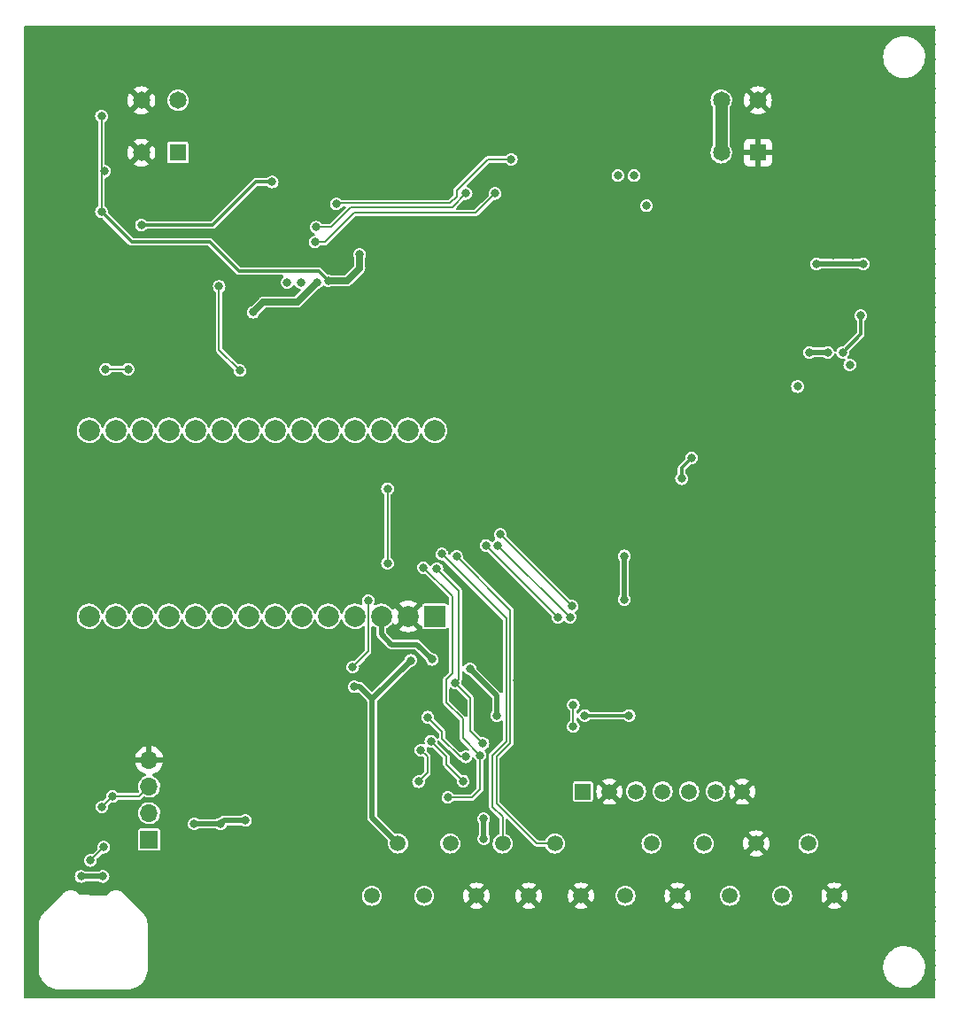
<source format=gbr>
%TF.GenerationSoftware,KiCad,Pcbnew,(6.0.11)*%
%TF.CreationDate,2024-07-11T13:02:53+02:00*%
%TF.ProjectId,walter-feels,77616c74-6572-42d6-9665-656c732e6b69,2.3*%
%TF.SameCoordinates,Original*%
%TF.FileFunction,Copper,L4,Bot*%
%TF.FilePolarity,Positive*%
%FSLAX46Y46*%
G04 Gerber Fmt 4.6, Leading zero omitted, Abs format (unit mm)*
G04 Created by KiCad (PCBNEW (6.0.11)) date 2024-07-11 13:02:53*
%MOMM*%
%LPD*%
G01*
G04 APERTURE LIST*
%TA.AperFunction,ComponentPad*%
%ADD10O,1.700000X1.700000*%
%TD*%
%TA.AperFunction,ComponentPad*%
%ADD11R,1.700000X1.700000*%
%TD*%
%TA.AperFunction,ComponentPad*%
%ADD12C,1.650000*%
%TD*%
%TA.AperFunction,ComponentPad*%
%ADD13R,1.650000X1.650000*%
%TD*%
%TA.AperFunction,ComponentPad*%
%ADD14R,1.500000X1.500000*%
%TD*%
%TA.AperFunction,ComponentPad*%
%ADD15C,1.500000*%
%TD*%
%TA.AperFunction,ComponentPad*%
%ADD16C,2.000000*%
%TD*%
%TA.AperFunction,ComponentPad*%
%ADD17R,2.000000X2.000000*%
%TD*%
%TA.AperFunction,ViaPad*%
%ADD18C,0.800000*%
%TD*%
%TA.AperFunction,Conductor*%
%ADD19C,0.203200*%
%TD*%
%TA.AperFunction,Conductor*%
%ADD20C,0.304800*%
%TD*%
%TA.AperFunction,Conductor*%
%ADD21C,0.508000*%
%TD*%
%TA.AperFunction,Conductor*%
%ADD22C,0.635000*%
%TD*%
%TA.AperFunction,Conductor*%
%ADD23C,1.200000*%
%TD*%
G04 APERTURE END LIST*
D10*
%TO.P,J6,4,Pin_4*%
%TO.N,GND*%
X104800000Y-130192500D03*
%TO.P,J6,3,Pin_3*%
%TO.N,I2C_SDA*%
X104800000Y-132732500D03*
%TO.P,J6,2,Pin_2*%
%TO.N,I2C_SCL*%
X104800000Y-135272500D03*
D11*
%TO.P,J6,1,Pin_1*%
%TO.N,+3.3V*%
X104800000Y-137812500D03*
%TD*%
D12*
%TO.P,J3,1,1*%
%TO.N,GND*%
X163014600Y-67146800D03*
D13*
X163014600Y-72146800D03*
D12*
%TO.P,J3,2,2*%
%TO.N,Net-(F1-Pad1)*%
X159514600Y-67146800D03*
X159514600Y-72146800D03*
%TD*%
D14*
%TO.P,U10,1,VDD*%
%TO.N,Net-(C52-Pad1)*%
X146282200Y-133213800D03*
D15*
%TO.P,U10,2,GND*%
%TO.N,GND*%
X148822200Y-133213800D03*
%TO.P,U10,3,TX/_SCL*%
%TO.N,CO2_SCL*%
X151362200Y-133213800D03*
%TO.P,U10,4,RX/_SDA*%
%TO.N,CO2_SDA*%
X153902200Y-133213800D03*
%TO.P,U10,5,RDY*%
%TO.N,unconnected-(U10-Pad5)*%
X156442200Y-133213800D03*
%TO.P,U10,6,PWM*%
%TO.N,unconnected-(U10-Pad6)*%
X158982200Y-133213800D03*
%TO.P,U10,7,SEL*%
%TO.N,GND*%
X161522200Y-133213800D03*
%TD*%
%TO.P,J5,1,1*%
%TO.N,+3.3V*%
X126106600Y-143179800D03*
%TO.P,J5,2,2*%
%TO.N,+5V*%
X128606600Y-138179800D03*
%TO.P,J5,3,3*%
%TO.N,CAN_L*%
X131106600Y-143179800D03*
%TO.P,J5,4,4*%
%TO.N,CAN_H*%
X133606600Y-138179800D03*
%TO.P,J5,5,5*%
%TO.N,GND*%
X136106600Y-143179800D03*
%TO.P,J5,6,6*%
%TO.N,GPIOA*%
X138606600Y-138179800D03*
%TO.P,J5,7,7*%
%TO.N,GND*%
X141106600Y-143179800D03*
%TO.P,J5,8,8*%
%TO.N,GPIOB*%
X143606600Y-138179800D03*
%TO.P,J5,9,9*%
%TO.N,GND*%
X146106600Y-143179800D03*
%TD*%
%TO.P,J4,1,1*%
%TO.N,RS232_RX*%
X150342600Y-143179800D03*
%TO.P,J4,2,2*%
%TO.N,RS232_TX*%
X152842600Y-138179800D03*
%TO.P,J4,3,3*%
%TO.N,GND*%
X155342600Y-143179800D03*
%TO.P,J4,4,4*%
%TO.N,RS485_A*%
X157842600Y-138179800D03*
%TO.P,J4,5,5*%
%TO.N,RS485_B*%
X160342600Y-143179800D03*
%TO.P,J4,6,6*%
%TO.N,GND*%
X162842600Y-138179800D03*
%TO.P,J4,7,7*%
%TO.N,SDI12_IO*%
X165342600Y-143179800D03*
%TO.P,J4,8,8*%
%TO.N,12V*%
X167842600Y-138179800D03*
%TO.P,J4,9,9*%
%TO.N,GND*%
X170342600Y-143179800D03*
%TD*%
D13*
%TO.P,J2,1,1*%
%TO.N,VSOLAR*%
X107566400Y-72146800D03*
D12*
X107566400Y-67146800D03*
%TO.P,J2,2,2*%
%TO.N,GND*%
X104066400Y-72146800D03*
X104066400Y-67146800D03*
%TD*%
D16*
%TO.P,U1,1,~{RESET}*%
%TO.N,unconnected-(U1-Pad1)*%
X132105600Y-98679000D03*
%TO.P,U1,2,RX0/IO44*%
%TO.N,~{CAN_EN}*%
X129565600Y-98679000D03*
%TO.P,U1,3,TX0/IO43*%
%TO.N,12V_EN*%
X127025600Y-98679000D03*
%TO.P,U1,4,IO0/~{3V3-EN}*%
%TO.N,unconnected-(U1-Pad4)*%
X124485600Y-98679000D03*
%TO.P,U1,5,IO12*%
%TO.N,CO2_SDA*%
X121945600Y-98679000D03*
%TO.P,U1,6,IO11*%
%TO.N,CO2_SCL*%
X119405600Y-98679000D03*
%TO.P,U1,7,IO13*%
%TO.N,~{CO2_EN}*%
X116865600Y-98679000D03*
%TO.P,U1,8,IO38*%
%TO.N,GPIOB*%
X114325600Y-98679000D03*
%TO.P,U1,9,IO39*%
%TO.N,GPIOA*%
X111785600Y-98679000D03*
%TO.P,U1,10,IO40*%
%TO.N,SER_TX*%
X109245600Y-98679000D03*
%TO.P,U1,11,IO41*%
%TO.N,SER_RX*%
X106705600Y-98679000D03*
%TO.P,U1,12,IO42*%
%TO.N,I2C_SDA*%
X104165600Y-98679000D03*
%TO.P,U1,13,IO2*%
%TO.N,I2C_SCL*%
X101625600Y-98679000D03*
%TO.P,U1,14,IO1*%
%TO.N,I2C_BUSPOW*%
X99085600Y-98679000D03*
%TO.P,U1,15,IO4*%
%TO.N,SD_DAT0*%
X99085600Y-116459000D03*
%TO.P,U1,16,IO5*%
%TO.N,SD_CLK*%
X101625600Y-116459000D03*
%TO.P,U1,17,IO6*%
%TO.N,SD_CMD*%
X104165600Y-116459000D03*
%TO.P,U1,18,IO7*%
%TO.N,CAN_RX*%
X106705600Y-116459000D03*
%TO.P,U1,19,IO15*%
%TO.N,CAN_TX*%
X109245600Y-116459000D03*
%TO.P,U1,20,IO16*%
%TO.N,~{RS232_RX_EN}*%
X111785600Y-116459000D03*
%TO.P,U1,21,IO17*%
%TO.N,RS232_TX_EN*%
X114325600Y-116459000D03*
%TO.P,U1,22,IO18*%
%TO.N,RS485_TX_EN*%
X116865600Y-116459000D03*
%TO.P,U1,23,IO8*%
%TO.N,~{RS485_RX_EN}*%
X119405600Y-116459000D03*
%TO.P,U1,24,IO9*%
%TO.N,SDI12_RX_EN*%
X121945600Y-116459000D03*
%TO.P,U1,25,IO10*%
%TO.N,SDI12_TX_EN*%
X124485600Y-116459000D03*
%TO.P,U1,26,3V3*%
%TO.N,+3.3V*%
X127025600Y-116459000D03*
%TO.P,U1,27,GND*%
%TO.N,GND*%
X129565600Y-116459000D03*
D17*
%TO.P,U1,28,VIN*%
%TO.N,+5V*%
X132105600Y-116459000D03*
%TD*%
D18*
%TO.N,GND*%
X102800000Y-138100000D03*
X106900000Y-132300000D03*
X106800000Y-134700000D03*
X107300000Y-138700000D03*
X104500000Y-140300000D03*
X103000000Y-142400000D03*
%TO.N,+5V*%
X124425000Y-123200000D03*
X169700000Y-91236800D03*
X129810000Y-120680000D03*
X156692600Y-101320600D03*
X171800000Y-92425000D03*
X167929600Y-91236800D03*
X155711400Y-103305202D03*
X166800000Y-94500000D03*
%TO.N,GND*%
X98430000Y-119340000D03*
X179578000Y-74396600D03*
X146329400Y-152577800D03*
X108000800Y-100558600D03*
X111100000Y-126470000D03*
X141478000Y-118745000D03*
X151037574Y-81483200D03*
X93243400Y-63550800D03*
X99466400Y-84582000D03*
X160731200Y-102820102D03*
X116050000Y-132450000D03*
X149123400Y-60420000D03*
X157759400Y-133985000D03*
X132359399Y-152577800D03*
X165300000Y-93000000D03*
X177600000Y-75200000D03*
X124125000Y-141300000D03*
X179578000Y-84175599D03*
X160020000Y-141401800D03*
X179578000Y-88366599D03*
X156972000Y-73152000D03*
X128803400Y-109347000D03*
X95351600Y-86156800D03*
X175945800Y-98552000D03*
X122300000Y-129300000D03*
X129050000Y-80970000D03*
X122732800Y-95910400D03*
X163093400Y-60420000D03*
X130000000Y-139200000D03*
X128900000Y-73304400D03*
X158826200Y-88239600D03*
X146989800Y-109042200D03*
X93243400Y-119430800D03*
X112369600Y-61925200D03*
X179578000Y-123291598D03*
X136559574Y-65963800D03*
X107391200Y-147066000D03*
X117678200Y-92964000D03*
X112775000Y-120125000D03*
X118150000Y-135375000D03*
X172847000Y-100431600D03*
X113580000Y-132630000D03*
X141000000Y-104260000D03*
X118414800Y-90373200D03*
X93243400Y-67741800D03*
X179578000Y-70205600D03*
X97485200Y-101904800D03*
X110007399Y-152577800D03*
X117816374Y-81686400D03*
X99491800Y-87706200D03*
X114147600Y-150799800D03*
X96037400Y-60420000D03*
X165887398Y-152577800D03*
X126221774Y-75971400D03*
X93243400Y-118033800D03*
X155473400Y-72009000D03*
X168681399Y-152577800D03*
X156108400Y-60420000D03*
X114223800Y-144373600D03*
X179578000Y-127482599D03*
X93243400Y-71932800D03*
X127550000Y-126775000D03*
X107920000Y-123090000D03*
X136474200Y-103784400D03*
X96405000Y-139970000D03*
X170100000Y-78900000D03*
X107060000Y-129590000D03*
X93243400Y-145973800D03*
X179578000Y-102336599D03*
X179578000Y-114909598D03*
X146583400Y-135864600D03*
X105410000Y-120560000D03*
X106975000Y-118350000D03*
X179578000Y-85572598D03*
X129743200Y-103936800D03*
X155473400Y-74295000D03*
X95123000Y-96367600D03*
X93243400Y-111048800D03*
X121945400Y-107111800D03*
X172796200Y-106908600D03*
X95554800Y-65024000D03*
X138861800Y-130556000D03*
X98831399Y-152577800D03*
X151037574Y-92659200D03*
X93243400Y-98475800D03*
X169367200Y-87630000D03*
X101117400Y-76682600D03*
X149975000Y-132025000D03*
X165900000Y-101725000D03*
X94869000Y-142316200D03*
X93243400Y-138988800D03*
X113207800Y-101015800D03*
X129800000Y-74600000D03*
X154051000Y-88239600D03*
X93243400Y-69138800D03*
X107150000Y-124960000D03*
X179578000Y-145643600D03*
X123400000Y-131500000D03*
X179578000Y-93954598D03*
X179578000Y-126085599D03*
X124358400Y-109347000D03*
X99517200Y-64643000D03*
X107213398Y-152577800D03*
X100640000Y-123430000D03*
X170662600Y-115112800D03*
X109321600Y-143027400D03*
X154101800Y-97892502D03*
X100310000Y-119420000D03*
X131625000Y-136075000D03*
X163753800Y-146227800D03*
X151231600Y-135864600D03*
X179578000Y-120497599D03*
X143535399Y-152577800D03*
X166674800Y-140538200D03*
X116325000Y-140175000D03*
X111328200Y-103047800D03*
X94640400Y-152577800D03*
X93243400Y-88696800D03*
X122809000Y-90424000D03*
X93243400Y-70535800D03*
X119634000Y-109321600D03*
X121183400Y-60420000D03*
X161213800Y-88239600D03*
X154051000Y-107112702D03*
X165400000Y-91800000D03*
X111794574Y-66624200D03*
X93243400Y-84505800D03*
X99394200Y-136503001D03*
X110058200Y-93167200D03*
X130260374Y-93802200D03*
X172872400Y-60420000D03*
X93243400Y-108254800D03*
X148564600Y-65786000D03*
X107400000Y-92300000D03*
X101625400Y-60420000D03*
X163800000Y-84100000D03*
X179578000Y-107924600D03*
X94615000Y-132715000D03*
X140741399Y-152577800D03*
X110388400Y-100787200D03*
X135153400Y-60420000D03*
X156108399Y-152577800D03*
X155600400Y-97663000D03*
X174000000Y-72600000D03*
X167259000Y-68503800D03*
X157464800Y-78867000D03*
X145627374Y-93802200D03*
X179578000Y-103733599D03*
X159525000Y-120050000D03*
X112988374Y-65100200D03*
X108610400Y-60420000D03*
X94810000Y-136270000D03*
X140182600Y-139674600D03*
X95150000Y-134490000D03*
X122250000Y-141300000D03*
X98199400Y-142414800D03*
X142833374Y-93802200D03*
X100228399Y-152577800D03*
X166344600Y-65100200D03*
X153314401Y-60420000D03*
X169341800Y-146456400D03*
X102880000Y-117860000D03*
X151028400Y-94056200D03*
X126771399Y-152577800D03*
X135440000Y-109620000D03*
X129565398Y-152577800D03*
X130962399Y-152577800D03*
X165557200Y-123825000D03*
X93243400Y-122224800D03*
X178460399Y-152577800D03*
X103022400Y-60420000D03*
X118389399Y-60420000D03*
X159588200Y-137007600D03*
X144700000Y-74600000D03*
X163245800Y-79933800D03*
X114198399Y-152577800D03*
X150799800Y-106909502D03*
X108889800Y-138607800D03*
X153060400Y-140589000D03*
X131657374Y-93802200D03*
X140411200Y-146227800D03*
X104190800Y-102184200D03*
X141050000Y-114840000D03*
X95808800Y-99161600D03*
X111794574Y-73710800D03*
X151257000Y-101042102D03*
X121350000Y-126300000D03*
X143225000Y-134594600D03*
X107391200Y-106349800D03*
X153060400Y-108128702D03*
X179578000Y-98145599D03*
X165684200Y-79933800D03*
X109448600Y-140284200D03*
X179578000Y-78587600D03*
X125374399Y-152577800D03*
X176149000Y-119659400D03*
X113570000Y-134040000D03*
X93243400Y-137591800D03*
X165300000Y-94400000D03*
X105240000Y-117850000D03*
X109067600Y-145567400D03*
X165887400Y-60420000D03*
X100228400Y-60420000D03*
X116103400Y-101346000D03*
X108820000Y-128910000D03*
X109775000Y-119125000D03*
X165506400Y-115163600D03*
X112030000Y-134590000D03*
X165684200Y-77571600D03*
X175666399Y-152577800D03*
X124764800Y-103759000D03*
X135760000Y-123460000D03*
X177952400Y-101269800D03*
X93243400Y-78917800D03*
X165600000Y-82200000D03*
X93243400Y-102666800D03*
X172112200Y-77022200D03*
X135153400Y-139420600D03*
X172796200Y-140208000D03*
X93243400Y-91490800D03*
X179578000Y-135864599D03*
X176225200Y-135661400D03*
X156133800Y-137998200D03*
X163093399Y-152577800D03*
X112801400Y-60420000D03*
X174980600Y-102362000D03*
X122580399Y-152577800D03*
X117575000Y-137050000D03*
X93243400Y-99872800D03*
X165900000Y-99975000D03*
X179578000Y-72999598D03*
X130960000Y-121530000D03*
X128168398Y-152577800D03*
X104292400Y-96291400D03*
X164400000Y-81200000D03*
X171475398Y-152577800D03*
X103022399Y-152577800D03*
X115733574Y-80695800D03*
X99796600Y-113182400D03*
X93243400Y-80314800D03*
X93243400Y-126415800D03*
X107670000Y-127850000D03*
X157505398Y-152577800D03*
X117017800Y-148285200D03*
X135590000Y-120400000D03*
X179578000Y-63220600D03*
X129250000Y-79900000D03*
X170066000Y-83870800D03*
X95199200Y-112953800D03*
X94843600Y-121259600D03*
X166801800Y-86080600D03*
X127800000Y-68000000D03*
X179578000Y-117703599D03*
X131240000Y-123450000D03*
X93243400Y-62153800D03*
X128168400Y-60420000D03*
X112160000Y-127460000D03*
X116772974Y-79705200D03*
X117814374Y-78714600D03*
X121589800Y-144500600D03*
X163601400Y-93878400D03*
X179578000Y-134467599D03*
X126746000Y-102285800D03*
X140462000Y-125044200D03*
X124265974Y-75971400D03*
X141283974Y-65963800D03*
X114975000Y-121025000D03*
X102133400Y-75488800D03*
X120675400Y-66675000D03*
X133100000Y-73300000D03*
X129310000Y-78880000D03*
X172300000Y-78816200D03*
X97434400Y-133426200D03*
X139900000Y-68000000D03*
X105816401Y-60420000D03*
X179578000Y-149834600D03*
X159649200Y-78867000D03*
X121615200Y-93167200D03*
X130225800Y-128117600D03*
X119938800Y-64033400D03*
X151917400Y-104191702D03*
X151917399Y-152577800D03*
X106450000Y-121700000D03*
X116535200Y-141351000D03*
X132150000Y-141900000D03*
X101625397Y-152577800D03*
X177190400Y-133223000D03*
X151037574Y-91262200D03*
X110690000Y-128480000D03*
X146329399Y-60420000D03*
X93243400Y-136194800D03*
X118150000Y-124375000D03*
X93243400Y-66344800D03*
X105310000Y-119110000D03*
X114147600Y-140411200D03*
X102430000Y-122580000D03*
X99999800Y-106680000D03*
X122656600Y-66014600D03*
X154711400Y-101793202D03*
X93243400Y-87299800D03*
X99466400Y-90144600D03*
X117043200Y-144983200D03*
X134086600Y-124206000D03*
X174269399Y-60420000D03*
X164312600Y-85267800D03*
X101676200Y-129311400D03*
X121875000Y-135200000D03*
X176301400Y-109956600D03*
X114147600Y-142265400D03*
X114182174Y-73710800D03*
X111770000Y-129420000D03*
X139344397Y-152577800D03*
X93243400Y-113842800D03*
X93243400Y-74726800D03*
X170357800Y-136906000D03*
X93243400Y-77520800D03*
X177063397Y-152577800D03*
X160299399Y-152577800D03*
X174269399Y-152577800D03*
X123000000Y-86000000D03*
X160756600Y-110287702D03*
X122575000Y-127475000D03*
X161175000Y-97500000D03*
X155092400Y-87172800D03*
X167284398Y-152577800D03*
X146010000Y-129710000D03*
X116770974Y-78714600D03*
X110120000Y-125550000D03*
X127775000Y-141300000D03*
X93243400Y-64947800D03*
X108661200Y-150799800D03*
X108400000Y-130990000D03*
X98425000Y-92456000D03*
X126796800Y-146456400D03*
X168249600Y-88872800D03*
X147878800Y-116890800D03*
X124723174Y-90652600D03*
X165700000Y-75200000D03*
X119875000Y-135775000D03*
X134451374Y-93802200D03*
X121950000Y-136675000D03*
X169367200Y-88872800D03*
X158013400Y-141478000D03*
X170078399Y-152577800D03*
X152704800Y-87172800D03*
X151037574Y-82880200D03*
X164700000Y-96275000D03*
X117814374Y-77724000D03*
X93243400Y-115239800D03*
X138240000Y-127500000D03*
X163652200Y-74244200D03*
X147726399Y-152577800D03*
X142780000Y-117460000D03*
X144932398Y-152577800D03*
X115595400Y-60420000D03*
X154711399Y-152577800D03*
X93243400Y-120827800D03*
X151485600Y-62052200D03*
X135153400Y-152577800D03*
X154482800Y-122961400D03*
X128676400Y-130048000D03*
X151917400Y-68046600D03*
X115519200Y-108229400D03*
X176784000Y-106197400D03*
X170535600Y-88872800D03*
X148300000Y-74600000D03*
X157607000Y-139725400D03*
X170967400Y-124485400D03*
X161137600Y-65354200D03*
X118364000Y-73660000D03*
X93243400Y-90093800D03*
X166928800Y-110286800D03*
X131267200Y-96850200D03*
X163300000Y-97475000D03*
X131425000Y-137800000D03*
X139820000Y-132680000D03*
X130946174Y-75971400D03*
X108880000Y-133760000D03*
X116770974Y-77724000D03*
X164500000Y-78800000D03*
X143662200Y-66000000D03*
X177647600Y-73507600D03*
X179578000Y-148437598D03*
X149555200Y-104191702D03*
X179578000Y-124688598D03*
X152984200Y-118821200D03*
X119786401Y-60420000D03*
X93243400Y-104063800D03*
X98380000Y-135250000D03*
X125713774Y-93395800D03*
X141046200Y-120573800D03*
X164998400Y-111429800D03*
X109397800Y-68478400D03*
X179578000Y-119100598D03*
X179578000Y-133070598D03*
X164998400Y-109143800D03*
X164950000Y-98275000D03*
X144230374Y-93802200D03*
X93243400Y-83108800D03*
X124723174Y-86461600D03*
X133162200Y-68000000D03*
X124750000Y-127325000D03*
X179578000Y-131673598D03*
X132359399Y-60420000D03*
X170357800Y-68326000D03*
X124659751Y-78764900D03*
X179578000Y-66014599D03*
X121725000Y-122250000D03*
X107213400Y-60420000D03*
X137740000Y-118270000D03*
X126680000Y-81360000D03*
X93243400Y-132003800D03*
X149428200Y-128803400D03*
X142722600Y-61696600D03*
X177469800Y-142976600D03*
X125831600Y-64287400D03*
X170078400Y-60420000D03*
X172100000Y-81900000D03*
X151037574Y-80086200D03*
X153314398Y-152577800D03*
X149555200Y-108331000D03*
X95961200Y-88595200D03*
X158394400Y-97663000D03*
X114925000Y-118300000D03*
X155905200Y-110160702D03*
X113570000Y-130850000D03*
X164490399Y-152577800D03*
X118059200Y-96139000D03*
X138921774Y-65963800D03*
X154889200Y-65532000D03*
X109000000Y-121500000D03*
X170535600Y-87630000D03*
X159791400Y-139471400D03*
X140004800Y-122555000D03*
X115731574Y-78714600D03*
X158724600Y-109093902D03*
X109275000Y-118175000D03*
X93243400Y-123621800D03*
X133858000Y-127834698D03*
X172796200Y-103581200D03*
X124723174Y-85064600D03*
X133054374Y-93802200D03*
X137762200Y-68000000D03*
X93243400Y-109651800D03*
X151037574Y-84277200D03*
X117856000Y-103759000D03*
X144025000Y-135825000D03*
X179578000Y-147040599D03*
X116075000Y-131275000D03*
X165963600Y-128549400D03*
X110510000Y-134910000D03*
X98831400Y-60420000D03*
X157505400Y-60420000D03*
X148031200Y-105385502D03*
X155498800Y-129108200D03*
X120142000Y-105689400D03*
X172575000Y-98250000D03*
X152222200Y-101042102D03*
X123266200Y-61772800D03*
X152628600Y-133985000D03*
X114182174Y-68986400D03*
X179578000Y-109321599D03*
X107416600Y-140817600D03*
X133756400Y-102819200D03*
X93243400Y-85902800D03*
X110510000Y-132490000D03*
X109125000Y-123050000D03*
X128863374Y-93802200D03*
X106197400Y-149352000D03*
X156438600Y-88239600D03*
X179578000Y-142849597D03*
X171475400Y-60420000D03*
X179578000Y-92557599D03*
X161569400Y-79044800D03*
X117816374Y-79705200D03*
X138252200Y-61620400D03*
X100330000Y-96139000D03*
X172100000Y-75000000D03*
X114200000Y-95800000D03*
X151037574Y-89865200D03*
X179578000Y-100939600D03*
X116916200Y-150749000D03*
X170027600Y-133477000D03*
X111226600Y-150672800D03*
X118186200Y-72466200D03*
X93243400Y-144576800D03*
X126771400Y-60420000D03*
X148793200Y-135864600D03*
X124125000Y-139225000D03*
X158724600Y-143383000D03*
X93243400Y-147370800D03*
X179578000Y-141452599D03*
X124400000Y-135225000D03*
X177063400Y-60420000D03*
X109560000Y-127320000D03*
X179578000Y-128879599D03*
X104419399Y-60420000D03*
X133756398Y-152577800D03*
X150520400Y-60420000D03*
X118675000Y-138225000D03*
X158902400Y-60420000D03*
X151037574Y-88468200D03*
X112801400Y-152577800D03*
X135483600Y-96875600D03*
X170027600Y-71221600D03*
X114198400Y-60420000D03*
X151028400Y-95453200D03*
X130450000Y-130430000D03*
X159867600Y-89306400D03*
X159791400Y-97663000D03*
X146846574Y-74269600D03*
X158724600Y-111506902D03*
X179578000Y-130276599D03*
X144780000Y-98679000D03*
X125940000Y-78660000D03*
X144932400Y-60420000D03*
X139192000Y-106426000D03*
X179578000Y-79984599D03*
X167284401Y-60420000D03*
X95224600Y-83489800D03*
X171043600Y-110032800D03*
X102800000Y-136100000D03*
X164600000Y-76500000D03*
X122800000Y-63500000D03*
X115733574Y-79705200D03*
X118338600Y-100279200D03*
X153212800Y-115138200D03*
X144450000Y-128120000D03*
X140081000Y-97028000D03*
X164160200Y-91643200D03*
X102950000Y-127250000D03*
X123164600Y-112191800D03*
X96037398Y-152577800D03*
X127110774Y-65963800D03*
X108610400Y-152577800D03*
X153619200Y-135864600D03*
X116408200Y-62128400D03*
X179578000Y-116306600D03*
X148421374Y-93802200D03*
X103530400Y-69570600D03*
X171100000Y-73000000D03*
X146062200Y-66000000D03*
X157581600Y-65608200D03*
X95631000Y-91389200D03*
X163068000Y-110286800D03*
X135700000Y-115120000D03*
X119875000Y-131625000D03*
X110007400Y-60420000D03*
X178460400Y-60420000D03*
X119200000Y-123275000D03*
X179578000Y-89763599D03*
X149885400Y-130378200D03*
X112060000Y-130820000D03*
X162350000Y-96325000D03*
X134197374Y-65963800D03*
X93243400Y-141782800D03*
X142138400Y-152577800D03*
X176900000Y-79000000D03*
X179578000Y-138658600D03*
X179578000Y-110718598D03*
X159050000Y-77900000D03*
X165989000Y-73329800D03*
X135460000Y-118250000D03*
X122025000Y-120600000D03*
X136550400Y-60420000D03*
X131800000Y-140400000D03*
X172872400Y-62026800D03*
X93243400Y-134797800D03*
X140039374Y-93802200D03*
X124723174Y-92049600D03*
X116789200Y-113766600D03*
X177317400Y-80899000D03*
X177368200Y-68707000D03*
X162128200Y-142722600D03*
X156997400Y-97663000D03*
X139903200Y-100914200D03*
X133756401Y-60420000D03*
X149996174Y-93700600D03*
X113180000Y-128520000D03*
X114182174Y-71348600D03*
X152806400Y-126390400D03*
X127050000Y-125100000D03*
X152120600Y-145796000D03*
X129575000Y-141300000D03*
X108356400Y-102260400D03*
X147770000Y-129000000D03*
X143535400Y-60420000D03*
X167055800Y-61950600D03*
X144780000Y-132461000D03*
X150275000Y-134050000D03*
X99370000Y-121960000D03*
X143230600Y-119075200D03*
X115112800Y-146253200D03*
X93243400Y-125018800D03*
X104470200Y-91795600D03*
X110270000Y-147320000D03*
X116772974Y-81686400D03*
X123410000Y-82890000D03*
X94640400Y-60420000D03*
X116992399Y-152577800D03*
X141436374Y-93802200D03*
X160299399Y-60420000D03*
X164490400Y-60420000D03*
X130098800Y-113639600D03*
X168681400Y-60420000D03*
X133400000Y-139675000D03*
X135180000Y-100080000D03*
X117225000Y-128950000D03*
X152298400Y-65481200D03*
X116240000Y-143180000D03*
X137947400Y-60420000D03*
X165900000Y-105225000D03*
X158927800Y-135458200D03*
X123520200Y-101320600D03*
X125220000Y-144800000D03*
X102370000Y-124860000D03*
X97434401Y-60420000D03*
X115731574Y-77724000D03*
X126000000Y-139225000D03*
X125825000Y-96125000D03*
X119575000Y-120600000D03*
X179578000Y-64617599D03*
X132200000Y-74500000D03*
X144881600Y-106070400D03*
X93243400Y-150164800D03*
X145389600Y-139776200D03*
X116992400Y-60420000D03*
X162534600Y-75742800D03*
X125400000Y-122350000D03*
X123977400Y-60420000D03*
X163275000Y-95350000D03*
X179578000Y-91160599D03*
X176936400Y-138811000D03*
X93243400Y-60756800D03*
X93243400Y-151561800D03*
X93243400Y-106857800D03*
X142138400Y-60420000D03*
X108430000Y-126190000D03*
X114182174Y-66624200D03*
X117805200Y-66065400D03*
X149199600Y-68046600D03*
X146862200Y-68000000D03*
X141375000Y-135750000D03*
X124723174Y-89255600D03*
X177596800Y-84328000D03*
X112080000Y-133090000D03*
X104200000Y-121870000D03*
X160731200Y-101168200D03*
X179578000Y-86969598D03*
X111404398Y-152577800D03*
X145000000Y-72900000D03*
X176098200Y-115189000D03*
X122275000Y-139225000D03*
X127270000Y-78660000D03*
X104940000Y-125180000D03*
X93243400Y-95681800D03*
X179578000Y-68808599D03*
X97434400Y-152577800D03*
X155194000Y-134035800D03*
X159359600Y-127406400D03*
X151333200Y-97002600D03*
X111200000Y-120100000D03*
X142544800Y-108762800D03*
X126000000Y-141300000D03*
X161696401Y-60420000D03*
X154711400Y-60420000D03*
X108075000Y-120525000D03*
X154152600Y-109551102D03*
X127466374Y-93802200D03*
X136750000Y-111940000D03*
X129472974Y-65963800D03*
X116772974Y-80695800D03*
X146151600Y-146558000D03*
X111794574Y-71348600D03*
X93243400Y-127812800D03*
X102860000Y-119330000D03*
X115733574Y-81686400D03*
X151917400Y-60420000D03*
X131835174Y-65963800D03*
X147066000Y-98679000D03*
X145923000Y-103886000D03*
X174218600Y-65913000D03*
X117816374Y-80695800D03*
X96799400Y-124739400D03*
X121894600Y-149047200D03*
X134924800Y-146888200D03*
X179578000Y-61823598D03*
X172900000Y-94000000D03*
X157480000Y-87172800D03*
X158902398Y-152577800D03*
X108870000Y-135100000D03*
X137947399Y-152577800D03*
X147024374Y-93802200D03*
X179578000Y-99542598D03*
X150266400Y-101042102D03*
X172300000Y-97100000D03*
X179578000Y-96748599D03*
X119875000Y-132725000D03*
X132842000Y-61671200D03*
X130800000Y-68000000D03*
X179578000Y-144246599D03*
X93243400Y-76123800D03*
X179578000Y-75793599D03*
X153111200Y-72009000D03*
X100400000Y-117860000D03*
X95199200Y-127254000D03*
X159867600Y-87172800D03*
X95020000Y-138560000D03*
X123977399Y-152577800D03*
X172872400Y-152577800D03*
X152069800Y-110845600D03*
X153106200Y-78867000D03*
X148031200Y-119380000D03*
X115800000Y-137050000D03*
X100177600Y-62382400D03*
X154457400Y-100152200D03*
X93243400Y-94284800D03*
X179578000Y-81381598D03*
X106019600Y-64897000D03*
X165557200Y-119481600D03*
X123725000Y-124700000D03*
X155854400Y-99187000D03*
X144500000Y-68000000D03*
X159156400Y-114985800D03*
X110530000Y-133720000D03*
X129565400Y-60420000D03*
X168950000Y-93200000D03*
X148539200Y-139496800D03*
X176834800Y-129413000D03*
X163220400Y-77571600D03*
X177850800Y-77368400D03*
X97917000Y-129260600D03*
X144780000Y-101955600D03*
X155092400Y-89306400D03*
X117800000Y-63200000D03*
X142560000Y-128560000D03*
X115525000Y-133700000D03*
X170700000Y-76900000D03*
X148640800Y-121996200D03*
X128380000Y-78650000D03*
X125374401Y-60420000D03*
X150037800Y-124206000D03*
X147294600Y-62230000D03*
X143687800Y-121564400D03*
X93243400Y-97078800D03*
X124723174Y-87858600D03*
X93243400Y-143179800D03*
X107619800Y-144068800D03*
X179578000Y-112115600D03*
X151037574Y-87071200D03*
X93243400Y-116636800D03*
X95199200Y-108762800D03*
X171094400Y-129209800D03*
X151037574Y-85674200D03*
X178409600Y-95681800D03*
X110642400Y-96240600D03*
X165900000Y-103475000D03*
X170200000Y-81972700D03*
X130946174Y-73304400D03*
X179578000Y-121894599D03*
X121183398Y-152577800D03*
X107100000Y-119575000D03*
X174371000Y-70281800D03*
X138642374Y-93802200D03*
X156260800Y-135890000D03*
X100970000Y-121180000D03*
X93243400Y-92887800D03*
X93243400Y-148767800D03*
X93243400Y-112445800D03*
X132930000Y-135000000D03*
X179578000Y-151231599D03*
X148370574Y-73075800D03*
X159512000Y-122986800D03*
X111404401Y-60420000D03*
X153695400Y-103353502D03*
X174500000Y-83200000D03*
X129075000Y-133725000D03*
X170400000Y-75200000D03*
X163652200Y-82727800D03*
X152704800Y-89306400D03*
X121075000Y-124600000D03*
X161696399Y-152577800D03*
X105800000Y-128410000D03*
X132710000Y-107660000D03*
X93243400Y-81711800D03*
X170700000Y-94000000D03*
X120929400Y-100888800D03*
X179578000Y-60420000D03*
X139344401Y-60420000D03*
X93243400Y-130606800D03*
X157886400Y-146507200D03*
X149123398Y-152577800D03*
X128583974Y-75971400D03*
X95326200Y-104495600D03*
X155280400Y-78867000D03*
X106020000Y-123780000D03*
X168249600Y-87630000D03*
X142113000Y-121107200D03*
X179578000Y-67411597D03*
X171800000Y-94000000D03*
X179578000Y-106527599D03*
X135400000Y-68000000D03*
X126374174Y-80365600D03*
X121225000Y-138150000D03*
X140400000Y-128000000D03*
X130962400Y-60420000D03*
X124748574Y-65963800D03*
X103410000Y-125920000D03*
X93243400Y-105460800D03*
X179578000Y-140055599D03*
X154686000Y-68046600D03*
X93243400Y-73329800D03*
X157480000Y-89306400D03*
X179578000Y-82778599D03*
X122580400Y-60420000D03*
X115595398Y-152577800D03*
X139760000Y-115090000D03*
X104571800Y-109626400D03*
X155168600Y-62204600D03*
X135848374Y-93802200D03*
X170357800Y-64998600D03*
X104610000Y-127090000D03*
X176900000Y-82900000D03*
X145923000Y-96774000D03*
X100025200Y-131572000D03*
X170942000Y-119684800D03*
X134823200Y-135255000D03*
X133308374Y-75971400D03*
X179578000Y-95351598D03*
X93243400Y-129209800D03*
X122100000Y-87800000D03*
X136550399Y-152577800D03*
X111794574Y-68986400D03*
X93243400Y-140385800D03*
X140741400Y-60420000D03*
X153416000Y-74295000D03*
X113512600Y-105613200D03*
X179578000Y-77190598D03*
X146600000Y-73000000D03*
X127775000Y-139375000D03*
X175818800Y-95910400D03*
X93243400Y-101269800D03*
X160731200Y-99136200D03*
X119532400Y-72466200D03*
X179578000Y-105130597D03*
X150520400Y-152577800D03*
X142262200Y-68000000D03*
X173456600Y-146354800D03*
X176377600Y-124714000D03*
X108870000Y-132580000D03*
X109180000Y-124570000D03*
X111429800Y-110109000D03*
X93243400Y-133400800D03*
X106340000Y-126530000D03*
X130556000Y-64389000D03*
X103070000Y-120660000D03*
X119250000Y-125900000D03*
X179578000Y-113512599D03*
X137245374Y-93802200D03*
X179578000Y-71602599D03*
X179578000Y-137261598D03*
X147726401Y-60420000D03*
X110150000Y-130350000D03*
X175666401Y-60420000D03*
X128397000Y-61595000D03*
X147000000Y-127610000D03*
X174400000Y-78100000D03*
X110750000Y-121750000D03*
X108026200Y-113436400D03*
X171100000Y-80500000D03*
%TO.N,VSOLAR*%
X116569774Y-74955400D03*
X104072974Y-79069600D03*
%TO.N,Net-(C14-Pad1)*%
X114766374Y-87401400D03*
X120845000Y-84550000D03*
X149627574Y-74320400D03*
%TO.N,Net-(C15-Pad2)*%
X151177574Y-74320400D03*
X119295000Y-84550000D03*
%TO.N,VCC*%
X100258574Y-68648900D03*
X100563374Y-73932100D03*
X100258574Y-77792900D03*
X121920000Y-84390000D03*
X124949974Y-81889600D03*
%TO.N,/Power/VIN*%
X173088600Y-82778600D03*
X168600000Y-82778600D03*
%TO.N,VBAT*%
X152358374Y-77216000D03*
X118012274Y-84531200D03*
%TO.N,+3.3V*%
X131850000Y-120590000D03*
X111649200Y-136289500D03*
X136804400Y-135813800D03*
X100406200Y-141325600D03*
X114025000Y-135975000D03*
X98298000Y-141325600D03*
X136804400Y-137718800D03*
X109125300Y-136289500D03*
X135480000Y-121480000D03*
X138045300Y-125934700D03*
%TO.N,Net-(C60-Pad2)*%
X172847000Y-87731600D03*
X171117200Y-91236800D03*
%TO.N,12V*%
X150241000Y-110693200D03*
X150241000Y-114858800D03*
%TO.N,I2C_SDA*%
X100480000Y-138530000D03*
X99212400Y-139800000D03*
X100300000Y-134680000D03*
X101295200Y-133680200D03*
%TO.N,Net-(IC1-Pad11)*%
X111502974Y-84937600D03*
X113487200Y-92964000D03*
%TO.N,SDI12_IO*%
X146456400Y-125943398D03*
X150698200Y-125943398D03*
%TO.N,CO2_SCL*%
X138166800Y-109686800D03*
X145040000Y-116560000D03*
%TO.N,CO2_SDA*%
X145243200Y-115493200D03*
X138370000Y-108620000D03*
%TO.N,SER_RX*%
X136442600Y-129737000D03*
X131040000Y-111810000D03*
X133375400Y-133770800D03*
%TO.N,SER_TX*%
X136728200Y-128625600D03*
X134061200Y-122809000D03*
X132320000Y-111900000D03*
%TO.N,RS232_TX_EN*%
X130790000Y-129270000D03*
X130570000Y-132270000D03*
%TO.N,RS485_TX_EN*%
X131749800Y-128397000D03*
X134823200Y-132207000D03*
%TO.N,~{CAN_EN}*%
X125750000Y-114960000D03*
X127600000Y-104270000D03*
X124275000Y-121300000D03*
X127600000Y-111380000D03*
%TO.N,~{CO2_EN}*%
X145364200Y-124917200D03*
X145364200Y-127000000D03*
X143897000Y-116560000D03*
X137023800Y-109686800D03*
%TO.N,I2C_BUSPOW*%
X102793800Y-92837000D03*
X100660200Y-92837000D03*
%TO.N,GPIOA*%
X132810000Y-110510000D03*
%TO.N,GPIOB*%
X134200000Y-110740000D03*
%TO.N,/Solar battery charger/TG*%
X137896600Y-76047600D03*
X120666833Y-80682200D03*
%TO.N,/Solar battery charger/BG*%
X120786174Y-79273400D03*
X135118774Y-76047600D03*
%TO.N,/Solar battery charger/OUTFET*%
X139429774Y-72796400D03*
X122700000Y-77050000D03*
%TO.N,~{RS485_RX_EN}*%
X131445000Y-126111000D03*
X135077200Y-129895600D03*
%TD*%
D19*
%TO.N,I2C_SDA*%
X103852300Y-133680200D02*
X104800000Y-132732500D01*
X101295200Y-133680200D02*
X103852300Y-133680200D01*
D20*
%TO.N,+5V*%
X155711400Y-102301800D02*
X156692600Y-101320600D01*
D21*
X126125000Y-135698200D02*
X128606600Y-138179800D01*
X167929600Y-91236800D02*
X169700000Y-91236800D01*
D20*
X155711400Y-103305202D02*
X155711400Y-102301800D01*
D21*
X129804800Y-120690000D02*
X126125000Y-124369800D01*
X124425000Y-123200000D02*
X124955200Y-123200000D01*
X126125000Y-124369800D02*
X126125000Y-135698200D01*
X124955200Y-123200000D02*
X126125000Y-124369800D01*
D20*
%TO.N,VSOLAR*%
X110880774Y-79069600D02*
X104072974Y-79069600D01*
X116569774Y-74955400D02*
X114994974Y-74955400D01*
X114994974Y-74955400D02*
X110880774Y-79069600D01*
D22*
%TO.N,Net-(C14-Pad1)*%
X118958800Y-86436200D02*
X115731574Y-86436200D01*
X115731574Y-86436200D02*
X114766374Y-87401400D01*
X120845000Y-84550000D02*
X118958800Y-86436200D01*
D20*
%TO.N,VCC*%
X103136074Y-80670400D02*
X100258574Y-77792900D01*
X110591600Y-80670400D02*
X103136074Y-80670400D01*
D22*
X124949974Y-83172242D02*
X124949974Y-81889600D01*
D20*
X113411000Y-83489800D02*
X121019800Y-83489800D01*
D19*
X100258574Y-77792900D02*
X100258574Y-74236900D01*
D22*
X121920000Y-84390000D02*
X123732216Y-84390000D01*
D20*
X121019800Y-83489800D02*
X121920000Y-84390000D01*
D22*
X123732216Y-84390000D02*
X124949974Y-83172242D01*
D19*
X100258574Y-74236900D02*
X100563374Y-73932100D01*
X100258574Y-73627300D02*
X100563374Y-73932100D01*
D20*
X113411000Y-83489800D02*
X110591600Y-80670400D01*
D19*
X100258574Y-68648900D02*
X100258574Y-73627300D01*
D21*
%TO.N,/Power/VIN*%
X173088600Y-82778600D02*
X168600000Y-82778600D01*
%TO.N,+3.3V*%
X138045300Y-124045300D02*
X135480000Y-121480000D01*
X111649200Y-136289500D02*
X109125300Y-136289500D01*
X98298000Y-141325600D02*
X100406200Y-141325600D01*
X114025000Y-135975000D02*
X111963700Y-135975000D01*
X138045300Y-125934700D02*
X138045300Y-124045300D01*
X127980000Y-119160000D02*
X127025600Y-118205600D01*
X136804400Y-137718800D02*
X136804400Y-135813800D01*
X130420000Y-119160000D02*
X127980000Y-119160000D01*
X111963700Y-135975000D02*
X111649200Y-136289500D01*
X131850000Y-120590000D02*
X130420000Y-119160000D01*
X127025600Y-118205600D02*
X127025600Y-116459000D01*
D20*
%TO.N,Net-(C60-Pad2)*%
X172847000Y-89507000D02*
X171117200Y-91236800D01*
X172847000Y-87731600D02*
X172847000Y-89507000D01*
D21*
%TO.N,12V*%
X150241000Y-110693200D02*
X150241000Y-114858800D01*
D19*
%TO.N,I2C_SDA*%
X99212400Y-139797600D02*
X100480000Y-138530000D01*
X99212400Y-139800000D02*
X99212400Y-139797600D01*
X101295200Y-133680200D02*
X100300000Y-134675400D01*
%TO.N,Net-(IC1-Pad11)*%
X111502974Y-90979774D02*
X113487200Y-92964000D01*
X111502974Y-84937600D02*
X111502974Y-90979774D01*
D20*
%TO.N,SDI12_IO*%
X146456400Y-125943398D02*
X150698200Y-125943398D01*
D19*
%TO.N,CO2_SCL*%
X145040000Y-116560000D02*
X138166800Y-109686800D01*
%TO.N,CO2_SDA*%
X145243200Y-115493200D02*
X138370000Y-108620000D01*
%TO.N,SER_RX*%
X133197600Y-124663200D02*
X133197600Y-122512400D01*
X134797800Y-128092200D02*
X134797800Y-126263400D01*
X136442600Y-133026000D02*
X136442600Y-129737000D01*
X133375400Y-133770800D02*
X135697800Y-133770800D01*
X135697800Y-133770800D02*
X136442600Y-133026000D01*
X133780000Y-121930000D02*
X133780000Y-114550000D01*
X134797800Y-126263400D02*
X133197600Y-124663200D01*
X136442600Y-129737000D02*
X134797800Y-128092200D01*
X133197600Y-122512400D02*
X133780000Y-121930000D01*
X133780000Y-114550000D02*
X131040000Y-111810000D01*
%TO.N,SER_TX*%
X135534400Y-124282200D02*
X135534400Y-127431800D01*
X135534400Y-127431800D02*
X136728200Y-128625600D01*
X134410000Y-122460200D02*
X134410000Y-113990000D01*
X134061200Y-122809000D02*
X134410000Y-122460200D01*
X134061200Y-122809000D02*
X135534400Y-124282200D01*
X134410000Y-113990000D02*
X132320000Y-111900000D01*
D23*
%TO.N,Net-(F1-Pad1)*%
X159514600Y-72146800D02*
X159514600Y-67146800D01*
D19*
%TO.N,RS232_TX_EN*%
X131420000Y-129900000D02*
X131420000Y-131420000D01*
X130790000Y-129270000D02*
X131420000Y-129900000D01*
X131420000Y-131420000D02*
X130570000Y-132270000D01*
%TO.N,RS485_TX_EN*%
X133223000Y-130606800D02*
X134823200Y-132207000D01*
X131749800Y-128397000D02*
X133223000Y-129870200D01*
X133223000Y-129870200D02*
X133223000Y-130606800D01*
%TO.N,~{CAN_EN}*%
X125750000Y-119825000D02*
X124275000Y-121300000D01*
X125750000Y-114960000D02*
X125750000Y-119825000D01*
X127600000Y-104270000D02*
X127600000Y-111380000D01*
%TO.N,~{CO2_EN}*%
X143897000Y-116560000D02*
X137023800Y-109686800D01*
X145364200Y-124917200D02*
X145364200Y-127000000D01*
%TO.N,I2C_BUSPOW*%
X100660200Y-92837000D02*
X102793800Y-92837000D01*
%TO.N,GPIOA*%
X138606600Y-138179800D02*
X138606600Y-135660200D01*
X138940000Y-116640000D02*
X132810000Y-110510000D01*
X138606600Y-135660200D02*
X137600000Y-134653600D01*
X138940000Y-128400000D02*
X138940000Y-116640000D01*
X137600000Y-129740000D02*
X138940000Y-128400000D01*
X137600000Y-134653600D02*
X137600000Y-129740000D01*
%TO.N,GPIOB*%
X138030000Y-134321600D02*
X138030000Y-129890000D01*
X139350000Y-115890000D02*
X134200000Y-110740000D01*
X143606600Y-138179800D02*
X141888200Y-138179800D01*
X141888200Y-138179800D02*
X138030000Y-134321600D01*
X139350000Y-128570000D02*
X139350000Y-115890000D01*
X138030000Y-129890000D02*
X139350000Y-128570000D01*
%TO.N,/Solar battery charger/TG*%
X136034200Y-77910000D02*
X124400000Y-77910000D01*
X137896600Y-76047600D02*
X136034200Y-77910000D01*
X121627800Y-80682200D02*
X120666833Y-80682200D01*
X124400000Y-77910000D02*
X121627800Y-80682200D01*
%TO.N,/Solar battery charger/BG*%
X135118774Y-76047600D02*
X133782674Y-77383700D01*
X133782674Y-77383700D02*
X124116300Y-77383700D01*
X124116300Y-77383700D02*
X122226600Y-79273400D01*
X122226600Y-79273400D02*
X120786174Y-79273400D01*
%TO.N,/Solar battery charger/OUTFET*%
X122790000Y-76960000D02*
X133560000Y-76960000D01*
X134200000Y-76320000D02*
X134200000Y-75770000D01*
X137173600Y-72796400D02*
X139429774Y-72796400D01*
X122700000Y-77050000D02*
X122790000Y-76960000D01*
X134200000Y-75770000D02*
X137173600Y-72796400D01*
X133560000Y-76960000D02*
X134200000Y-76320000D01*
%TO.N,~{RS485_RX_EN}*%
X132816600Y-127482600D02*
X132816600Y-128168400D01*
X134543800Y-129895600D02*
X135077200Y-129895600D01*
X132816600Y-128168400D02*
X134543800Y-129895600D01*
X131445000Y-126111000D02*
X132816600Y-127482600D01*
%TD*%
%TA.AperFunction,Conductor*%
%TO.N,GND*%
G36*
X179941621Y-60020502D02*
G01*
X179988114Y-60074158D01*
X179999500Y-60126500D01*
X179999500Y-152873500D01*
X179979498Y-152941621D01*
X179925842Y-152988114D01*
X179873500Y-152999500D01*
X92963000Y-152999500D01*
X92894879Y-152979498D01*
X92848386Y-152925842D01*
X92837000Y-152873500D01*
X92837000Y-150116823D01*
X94241121Y-150116823D01*
X94241929Y-150123000D01*
X94241908Y-150123000D01*
X94259060Y-150384681D01*
X94259864Y-150388721D01*
X94259864Y-150388724D01*
X94309415Y-150637831D01*
X94310221Y-150641885D01*
X94394518Y-150890210D01*
X94510506Y-151125408D01*
X94656202Y-151343453D01*
X94658923Y-151346555D01*
X94658924Y-151346557D01*
X94826390Y-151537513D01*
X94826396Y-151537519D01*
X94829112Y-151540616D01*
X95026279Y-151713523D01*
X95244327Y-151859214D01*
X95248020Y-151861035D01*
X95248025Y-151861038D01*
X95342139Y-151907448D01*
X95479527Y-151975198D01*
X95483437Y-151976525D01*
X95483439Y-151976526D01*
X95723947Y-152058163D01*
X95723949Y-152058164D01*
X95727854Y-152059489D01*
X95985059Y-152110646D01*
X95989172Y-152110916D01*
X95989176Y-152110916D01*
X96213278Y-152125600D01*
X96225936Y-152127075D01*
X96229144Y-152127614D01*
X96234386Y-152128496D01*
X96246740Y-152128647D01*
X96251564Y-152127956D01*
X96251565Y-152127956D01*
X96273787Y-152124773D01*
X96291652Y-152123500D01*
X102633507Y-152123500D01*
X102654404Y-152125245D01*
X102673740Y-152128497D01*
X102686094Y-152128647D01*
X102691400Y-152127887D01*
X102701021Y-152126884D01*
X102943662Y-152110970D01*
X102943669Y-152110969D01*
X102947772Y-152110700D01*
X103204972Y-152059529D01*
X103208996Y-152058163D01*
X103449385Y-151976552D01*
X103449388Y-151976551D01*
X103453293Y-151975225D01*
X103456995Y-151973399D01*
X103456998Y-151973398D01*
X103684779Y-151861059D01*
X103688486Y-151859231D01*
X103691916Y-151856939D01*
X103691923Y-151856935D01*
X103903094Y-151715826D01*
X103906527Y-151713532D01*
X104103685Y-151540619D01*
X104276588Y-151343452D01*
X104285934Y-151329465D01*
X104419981Y-151128842D01*
X104419986Y-151128834D01*
X104422278Y-151125404D01*
X104538261Y-150890206D01*
X104622553Y-150641882D01*
X104632927Y-150589730D01*
X104672908Y-150388722D01*
X104672908Y-150388719D01*
X104673712Y-150384679D01*
X104688671Y-150156450D01*
X104690147Y-150143786D01*
X104691566Y-150135354D01*
X104691642Y-150129136D01*
X104691658Y-150127859D01*
X104691658Y-150127854D01*
X104691717Y-150123000D01*
X104687843Y-150095949D01*
X104686570Y-150078087D01*
X104686570Y-149968497D01*
X174994637Y-149968497D01*
X174994881Y-149972932D01*
X174994881Y-149972936D01*
X175004631Y-150150083D01*
X175010205Y-150251370D01*
X175065474Y-150529226D01*
X175066950Y-150533429D01*
X175106409Y-150645791D01*
X175159342Y-150796524D01*
X175161395Y-150800477D01*
X175161398Y-150800483D01*
X175208006Y-150890206D01*
X175289936Y-151047928D01*
X175292519Y-151051543D01*
X175292523Y-151051549D01*
X175325176Y-151097242D01*
X175454651Y-151278424D01*
X175457729Y-151281651D01*
X175457731Y-151281653D01*
X175519639Y-151346549D01*
X175650199Y-151483412D01*
X175872680Y-151658801D01*
X175970856Y-151715826D01*
X176113807Y-151798859D01*
X176113813Y-151798862D01*
X176117654Y-151801093D01*
X176121777Y-151802763D01*
X176255492Y-151856923D01*
X176380232Y-151907448D01*
X176384545Y-151908519D01*
X176384550Y-151908521D01*
X176650856Y-151974672D01*
X176650861Y-151974673D01*
X176655177Y-151975745D01*
X176659605Y-151976199D01*
X176659607Y-151976199D01*
X176735307Y-151983955D01*
X176896790Y-152000500D01*
X177072170Y-152000500D01*
X177282593Y-151985601D01*
X177286948Y-151984663D01*
X177286951Y-151984663D01*
X177555200Y-151926911D01*
X177555202Y-151926911D01*
X177559547Y-151925975D01*
X177825337Y-151827920D01*
X178037336Y-151713532D01*
X178070744Y-151695506D01*
X178074660Y-151693393D01*
X178302540Y-151525078D01*
X178504430Y-151326334D01*
X178507131Y-151322794D01*
X178507137Y-151322788D01*
X178673602Y-151104667D01*
X178673605Y-151104663D01*
X178676304Y-151101126D01*
X178794422Y-150890210D01*
X178812552Y-150857837D01*
X178812555Y-150857832D01*
X178814730Y-150853947D01*
X178836946Y-150796524D01*
X178915341Y-150593885D01*
X178915343Y-150593879D01*
X178916948Y-150589730D01*
X178980918Y-150313747D01*
X179005363Y-150031503D01*
X179002140Y-149972936D01*
X178990040Y-149753073D01*
X178990039Y-149753066D01*
X178989795Y-149748630D01*
X178934526Y-149470774D01*
X178913279Y-149410270D01*
X178842136Y-149207684D01*
X178842135Y-149207681D01*
X178840658Y-149203476D01*
X178838605Y-149199523D01*
X178838602Y-149199517D01*
X178712116Y-148956023D01*
X178710064Y-148952072D01*
X178707481Y-148948457D01*
X178707477Y-148948451D01*
X178627858Y-148837037D01*
X178545349Y-148721576D01*
X178503028Y-148677212D01*
X178352876Y-148519811D01*
X178352873Y-148519808D01*
X178349801Y-148516588D01*
X178127320Y-148341199D01*
X178017073Y-148277163D01*
X177886193Y-148201141D01*
X177886187Y-148201138D01*
X177882346Y-148198907D01*
X177619768Y-148092552D01*
X177615455Y-148091481D01*
X177615450Y-148091479D01*
X177349144Y-148025328D01*
X177349139Y-148025327D01*
X177344823Y-148024255D01*
X177340395Y-148023801D01*
X177340393Y-148023801D01*
X177245552Y-148014084D01*
X177103210Y-147999500D01*
X176927830Y-147999500D01*
X176717407Y-148014399D01*
X176713052Y-148015337D01*
X176713049Y-148015337D01*
X176444800Y-148073089D01*
X176444798Y-148073089D01*
X176440453Y-148074025D01*
X176174663Y-148172080D01*
X175925340Y-148306607D01*
X175697460Y-148474922D01*
X175495570Y-148673666D01*
X175492869Y-148677206D01*
X175492863Y-148677212D01*
X175456237Y-148725204D01*
X175323696Y-148898874D01*
X175185270Y-149146053D01*
X175183662Y-149150211D01*
X175183659Y-149150216D01*
X175084659Y-149406115D01*
X175083052Y-149410270D01*
X175019082Y-149686253D01*
X174994637Y-149968497D01*
X104686570Y-149968497D01*
X104686570Y-146175526D01*
X104688314Y-146154637D01*
X104690758Y-146140098D01*
X104691567Y-146135287D01*
X104691716Y-146122933D01*
X104689257Y-146105778D01*
X104688181Y-146094980D01*
X104677328Y-145902133D01*
X104677130Y-145898612D01*
X104639476Y-145677115D01*
X104577265Y-145461224D01*
X104491280Y-145253653D01*
X104382601Y-145057011D01*
X104380557Y-145054131D01*
X104380552Y-145054122D01*
X104254640Y-144876653D01*
X104254638Y-144876650D01*
X104252595Y-144873771D01*
X104130885Y-144737558D01*
X104122196Y-144726680D01*
X104112932Y-144713666D01*
X104104304Y-144704823D01*
X104099726Y-144701391D01*
X104082412Y-144688413D01*
X104068890Y-144676688D01*
X103622163Y-144229961D01*
X135420993Y-144229961D01*
X135430287Y-144241975D01*
X135470688Y-144270264D01*
X135480184Y-144275747D01*
X135669713Y-144364126D01*
X135680005Y-144367872D01*
X135882001Y-144421996D01*
X135892796Y-144423899D01*
X136101125Y-144442126D01*
X136112075Y-144442126D01*
X136320404Y-144423899D01*
X136331199Y-144421996D01*
X136533195Y-144367872D01*
X136543487Y-144364126D01*
X136733016Y-144275747D01*
X136742512Y-144270264D01*
X136783748Y-144241390D01*
X136792123Y-144230912D01*
X136791623Y-144229961D01*
X140420993Y-144229961D01*
X140430287Y-144241975D01*
X140470688Y-144270264D01*
X140480184Y-144275747D01*
X140669713Y-144364126D01*
X140680005Y-144367872D01*
X140882001Y-144421996D01*
X140892796Y-144423899D01*
X141101125Y-144442126D01*
X141112075Y-144442126D01*
X141320404Y-144423899D01*
X141331199Y-144421996D01*
X141533195Y-144367872D01*
X141543487Y-144364126D01*
X141733016Y-144275747D01*
X141742512Y-144270264D01*
X141783748Y-144241390D01*
X141792123Y-144230912D01*
X141791623Y-144229961D01*
X145420993Y-144229961D01*
X145430287Y-144241975D01*
X145470688Y-144270264D01*
X145480184Y-144275747D01*
X145669713Y-144364126D01*
X145680005Y-144367872D01*
X145882001Y-144421996D01*
X145892796Y-144423899D01*
X146101125Y-144442126D01*
X146112075Y-144442126D01*
X146320404Y-144423899D01*
X146331199Y-144421996D01*
X146533195Y-144367872D01*
X146543487Y-144364126D01*
X146733016Y-144275747D01*
X146742512Y-144270264D01*
X146783748Y-144241390D01*
X146792123Y-144230912D01*
X146791623Y-144229961D01*
X154656993Y-144229961D01*
X154666287Y-144241975D01*
X154706688Y-144270264D01*
X154716184Y-144275747D01*
X154905713Y-144364126D01*
X154916005Y-144367872D01*
X155118001Y-144421996D01*
X155128796Y-144423899D01*
X155337125Y-144442126D01*
X155348075Y-144442126D01*
X155556404Y-144423899D01*
X155567199Y-144421996D01*
X155769195Y-144367872D01*
X155779487Y-144364126D01*
X155969016Y-144275747D01*
X155978512Y-144270264D01*
X156019748Y-144241390D01*
X156028123Y-144230912D01*
X156027623Y-144229961D01*
X169656993Y-144229961D01*
X169666287Y-144241975D01*
X169706688Y-144270264D01*
X169716184Y-144275747D01*
X169905713Y-144364126D01*
X169916005Y-144367872D01*
X170118001Y-144421996D01*
X170128796Y-144423899D01*
X170337125Y-144442126D01*
X170348075Y-144442126D01*
X170556404Y-144423899D01*
X170567199Y-144421996D01*
X170769195Y-144367872D01*
X170779487Y-144364126D01*
X170969016Y-144275747D01*
X170978512Y-144270264D01*
X171019748Y-144241390D01*
X171028123Y-144230912D01*
X171021057Y-144217468D01*
X170355411Y-143551821D01*
X170341468Y-143544208D01*
X170339634Y-143544339D01*
X170333020Y-143548590D01*
X169663420Y-144218191D01*
X169656993Y-144229961D01*
X156027623Y-144229961D01*
X156021057Y-144217468D01*
X155355411Y-143551821D01*
X155341468Y-143544208D01*
X155339634Y-143544339D01*
X155333020Y-143548590D01*
X154663420Y-144218191D01*
X154656993Y-144229961D01*
X146791623Y-144229961D01*
X146785057Y-144217468D01*
X146119411Y-143551821D01*
X146105468Y-143544208D01*
X146103634Y-143544339D01*
X146097020Y-143548590D01*
X145427420Y-144218191D01*
X145420993Y-144229961D01*
X141791623Y-144229961D01*
X141785057Y-144217468D01*
X141119411Y-143551821D01*
X141105468Y-143544208D01*
X141103634Y-143544339D01*
X141097020Y-143548590D01*
X140427420Y-144218191D01*
X140420993Y-144229961D01*
X136791623Y-144229961D01*
X136785057Y-144217468D01*
X136119411Y-143551821D01*
X136105468Y-143544208D01*
X136103634Y-143544339D01*
X136097020Y-143548590D01*
X135427420Y-144218191D01*
X135420993Y-144229961D01*
X103622163Y-144229961D01*
X102558622Y-143166420D01*
X125148378Y-143166420D01*
X125164029Y-143352794D01*
X125215581Y-143532579D01*
X125221625Y-143544339D01*
X125258807Y-143616687D01*
X125301072Y-143698927D01*
X125417246Y-143845502D01*
X125421939Y-143849496D01*
X125421940Y-143849497D01*
X125429712Y-143856111D01*
X125559677Y-143966720D01*
X125565055Y-143969726D01*
X125565057Y-143969727D01*
X125641308Y-144012342D01*
X125722940Y-144057964D01*
X125900816Y-144115760D01*
X126086531Y-144137905D01*
X126092666Y-144137433D01*
X126092668Y-144137433D01*
X126266868Y-144124029D01*
X126266872Y-144124028D01*
X126273010Y-144123556D01*
X126453150Y-144073260D01*
X126620091Y-143988932D01*
X126644673Y-143969727D01*
X126762612Y-143877583D01*
X126762613Y-143877582D01*
X126767473Y-143873785D01*
X126889682Y-143732204D01*
X126982064Y-143569582D01*
X127041100Y-143392113D01*
X127064541Y-143206558D01*
X127064781Y-143189380D01*
X127064866Y-143183322D01*
X127064866Y-143183318D01*
X127064915Y-143179800D01*
X127063603Y-143166420D01*
X130148378Y-143166420D01*
X130164029Y-143352794D01*
X130215581Y-143532579D01*
X130221625Y-143544339D01*
X130258807Y-143616687D01*
X130301072Y-143698927D01*
X130417246Y-143845502D01*
X130421939Y-143849496D01*
X130421940Y-143849497D01*
X130429712Y-143856111D01*
X130559677Y-143966720D01*
X130565055Y-143969726D01*
X130565057Y-143969727D01*
X130641308Y-144012342D01*
X130722940Y-144057964D01*
X130900816Y-144115760D01*
X131086531Y-144137905D01*
X131092666Y-144137433D01*
X131092668Y-144137433D01*
X131266868Y-144124029D01*
X131266872Y-144124028D01*
X131273010Y-144123556D01*
X131453150Y-144073260D01*
X131620091Y-143988932D01*
X131644673Y-143969727D01*
X131762612Y-143877583D01*
X131762613Y-143877582D01*
X131767473Y-143873785D01*
X131889682Y-143732204D01*
X131982064Y-143569582D01*
X132041100Y-143392113D01*
X132064541Y-143206558D01*
X132064781Y-143189380D01*
X132064839Y-143185275D01*
X134844274Y-143185275D01*
X134862501Y-143393604D01*
X134864404Y-143404399D01*
X134918528Y-143606395D01*
X134922274Y-143616687D01*
X135010654Y-143806217D01*
X135016134Y-143815707D01*
X135045011Y-143856949D01*
X135055487Y-143865323D01*
X135068934Y-143858255D01*
X135734579Y-143192611D01*
X135740956Y-143180932D01*
X136471008Y-143180932D01*
X136471139Y-143182766D01*
X136475390Y-143189380D01*
X137144991Y-143858980D01*
X137156761Y-143865407D01*
X137168776Y-143856111D01*
X137197066Y-143815707D01*
X137202546Y-143806217D01*
X137290926Y-143616687D01*
X137294672Y-143606395D01*
X137348796Y-143404399D01*
X137350699Y-143393604D01*
X137368926Y-143185275D01*
X139844274Y-143185275D01*
X139862501Y-143393604D01*
X139864404Y-143404399D01*
X139918528Y-143606395D01*
X139922274Y-143616687D01*
X140010654Y-143806217D01*
X140016134Y-143815707D01*
X140045011Y-143856949D01*
X140055487Y-143865323D01*
X140068934Y-143858255D01*
X140734579Y-143192611D01*
X140740956Y-143180932D01*
X141471008Y-143180932D01*
X141471139Y-143182766D01*
X141475390Y-143189380D01*
X142144991Y-143858980D01*
X142156761Y-143865407D01*
X142168776Y-143856111D01*
X142197066Y-143815707D01*
X142202546Y-143806217D01*
X142290926Y-143616687D01*
X142294672Y-143606395D01*
X142348796Y-143404399D01*
X142350699Y-143393604D01*
X142368926Y-143185275D01*
X144844274Y-143185275D01*
X144862501Y-143393604D01*
X144864404Y-143404399D01*
X144918528Y-143606395D01*
X144922274Y-143616687D01*
X145010654Y-143806217D01*
X145016134Y-143815707D01*
X145045011Y-143856949D01*
X145055487Y-143865323D01*
X145068934Y-143858255D01*
X145734579Y-143192611D01*
X145740956Y-143180932D01*
X146471008Y-143180932D01*
X146471139Y-143182766D01*
X146475390Y-143189380D01*
X147144991Y-143858980D01*
X147156761Y-143865407D01*
X147168776Y-143856111D01*
X147197066Y-143815707D01*
X147202546Y-143806217D01*
X147290926Y-143616687D01*
X147294672Y-143606395D01*
X147348796Y-143404399D01*
X147350699Y-143393604D01*
X147368926Y-143185275D01*
X147368926Y-143174325D01*
X147368234Y-143166420D01*
X149384378Y-143166420D01*
X149400029Y-143352794D01*
X149451581Y-143532579D01*
X149457625Y-143544339D01*
X149494807Y-143616687D01*
X149537072Y-143698927D01*
X149653246Y-143845502D01*
X149657939Y-143849496D01*
X149657940Y-143849497D01*
X149665712Y-143856111D01*
X149795677Y-143966720D01*
X149801055Y-143969726D01*
X149801057Y-143969727D01*
X149877308Y-144012342D01*
X149958940Y-144057964D01*
X150136816Y-144115760D01*
X150322531Y-144137905D01*
X150328666Y-144137433D01*
X150328668Y-144137433D01*
X150502868Y-144124029D01*
X150502872Y-144124028D01*
X150509010Y-144123556D01*
X150689150Y-144073260D01*
X150856091Y-143988932D01*
X150880673Y-143969727D01*
X150998612Y-143877583D01*
X150998613Y-143877582D01*
X151003473Y-143873785D01*
X151125682Y-143732204D01*
X151218064Y-143569582D01*
X151277100Y-143392113D01*
X151300541Y-143206558D01*
X151300781Y-143189380D01*
X151300839Y-143185275D01*
X154080274Y-143185275D01*
X154098501Y-143393604D01*
X154100404Y-143404399D01*
X154154528Y-143606395D01*
X154158274Y-143616687D01*
X154246654Y-143806217D01*
X154252134Y-143815707D01*
X154281011Y-143856949D01*
X154291487Y-143865323D01*
X154304934Y-143858255D01*
X154970579Y-143192611D01*
X154976956Y-143180932D01*
X155707008Y-143180932D01*
X155707139Y-143182766D01*
X155711390Y-143189380D01*
X156380991Y-143858980D01*
X156392761Y-143865407D01*
X156404776Y-143856111D01*
X156433066Y-143815707D01*
X156438546Y-143806217D01*
X156526926Y-143616687D01*
X156530672Y-143606395D01*
X156584796Y-143404399D01*
X156586699Y-143393604D01*
X156604926Y-143185275D01*
X156604926Y-143174325D01*
X156604234Y-143166420D01*
X159384378Y-143166420D01*
X159400029Y-143352794D01*
X159451581Y-143532579D01*
X159457625Y-143544339D01*
X159494807Y-143616687D01*
X159537072Y-143698927D01*
X159653246Y-143845502D01*
X159657939Y-143849496D01*
X159657940Y-143849497D01*
X159665712Y-143856111D01*
X159795677Y-143966720D01*
X159801055Y-143969726D01*
X159801057Y-143969727D01*
X159877308Y-144012342D01*
X159958940Y-144057964D01*
X160136816Y-144115760D01*
X160322531Y-144137905D01*
X160328666Y-144137433D01*
X160328668Y-144137433D01*
X160502868Y-144124029D01*
X160502872Y-144124028D01*
X160509010Y-144123556D01*
X160689150Y-144073260D01*
X160856091Y-143988932D01*
X160880673Y-143969727D01*
X160998612Y-143877583D01*
X160998613Y-143877582D01*
X161003473Y-143873785D01*
X161125682Y-143732204D01*
X161218064Y-143569582D01*
X161277100Y-143392113D01*
X161300541Y-143206558D01*
X161300781Y-143189380D01*
X161300866Y-143183322D01*
X161300866Y-143183318D01*
X161300915Y-143179800D01*
X161299603Y-143166420D01*
X164384378Y-143166420D01*
X164400029Y-143352794D01*
X164451581Y-143532579D01*
X164457625Y-143544339D01*
X164494807Y-143616687D01*
X164537072Y-143698927D01*
X164653246Y-143845502D01*
X164657939Y-143849496D01*
X164657940Y-143849497D01*
X164665712Y-143856111D01*
X164795677Y-143966720D01*
X164801055Y-143969726D01*
X164801057Y-143969727D01*
X164877308Y-144012342D01*
X164958940Y-144057964D01*
X165136816Y-144115760D01*
X165322531Y-144137905D01*
X165328666Y-144137433D01*
X165328668Y-144137433D01*
X165502868Y-144124029D01*
X165502872Y-144124028D01*
X165509010Y-144123556D01*
X165689150Y-144073260D01*
X165856091Y-143988932D01*
X165880673Y-143969727D01*
X165998612Y-143877583D01*
X165998613Y-143877582D01*
X166003473Y-143873785D01*
X166125682Y-143732204D01*
X166218064Y-143569582D01*
X166277100Y-143392113D01*
X166300541Y-143206558D01*
X166300781Y-143189380D01*
X166300839Y-143185275D01*
X169080274Y-143185275D01*
X169098501Y-143393604D01*
X169100404Y-143404399D01*
X169154528Y-143606395D01*
X169158274Y-143616687D01*
X169246654Y-143806217D01*
X169252134Y-143815707D01*
X169281011Y-143856949D01*
X169291487Y-143865323D01*
X169304934Y-143858255D01*
X169970579Y-143192611D01*
X169976956Y-143180932D01*
X170707008Y-143180932D01*
X170707139Y-143182766D01*
X170711390Y-143189380D01*
X171380991Y-143858980D01*
X171392761Y-143865407D01*
X171404776Y-143856111D01*
X171433066Y-143815707D01*
X171438546Y-143806217D01*
X171526926Y-143616687D01*
X171530672Y-143606395D01*
X171584796Y-143404399D01*
X171586699Y-143393604D01*
X171604926Y-143185275D01*
X171604926Y-143174325D01*
X171586699Y-142965996D01*
X171584796Y-142955201D01*
X171530672Y-142753205D01*
X171526926Y-142742913D01*
X171438546Y-142553383D01*
X171433066Y-142543893D01*
X171404189Y-142502651D01*
X171393713Y-142494277D01*
X171380266Y-142501345D01*
X170714621Y-143166989D01*
X170707008Y-143180932D01*
X169976956Y-143180932D01*
X169978192Y-143178668D01*
X169978061Y-143176834D01*
X169973810Y-143170220D01*
X169304209Y-142500620D01*
X169292439Y-142494193D01*
X169280424Y-142503489D01*
X169252134Y-142543893D01*
X169246654Y-142553383D01*
X169158274Y-142742913D01*
X169154528Y-142753205D01*
X169100404Y-142955201D01*
X169098501Y-142965996D01*
X169080274Y-143174325D01*
X169080274Y-143185275D01*
X166300839Y-143185275D01*
X166300866Y-143183322D01*
X166300866Y-143183318D01*
X166300915Y-143179800D01*
X166282664Y-142993662D01*
X166228606Y-142814615D01*
X166140801Y-142649477D01*
X166062429Y-142553383D01*
X166026487Y-142509313D01*
X166026484Y-142509310D01*
X166022592Y-142504538D01*
X166016900Y-142499829D01*
X165883233Y-142389250D01*
X165883230Y-142389248D01*
X165878483Y-142385321D01*
X165713962Y-142296365D01*
X165535296Y-142241058D01*
X165529175Y-142240415D01*
X165529172Y-142240414D01*
X165355418Y-142222152D01*
X165355417Y-142222152D01*
X165349290Y-142221508D01*
X165232920Y-142232098D01*
X165169171Y-142237900D01*
X165169170Y-142237900D01*
X165163030Y-142238459D01*
X165157116Y-142240200D01*
X165157114Y-142240200D01*
X165154199Y-142241058D01*
X164983609Y-142291266D01*
X164817862Y-142377916D01*
X164672102Y-142495110D01*
X164551881Y-142638384D01*
X164461779Y-142802280D01*
X164459918Y-142808147D01*
X164459917Y-142808149D01*
X164456417Y-142819182D01*
X164405226Y-142980555D01*
X164384378Y-143166420D01*
X161299603Y-143166420D01*
X161282664Y-142993662D01*
X161228606Y-142814615D01*
X161140801Y-142649477D01*
X161062429Y-142553383D01*
X161026487Y-142509313D01*
X161026484Y-142509310D01*
X161022592Y-142504538D01*
X161016900Y-142499829D01*
X160883233Y-142389250D01*
X160883230Y-142389248D01*
X160878483Y-142385321D01*
X160713962Y-142296365D01*
X160535296Y-142241058D01*
X160529175Y-142240415D01*
X160529172Y-142240414D01*
X160355418Y-142222152D01*
X160355417Y-142222152D01*
X160349290Y-142221508D01*
X160232920Y-142232098D01*
X160169171Y-142237900D01*
X160169170Y-142237900D01*
X160163030Y-142238459D01*
X160157116Y-142240200D01*
X160157114Y-142240200D01*
X160154199Y-142241058D01*
X159983609Y-142291266D01*
X159817862Y-142377916D01*
X159672102Y-142495110D01*
X159551881Y-142638384D01*
X159461779Y-142802280D01*
X159459918Y-142808147D01*
X159459917Y-142808149D01*
X159456417Y-142819182D01*
X159405226Y-142980555D01*
X159384378Y-143166420D01*
X156604234Y-143166420D01*
X156586699Y-142965996D01*
X156584796Y-142955201D01*
X156530672Y-142753205D01*
X156526926Y-142742913D01*
X156438546Y-142553383D01*
X156433066Y-142543893D01*
X156404189Y-142502651D01*
X156393713Y-142494277D01*
X156380266Y-142501345D01*
X155714621Y-143166989D01*
X155707008Y-143180932D01*
X154976956Y-143180932D01*
X154978192Y-143178668D01*
X154978061Y-143176834D01*
X154973810Y-143170220D01*
X154304209Y-142500620D01*
X154292439Y-142494193D01*
X154280424Y-142503489D01*
X154252134Y-142543893D01*
X154246654Y-142553383D01*
X154158274Y-142742913D01*
X154154528Y-142753205D01*
X154100404Y-142955201D01*
X154098501Y-142965996D01*
X154080274Y-143174325D01*
X154080274Y-143185275D01*
X151300839Y-143185275D01*
X151300866Y-143183322D01*
X151300866Y-143183318D01*
X151300915Y-143179800D01*
X151282664Y-142993662D01*
X151228606Y-142814615D01*
X151140801Y-142649477D01*
X151062429Y-142553383D01*
X151026487Y-142509313D01*
X151026484Y-142509310D01*
X151022592Y-142504538D01*
X151016900Y-142499829D01*
X150883233Y-142389250D01*
X150883230Y-142389248D01*
X150878483Y-142385321D01*
X150713962Y-142296365D01*
X150535296Y-142241058D01*
X150529175Y-142240415D01*
X150529172Y-142240414D01*
X150355418Y-142222152D01*
X150355417Y-142222152D01*
X150349290Y-142221508D01*
X150232920Y-142232098D01*
X150169171Y-142237900D01*
X150169170Y-142237900D01*
X150163030Y-142238459D01*
X150157116Y-142240200D01*
X150157114Y-142240200D01*
X150154199Y-142241058D01*
X149983609Y-142291266D01*
X149817862Y-142377916D01*
X149672102Y-142495110D01*
X149551881Y-142638384D01*
X149461779Y-142802280D01*
X149459918Y-142808147D01*
X149459917Y-142808149D01*
X149456417Y-142819182D01*
X149405226Y-142980555D01*
X149384378Y-143166420D01*
X147368234Y-143166420D01*
X147350699Y-142965996D01*
X147348796Y-142955201D01*
X147294672Y-142753205D01*
X147290926Y-142742913D01*
X147202546Y-142553383D01*
X147197066Y-142543893D01*
X147168189Y-142502651D01*
X147157713Y-142494277D01*
X147144266Y-142501345D01*
X146478621Y-143166989D01*
X146471008Y-143180932D01*
X145740956Y-143180932D01*
X145742192Y-143178668D01*
X145742061Y-143176834D01*
X145737810Y-143170220D01*
X145068209Y-142500620D01*
X145056439Y-142494193D01*
X145044424Y-142503489D01*
X145016134Y-142543893D01*
X145010654Y-142553383D01*
X144922274Y-142742913D01*
X144918528Y-142753205D01*
X144864404Y-142955201D01*
X144862501Y-142965996D01*
X144844274Y-143174325D01*
X144844274Y-143185275D01*
X142368926Y-143185275D01*
X142368926Y-143174325D01*
X142350699Y-142965996D01*
X142348796Y-142955201D01*
X142294672Y-142753205D01*
X142290926Y-142742913D01*
X142202546Y-142553383D01*
X142197066Y-142543893D01*
X142168189Y-142502651D01*
X142157713Y-142494277D01*
X142144266Y-142501345D01*
X141478621Y-143166989D01*
X141471008Y-143180932D01*
X140740956Y-143180932D01*
X140742192Y-143178668D01*
X140742061Y-143176834D01*
X140737810Y-143170220D01*
X140068209Y-142500620D01*
X140056439Y-142494193D01*
X140044424Y-142503489D01*
X140016134Y-142543893D01*
X140010654Y-142553383D01*
X139922274Y-142742913D01*
X139918528Y-142753205D01*
X139864404Y-142955201D01*
X139862501Y-142965996D01*
X139844274Y-143174325D01*
X139844274Y-143185275D01*
X137368926Y-143185275D01*
X137368926Y-143174325D01*
X137350699Y-142965996D01*
X137348796Y-142955201D01*
X137294672Y-142753205D01*
X137290926Y-142742913D01*
X137202546Y-142553383D01*
X137197066Y-142543893D01*
X137168189Y-142502651D01*
X137157713Y-142494277D01*
X137144266Y-142501345D01*
X136478621Y-143166989D01*
X136471008Y-143180932D01*
X135740956Y-143180932D01*
X135742192Y-143178668D01*
X135742061Y-143176834D01*
X135737810Y-143170220D01*
X135068209Y-142500620D01*
X135056439Y-142494193D01*
X135044424Y-142503489D01*
X135016134Y-142543893D01*
X135010654Y-142553383D01*
X134922274Y-142742913D01*
X134918528Y-142753205D01*
X134864404Y-142955201D01*
X134862501Y-142965996D01*
X134844274Y-143174325D01*
X134844274Y-143185275D01*
X132064839Y-143185275D01*
X132064866Y-143183322D01*
X132064866Y-143183318D01*
X132064915Y-143179800D01*
X132046664Y-142993662D01*
X131992606Y-142814615D01*
X131904801Y-142649477D01*
X131826429Y-142553383D01*
X131790487Y-142509313D01*
X131790484Y-142509310D01*
X131786592Y-142504538D01*
X131780900Y-142499829D01*
X131647233Y-142389250D01*
X131647230Y-142389248D01*
X131642483Y-142385321D01*
X131477962Y-142296365D01*
X131299296Y-142241058D01*
X131293175Y-142240415D01*
X131293172Y-142240414D01*
X131119418Y-142222152D01*
X131119417Y-142222152D01*
X131113290Y-142221508D01*
X130996920Y-142232098D01*
X130933171Y-142237900D01*
X130933170Y-142237900D01*
X130927030Y-142238459D01*
X130921116Y-142240200D01*
X130921114Y-142240200D01*
X130918199Y-142241058D01*
X130747609Y-142291266D01*
X130581862Y-142377916D01*
X130436102Y-142495110D01*
X130315881Y-142638384D01*
X130225779Y-142802280D01*
X130223918Y-142808147D01*
X130223917Y-142808149D01*
X130220417Y-142819182D01*
X130169226Y-142980555D01*
X130148378Y-143166420D01*
X127063603Y-143166420D01*
X127046664Y-142993662D01*
X126992606Y-142814615D01*
X126904801Y-142649477D01*
X126826429Y-142553383D01*
X126790487Y-142509313D01*
X126790484Y-142509310D01*
X126786592Y-142504538D01*
X126780900Y-142499829D01*
X126647233Y-142389250D01*
X126647230Y-142389248D01*
X126642483Y-142385321D01*
X126477962Y-142296365D01*
X126299296Y-142241058D01*
X126293175Y-142240415D01*
X126293172Y-142240414D01*
X126119418Y-142222152D01*
X126119417Y-142222152D01*
X126113290Y-142221508D01*
X125996920Y-142232098D01*
X125933171Y-142237900D01*
X125933170Y-142237900D01*
X125927030Y-142238459D01*
X125921116Y-142240200D01*
X125921114Y-142240200D01*
X125918199Y-142241058D01*
X125747609Y-142291266D01*
X125581862Y-142377916D01*
X125436102Y-142495110D01*
X125315881Y-142638384D01*
X125225779Y-142802280D01*
X125223918Y-142808147D01*
X125223917Y-142808149D01*
X125220417Y-142819182D01*
X125169226Y-142980555D01*
X125148378Y-143166420D01*
X102558622Y-143166420D01*
X102370048Y-142977846D01*
X102356500Y-142961829D01*
X102347963Y-142949838D01*
X102347957Y-142949831D01*
X102345137Y-142945870D01*
X102336508Y-142937028D01*
X102325245Y-142928587D01*
X102320323Y-142924703D01*
X102307387Y-142913961D01*
X102193250Y-142819182D01*
X102031263Y-142728956D01*
X101927255Y-142694096D01*
X101860982Y-142671883D01*
X101860977Y-142671882D01*
X101855455Y-142670031D01*
X101731271Y-142652708D01*
X101677584Y-142645219D01*
X101671813Y-142644414D01*
X101665994Y-142644683D01*
X101665993Y-142644683D01*
X101492405Y-142652708D01*
X101492402Y-142652708D01*
X101486592Y-142652977D01*
X101480925Y-142654310D01*
X101480924Y-142654310D01*
X101311764Y-142694096D01*
X101311763Y-142694096D01*
X101306097Y-142695429D01*
X101300774Y-142697779D01*
X101300772Y-142697780D01*
X101141804Y-142767971D01*
X101141800Y-142767973D01*
X101136476Y-142770324D01*
X100983505Y-142875112D01*
X100852394Y-143006223D01*
X100849105Y-143011024D01*
X100849097Y-143011034D01*
X100809458Y-143068900D01*
X100754459Y-143113796D01*
X100704760Y-143123691D01*
X99983580Y-143119398D01*
X98216394Y-143108878D01*
X98148393Y-143088471D01*
X98113195Y-143054088D01*
X98083699Y-143011030D01*
X98083698Y-143011029D01*
X98080406Y-143006223D01*
X97949295Y-142875112D01*
X97796324Y-142770324D01*
X97791000Y-142767973D01*
X97790996Y-142767971D01*
X97632028Y-142697780D01*
X97632026Y-142697779D01*
X97626703Y-142695429D01*
X97621037Y-142694096D01*
X97621036Y-142694096D01*
X97451876Y-142654310D01*
X97451875Y-142654310D01*
X97446208Y-142652977D01*
X97440398Y-142652708D01*
X97440395Y-142652708D01*
X97266807Y-142644683D01*
X97266806Y-142644683D01*
X97260987Y-142644414D01*
X97255216Y-142645219D01*
X97201529Y-142652708D01*
X97077345Y-142670031D01*
X97071823Y-142671882D01*
X97071818Y-142671883D01*
X97005545Y-142694096D01*
X96901537Y-142728956D01*
X96739550Y-142819182D01*
X96629006Y-142910977D01*
X96621607Y-142916671D01*
X96605134Y-142928399D01*
X96596292Y-142937028D01*
X96593375Y-142940920D01*
X96593368Y-142940928D01*
X96579905Y-142958892D01*
X96568174Y-142972422D01*
X94869345Y-144671251D01*
X94853328Y-144684799D01*
X94841335Y-144693337D01*
X94841328Y-144693343D01*
X94837371Y-144696160D01*
X94828529Y-144704789D01*
X94825610Y-144708684D01*
X94825608Y-144708686D01*
X94817852Y-144719035D01*
X94810977Y-144727429D01*
X94680220Y-144873743D01*
X94550196Y-145056992D01*
X94441506Y-145253646D01*
X94440159Y-145256898D01*
X94440157Y-145256902D01*
X94356876Y-145457959D01*
X94355519Y-145461234D01*
X94293315Y-145677144D01*
X94255677Y-145898661D01*
X94255479Y-145902190D01*
X94245073Y-146087484D01*
X94243772Y-146099799D01*
X94241121Y-146116823D01*
X94242285Y-146125725D01*
X94242285Y-146125728D01*
X94245166Y-146147756D01*
X94246230Y-146164093D01*
X94246230Y-150074259D01*
X94244730Y-150093643D01*
X94241121Y-150116823D01*
X92837000Y-150116823D01*
X92837000Y-142128687D01*
X135421077Y-142128687D01*
X135428145Y-142142134D01*
X136093789Y-142807779D01*
X136107732Y-142815392D01*
X136109566Y-142815261D01*
X136116180Y-142811010D01*
X136785780Y-142141409D01*
X136792207Y-142129639D01*
X136791471Y-142128687D01*
X140421077Y-142128687D01*
X140428145Y-142142134D01*
X141093789Y-142807779D01*
X141107732Y-142815392D01*
X141109566Y-142815261D01*
X141116180Y-142811010D01*
X141785780Y-142141409D01*
X141792207Y-142129639D01*
X141791471Y-142128687D01*
X145421077Y-142128687D01*
X145428145Y-142142134D01*
X146093789Y-142807779D01*
X146107732Y-142815392D01*
X146109566Y-142815261D01*
X146116180Y-142811010D01*
X146785780Y-142141409D01*
X146792207Y-142129639D01*
X146791471Y-142128687D01*
X154657077Y-142128687D01*
X154664145Y-142142134D01*
X155329789Y-142807779D01*
X155343732Y-142815392D01*
X155345566Y-142815261D01*
X155352180Y-142811010D01*
X156021780Y-142141409D01*
X156028207Y-142129639D01*
X156027471Y-142128687D01*
X169657077Y-142128687D01*
X169664145Y-142142134D01*
X170329789Y-142807779D01*
X170343732Y-142815392D01*
X170345566Y-142815261D01*
X170352180Y-142811010D01*
X171021780Y-142141409D01*
X171028207Y-142129639D01*
X171018913Y-142117625D01*
X170978512Y-142089336D01*
X170969016Y-142083853D01*
X170779487Y-141995474D01*
X170769195Y-141991728D01*
X170567199Y-141937604D01*
X170556404Y-141935701D01*
X170348075Y-141917474D01*
X170337125Y-141917474D01*
X170128796Y-141935701D01*
X170118001Y-141937604D01*
X169916005Y-141991728D01*
X169905713Y-141995474D01*
X169716183Y-142083854D01*
X169706693Y-142089334D01*
X169665451Y-142118211D01*
X169657077Y-142128687D01*
X156027471Y-142128687D01*
X156018913Y-142117625D01*
X155978512Y-142089336D01*
X155969016Y-142083853D01*
X155779487Y-141995474D01*
X155769195Y-141991728D01*
X155567199Y-141937604D01*
X155556404Y-141935701D01*
X155348075Y-141917474D01*
X155337125Y-141917474D01*
X155128796Y-141935701D01*
X155118001Y-141937604D01*
X154916005Y-141991728D01*
X154905713Y-141995474D01*
X154716183Y-142083854D01*
X154706693Y-142089334D01*
X154665451Y-142118211D01*
X154657077Y-142128687D01*
X146791471Y-142128687D01*
X146782913Y-142117625D01*
X146742512Y-142089336D01*
X146733016Y-142083853D01*
X146543487Y-141995474D01*
X146533195Y-141991728D01*
X146331199Y-141937604D01*
X146320404Y-141935701D01*
X146112075Y-141917474D01*
X146101125Y-141917474D01*
X145892796Y-141935701D01*
X145882001Y-141937604D01*
X145680005Y-141991728D01*
X145669713Y-141995474D01*
X145480183Y-142083854D01*
X145470693Y-142089334D01*
X145429451Y-142118211D01*
X145421077Y-142128687D01*
X141791471Y-142128687D01*
X141782913Y-142117625D01*
X141742512Y-142089336D01*
X141733016Y-142083853D01*
X141543487Y-141995474D01*
X141533195Y-141991728D01*
X141331199Y-141937604D01*
X141320404Y-141935701D01*
X141112075Y-141917474D01*
X141101125Y-141917474D01*
X140892796Y-141935701D01*
X140882001Y-141937604D01*
X140680005Y-141991728D01*
X140669713Y-141995474D01*
X140480183Y-142083854D01*
X140470693Y-142089334D01*
X140429451Y-142118211D01*
X140421077Y-142128687D01*
X136791471Y-142128687D01*
X136782913Y-142117625D01*
X136742512Y-142089336D01*
X136733016Y-142083853D01*
X136543487Y-141995474D01*
X136533195Y-141991728D01*
X136331199Y-141937604D01*
X136320404Y-141935701D01*
X136112075Y-141917474D01*
X136101125Y-141917474D01*
X135892796Y-141935701D01*
X135882001Y-141937604D01*
X135680005Y-141991728D01*
X135669713Y-141995474D01*
X135480183Y-142083854D01*
X135470693Y-142089334D01*
X135429451Y-142118211D01*
X135421077Y-142128687D01*
X92837000Y-142128687D01*
X92837000Y-141325600D01*
X97689091Y-141325600D01*
X97709839Y-141483197D01*
X97770669Y-141630054D01*
X97867436Y-141756164D01*
X97993545Y-141852931D01*
X98066974Y-141883346D01*
X98132773Y-141910601D01*
X98132776Y-141910602D01*
X98140403Y-141913761D01*
X98298000Y-141934509D01*
X98306188Y-141933431D01*
X98447409Y-141914839D01*
X98455597Y-141913761D01*
X98463224Y-141910602D01*
X98463227Y-141910601D01*
X98529026Y-141883346D01*
X98602455Y-141852931D01*
X98659268Y-141809337D01*
X98725489Y-141783737D01*
X98735972Y-141783300D01*
X99968228Y-141783300D01*
X100036349Y-141803302D01*
X100044932Y-141809337D01*
X100101745Y-141852931D01*
X100175174Y-141883346D01*
X100240973Y-141910601D01*
X100240976Y-141910602D01*
X100248603Y-141913761D01*
X100406200Y-141934509D01*
X100414388Y-141933431D01*
X100555609Y-141914839D01*
X100563797Y-141913761D01*
X100571424Y-141910602D01*
X100571427Y-141910601D01*
X100637226Y-141883346D01*
X100710655Y-141852931D01*
X100836764Y-141756164D01*
X100933531Y-141630054D01*
X100994361Y-141483197D01*
X101015109Y-141325600D01*
X100994361Y-141168003D01*
X100933531Y-141021146D01*
X100836764Y-140895036D01*
X100710655Y-140798269D01*
X100637226Y-140767854D01*
X100571427Y-140740599D01*
X100571424Y-140740598D01*
X100563797Y-140737439D01*
X100406200Y-140716691D01*
X100248603Y-140737439D01*
X100240976Y-140740598D01*
X100240973Y-140740599D01*
X100175174Y-140767854D01*
X100101746Y-140798269D01*
X100095195Y-140803296D01*
X100044933Y-140841863D01*
X99978712Y-140867463D01*
X99968229Y-140867900D01*
X98735972Y-140867900D01*
X98667851Y-140847898D01*
X98659268Y-140841863D01*
X98609006Y-140803296D01*
X98602455Y-140798269D01*
X98529026Y-140767854D01*
X98463227Y-140740599D01*
X98463224Y-140740598D01*
X98455597Y-140737439D01*
X98298000Y-140716691D01*
X98140403Y-140737439D01*
X98132776Y-140740598D01*
X98132773Y-140740599D01*
X98066974Y-140767854D01*
X97993546Y-140798269D01*
X97867436Y-140895036D01*
X97770669Y-141021146D01*
X97709839Y-141168003D01*
X97689091Y-141325600D01*
X92837000Y-141325600D01*
X92837000Y-139800000D01*
X98603491Y-139800000D01*
X98624239Y-139957597D01*
X98685069Y-140104454D01*
X98781836Y-140230564D01*
X98907945Y-140327331D01*
X98981374Y-140357746D01*
X99047173Y-140385001D01*
X99047176Y-140385002D01*
X99054803Y-140388161D01*
X99212400Y-140408909D01*
X99220588Y-140407831D01*
X99361809Y-140389239D01*
X99369997Y-140388161D01*
X99377624Y-140385002D01*
X99377627Y-140385001D01*
X99443426Y-140357746D01*
X99516855Y-140327331D01*
X99642964Y-140230564D01*
X99739731Y-140104454D01*
X99800561Y-139957597D01*
X99821309Y-139800000D01*
X99808531Y-139702943D01*
X99819470Y-139632795D01*
X99844358Y-139597402D01*
X100211799Y-139229961D01*
X162156993Y-139229961D01*
X162166287Y-139241975D01*
X162206688Y-139270264D01*
X162216184Y-139275747D01*
X162405713Y-139364126D01*
X162416005Y-139367872D01*
X162618001Y-139421996D01*
X162628796Y-139423899D01*
X162837125Y-139442126D01*
X162848075Y-139442126D01*
X163056404Y-139423899D01*
X163067199Y-139421996D01*
X163269195Y-139367872D01*
X163279487Y-139364126D01*
X163469016Y-139275747D01*
X163478512Y-139270264D01*
X163519748Y-139241390D01*
X163528123Y-139230912D01*
X163521057Y-139217468D01*
X162855411Y-138551821D01*
X162841468Y-138544208D01*
X162839634Y-138544339D01*
X162833020Y-138548590D01*
X162163420Y-139218191D01*
X162156993Y-139229961D01*
X100211799Y-139229961D01*
X100279523Y-139162237D01*
X100341835Y-139128211D01*
X100385062Y-139126410D01*
X100480000Y-139138909D01*
X100488188Y-139137831D01*
X100629409Y-139119239D01*
X100637597Y-139118161D01*
X100645224Y-139115002D01*
X100645227Y-139115001D01*
X100741998Y-139074917D01*
X100784455Y-139057331D01*
X100910564Y-138960564D01*
X101007331Y-138834454D01*
X101051904Y-138726846D01*
X101065001Y-138695227D01*
X101065002Y-138695224D01*
X101068161Y-138687597D01*
X101068824Y-138682564D01*
X103746300Y-138682564D01*
X103758119Y-138741980D01*
X103803140Y-138809360D01*
X103870520Y-138854381D01*
X103929936Y-138866200D01*
X105670064Y-138866200D01*
X105729480Y-138854381D01*
X105796860Y-138809360D01*
X105841881Y-138741980D01*
X105853700Y-138682564D01*
X105853700Y-136942436D01*
X105841881Y-136883020D01*
X105796860Y-136815640D01*
X105729480Y-136770619D01*
X105670064Y-136758800D01*
X103929936Y-136758800D01*
X103870520Y-136770619D01*
X103803140Y-136815640D01*
X103758119Y-136883020D01*
X103746300Y-136942436D01*
X103746300Y-138682564D01*
X101068824Y-138682564D01*
X101088909Y-138530000D01*
X101068161Y-138372403D01*
X101007331Y-138225546D01*
X100910564Y-138099436D01*
X100784455Y-138002669D01*
X100695918Y-137965996D01*
X100645227Y-137944999D01*
X100645224Y-137944998D01*
X100637597Y-137941839D01*
X100480000Y-137921091D01*
X100322403Y-137941839D01*
X100314776Y-137944998D01*
X100314773Y-137944999D01*
X100248974Y-137972254D01*
X100175546Y-138002669D01*
X100049436Y-138099436D01*
X99952669Y-138225546D01*
X99891839Y-138372403D01*
X99871091Y-138530000D01*
X99873539Y-138548590D01*
X99883590Y-138624936D01*
X99872651Y-138695085D01*
X99847763Y-138730478D01*
X99410757Y-139167484D01*
X99348445Y-139201510D01*
X99305218Y-139203311D01*
X99212400Y-139191091D01*
X99054803Y-139211839D01*
X99047176Y-139214998D01*
X99047173Y-139214999D01*
X98983460Y-139241390D01*
X98907946Y-139272669D01*
X98781836Y-139369436D01*
X98685069Y-139495546D01*
X98681909Y-139503176D01*
X98628219Y-139632795D01*
X98624239Y-139642403D01*
X98603491Y-139800000D01*
X92837000Y-139800000D01*
X92837000Y-134680000D01*
X99691091Y-134680000D01*
X99711839Y-134837597D01*
X99714998Y-134845224D01*
X99714999Y-134845227D01*
X99733684Y-134890336D01*
X99772669Y-134984454D01*
X99869436Y-135110564D01*
X99995545Y-135207331D01*
X100039745Y-135225639D01*
X100134773Y-135265001D01*
X100134776Y-135265002D01*
X100142403Y-135268161D01*
X100300000Y-135288909D01*
X100308188Y-135287831D01*
X100318534Y-135286469D01*
X100457597Y-135268161D01*
X100465224Y-135265002D01*
X100465227Y-135265001D01*
X100482812Y-135257717D01*
X103741305Y-135257717D01*
X103741821Y-135263861D01*
X103758080Y-135457494D01*
X103758081Y-135457499D01*
X103758596Y-135463633D01*
X103780904Y-135541429D01*
X103810951Y-135646213D01*
X103815555Y-135662270D01*
X103836686Y-135703387D01*
X103904127Y-135834612D01*
X103910010Y-135846060D01*
X103913835Y-135850886D01*
X103913837Y-135850889D01*
X104013907Y-135977146D01*
X104038364Y-136008003D01*
X104043057Y-136011997D01*
X104043058Y-136011998D01*
X104184763Y-136132597D01*
X104195730Y-136141931D01*
X104376111Y-136242743D01*
X104572639Y-136306599D01*
X104777826Y-136331066D01*
X104783961Y-136330594D01*
X104783963Y-136330594D01*
X104977715Y-136315685D01*
X104977718Y-136315684D01*
X104983858Y-136315212D01*
X105075950Y-136289500D01*
X108516391Y-136289500D01*
X108537139Y-136447097D01*
X108540298Y-136454724D01*
X108540299Y-136454727D01*
X108563394Y-136510482D01*
X108597969Y-136593954D01*
X108694736Y-136720064D01*
X108820845Y-136816831D01*
X108894274Y-136847246D01*
X108960073Y-136874501D01*
X108960076Y-136874502D01*
X108967703Y-136877661D01*
X109125300Y-136898409D01*
X109133488Y-136897331D01*
X109274709Y-136878739D01*
X109282897Y-136877661D01*
X109290524Y-136874502D01*
X109290527Y-136874501D01*
X109356326Y-136847246D01*
X109429755Y-136816831D01*
X109486568Y-136773237D01*
X109552789Y-136747637D01*
X109563272Y-136747200D01*
X111211228Y-136747200D01*
X111279349Y-136767202D01*
X111287932Y-136773237D01*
X111344745Y-136816831D01*
X111418174Y-136847246D01*
X111483973Y-136874501D01*
X111483976Y-136874502D01*
X111491603Y-136877661D01*
X111649200Y-136898409D01*
X111657388Y-136897331D01*
X111798609Y-136878739D01*
X111806797Y-136877661D01*
X111814424Y-136874502D01*
X111814427Y-136874501D01*
X111880226Y-136847246D01*
X111953655Y-136816831D01*
X112079764Y-136720064D01*
X112176531Y-136593954D01*
X112211106Y-136510482D01*
X112255654Y-136455201D01*
X112327515Y-136432700D01*
X113587028Y-136432700D01*
X113655149Y-136452702D01*
X113663732Y-136458737D01*
X113720545Y-136502331D01*
X113793974Y-136532746D01*
X113859773Y-136560001D01*
X113859776Y-136560002D01*
X113867403Y-136563161D01*
X114025000Y-136583909D01*
X114033188Y-136582831D01*
X114174409Y-136564239D01*
X114182597Y-136563161D01*
X114190224Y-136560002D01*
X114190227Y-136560001D01*
X114256026Y-136532746D01*
X114329455Y-136502331D01*
X114455564Y-136405564D01*
X114552331Y-136279454D01*
X114592014Y-136183650D01*
X114610001Y-136140227D01*
X114610002Y-136140224D01*
X114613161Y-136132597D01*
X114633909Y-135975000D01*
X114613161Y-135817403D01*
X114600427Y-135786659D01*
X114566395Y-135704500D01*
X114552331Y-135670546D01*
X114491882Y-135591767D01*
X114460591Y-135550987D01*
X114460590Y-135550986D01*
X114455564Y-135544436D01*
X114329455Y-135447669D01*
X114256026Y-135417254D01*
X114190227Y-135389999D01*
X114190224Y-135389998D01*
X114182597Y-135386839D01*
X114155230Y-135383236D01*
X114033188Y-135367169D01*
X114025000Y-135366091D01*
X114016812Y-135367169D01*
X113894771Y-135383236D01*
X113867403Y-135386839D01*
X113859776Y-135389998D01*
X113859773Y-135389999D01*
X113793975Y-135417254D01*
X113720546Y-135447669D01*
X113707742Y-135457494D01*
X113663733Y-135491263D01*
X113597512Y-135516863D01*
X113587029Y-135517300D01*
X111998340Y-135517300D01*
X111983530Y-135516427D01*
X111949160Y-135512359D01*
X111939896Y-135514051D01*
X111939893Y-135514051D01*
X111890491Y-135523073D01*
X111886588Y-135523723D01*
X111836910Y-135531192D01*
X111827598Y-135532592D01*
X111820987Y-135535767D01*
X111813768Y-135537085D01*
X111760833Y-135564584D01*
X111757318Y-135566339D01*
X111712019Y-135588091D01*
X111712015Y-135588094D01*
X111703528Y-135592169D01*
X111698218Y-135597078D01*
X111698009Y-135597218D01*
X111691632Y-135600531D01*
X111686506Y-135604909D01*
X111684745Y-135606670D01*
X111648628Y-135642786D01*
X111645089Y-135646189D01*
X111630405Y-135659763D01*
X111561323Y-135692160D01*
X111491603Y-135701339D01*
X111344746Y-135762169D01*
X111312830Y-135786659D01*
X111287933Y-135805763D01*
X111221712Y-135831363D01*
X111211229Y-135831800D01*
X109563272Y-135831800D01*
X109495151Y-135811798D01*
X109486568Y-135805763D01*
X109461671Y-135786659D01*
X109429755Y-135762169D01*
X109356326Y-135731754D01*
X109290527Y-135704499D01*
X109290524Y-135704498D01*
X109282897Y-135701339D01*
X109125300Y-135680591D01*
X108967703Y-135701339D01*
X108960076Y-135704498D01*
X108960073Y-135704499D01*
X108943739Y-135711265D01*
X108820846Y-135762169D01*
X108748863Y-135817403D01*
X108715884Y-135842709D01*
X108694736Y-135858936D01*
X108597969Y-135985046D01*
X108577449Y-136034586D01*
X108542793Y-136118254D01*
X108537139Y-136131903D01*
X108516391Y-136289500D01*
X105075950Y-136289500D01*
X105182887Y-136259643D01*
X105367332Y-136166473D01*
X105394899Y-136144936D01*
X105525307Y-136043050D01*
X105525308Y-136043049D01*
X105530168Y-136039252D01*
X105665191Y-135882825D01*
X105680152Y-135856490D01*
X105730878Y-135767196D01*
X105767260Y-135703152D01*
X105832486Y-135507075D01*
X105858385Y-135302063D01*
X105858798Y-135272500D01*
X105838633Y-135066845D01*
X105778907Y-134869023D01*
X105681895Y-134686570D01*
X105678005Y-134681800D01*
X105678002Y-134681796D01*
X105555187Y-134531210D01*
X105555184Y-134531207D01*
X105551292Y-134526435D01*
X105546418Y-134522403D01*
X105396822Y-134398646D01*
X105396819Y-134398644D01*
X105392072Y-134394717D01*
X105210301Y-134296433D01*
X105067377Y-134252191D01*
X105018788Y-134237150D01*
X105018785Y-134237149D01*
X105012901Y-134235328D01*
X105006776Y-134234684D01*
X105006775Y-134234684D01*
X104813520Y-134214372D01*
X104813519Y-134214372D01*
X104807392Y-134213728D01*
X104680582Y-134225268D01*
X104607742Y-134231897D01*
X104607741Y-134231897D01*
X104601601Y-134232456D01*
X104403367Y-134290800D01*
X104220241Y-134386536D01*
X104059198Y-134516018D01*
X104055239Y-134520736D01*
X104055238Y-134520737D01*
X103936131Y-134662683D01*
X103926371Y-134674314D01*
X103923408Y-134679703D01*
X103923405Y-134679708D01*
X103833031Y-134844099D01*
X103826821Y-134855395D01*
X103764339Y-135052364D01*
X103763653Y-135058481D01*
X103763652Y-135058485D01*
X103757811Y-135110564D01*
X103741305Y-135257717D01*
X100482812Y-135257717D01*
X100560255Y-135225639D01*
X100604455Y-135207331D01*
X100730564Y-135110564D01*
X100827331Y-134984454D01*
X100866316Y-134890336D01*
X100885001Y-134845227D01*
X100885002Y-134845224D01*
X100888161Y-134837597D01*
X100908909Y-134680000D01*
X100895875Y-134580997D01*
X100906814Y-134510850D01*
X100931702Y-134475457D01*
X101094722Y-134312437D01*
X101157034Y-134278411D01*
X101200261Y-134276610D01*
X101295200Y-134289109D01*
X101303388Y-134288031D01*
X101444609Y-134269439D01*
X101452797Y-134268361D01*
X101460424Y-134265202D01*
X101460427Y-134265201D01*
X101540472Y-134232045D01*
X101599655Y-134207531D01*
X101725764Y-134110764D01*
X101752363Y-134076100D01*
X101784056Y-134034796D01*
X101841394Y-133992929D01*
X101884019Y-133985500D01*
X103799010Y-133985500D01*
X103801835Y-133985707D01*
X103806928Y-133987456D01*
X103856657Y-133985589D01*
X103861383Y-133985500D01*
X103880693Y-133985500D01*
X103885480Y-133984608D01*
X103889198Y-133984367D01*
X103920582Y-133983189D01*
X103931274Y-133978595D01*
X103935359Y-133977675D01*
X103948775Y-133973599D01*
X103952674Y-133972094D01*
X103964111Y-133969964D01*
X103985553Y-133956747D01*
X104001932Y-133948239D01*
X104016904Y-133941807D01*
X104016908Y-133941804D01*
X104025079Y-133938294D01*
X104030044Y-133934215D01*
X104032370Y-133931889D01*
X104032485Y-133931798D01*
X104034493Y-133929977D01*
X104034616Y-133930113D01*
X104044550Y-133922260D01*
X104051023Y-133916390D01*
X104060928Y-133910285D01*
X104077842Y-133888042D01*
X104089036Y-133875223D01*
X104236039Y-133728220D01*
X104298351Y-133694194D01*
X104374294Y-133701727D01*
X104376111Y-133702743D01*
X104572639Y-133766599D01*
X104777826Y-133791066D01*
X104783961Y-133790594D01*
X104783963Y-133790594D01*
X104977715Y-133775685D01*
X104977718Y-133775684D01*
X104983858Y-133775212D01*
X105182887Y-133719643D01*
X105367332Y-133626473D01*
X105396632Y-133603582D01*
X105525307Y-133503050D01*
X105525308Y-133503049D01*
X105530168Y-133499252D01*
X105665191Y-133342825D01*
X105767260Y-133163152D01*
X105832486Y-132967075D01*
X105858385Y-132762063D01*
X105858798Y-132732500D01*
X105838633Y-132526845D01*
X105778907Y-132329023D01*
X105709673Y-132198812D01*
X105684789Y-132152012D01*
X105684787Y-132152009D01*
X105681895Y-132146570D01*
X105678005Y-132141800D01*
X105678002Y-132141796D01*
X105555187Y-131991210D01*
X105555184Y-131991207D01*
X105551292Y-131986435D01*
X105546543Y-131982506D01*
X105396822Y-131858646D01*
X105396819Y-131858644D01*
X105392072Y-131854717D01*
X105210301Y-131756433D01*
X105179477Y-131746891D01*
X105163679Y-131742001D01*
X105104519Y-131702750D01*
X105075972Y-131637745D01*
X105087101Y-131567626D01*
X105134372Y-131514655D01*
X105164731Y-131500950D01*
X105292252Y-131462692D01*
X105301842Y-131458933D01*
X105493095Y-131365239D01*
X105501945Y-131359964D01*
X105675328Y-131236292D01*
X105683200Y-131229639D01*
X105834052Y-131079312D01*
X105840730Y-131071465D01*
X105965003Y-130898520D01*
X105970313Y-130889683D01*
X106064670Y-130698767D01*
X106068469Y-130689172D01*
X106130377Y-130485410D01*
X106132555Y-130475337D01*
X106133986Y-130464462D01*
X106131775Y-130450278D01*
X106118617Y-130446500D01*
X103483225Y-130446500D01*
X103469694Y-130450473D01*
X103468257Y-130460466D01*
X103498565Y-130594946D01*
X103501645Y-130604775D01*
X103581770Y-130802103D01*
X103586413Y-130811294D01*
X103697694Y-130992888D01*
X103703777Y-131001199D01*
X103843213Y-131162167D01*
X103850580Y-131169383D01*
X104014434Y-131305416D01*
X104022881Y-131311331D01*
X104206756Y-131418779D01*
X104216042Y-131423229D01*
X104415006Y-131499205D01*
X104425568Y-131502274D01*
X104485402Y-131540488D01*
X104515078Y-131604985D01*
X104505173Y-131675288D01*
X104458833Y-131729075D01*
X104425990Y-131744141D01*
X104403367Y-131750800D01*
X104220241Y-131846536D01*
X104059198Y-131976018D01*
X104055239Y-131980736D01*
X104055238Y-131980737D01*
X103940183Y-132117854D01*
X103926371Y-132134314D01*
X103923408Y-132139703D01*
X103923405Y-132139708D01*
X103850722Y-132271919D01*
X103826821Y-132315395D01*
X103764339Y-132512364D01*
X103763653Y-132518481D01*
X103763652Y-132518485D01*
X103746919Y-132667666D01*
X103741305Y-132717717D01*
X103741821Y-132723861D01*
X103758080Y-132917494D01*
X103758081Y-132917499D01*
X103758596Y-132923633D01*
X103780493Y-132999996D01*
X103811959Y-133109729D01*
X103815555Y-133122270D01*
X103818369Y-133127746D01*
X103818370Y-133127748D01*
X103828862Y-133148164D01*
X103842208Y-133217895D01*
X103815736Y-133283772D01*
X103805889Y-133294851D01*
X103762745Y-133337995D01*
X103700433Y-133372021D01*
X103673650Y-133374900D01*
X101884019Y-133374900D01*
X101815898Y-133354898D01*
X101784056Y-133325604D01*
X101730791Y-133256187D01*
X101730790Y-133256186D01*
X101725764Y-133249636D01*
X101599655Y-133152869D01*
X101495505Y-133109729D01*
X101460427Y-133095199D01*
X101460424Y-133095198D01*
X101452797Y-133092039D01*
X101295200Y-133071291D01*
X101137603Y-133092039D01*
X101129976Y-133095198D01*
X101129973Y-133095199D01*
X101094895Y-133109729D01*
X100990746Y-133152869D01*
X100864636Y-133249636D01*
X100767869Y-133375746D01*
X100707039Y-133522603D01*
X100686291Y-133680200D01*
X100698582Y-133773555D01*
X100698790Y-133775136D01*
X100687851Y-133845285D01*
X100662963Y-133880678D01*
X100496413Y-134047228D01*
X100434101Y-134081254D01*
X100390874Y-134083055D01*
X100300000Y-134071091D01*
X100142403Y-134091839D01*
X100134776Y-134094998D01*
X100134773Y-134094999D01*
X100084575Y-134115792D01*
X99995546Y-134152669D01*
X99932085Y-134201364D01*
X99885448Y-134237150D01*
X99869436Y-134249436D01*
X99772669Y-134375546D01*
X99742254Y-134448975D01*
X99731008Y-134476126D01*
X99711839Y-134522403D01*
X99691091Y-134680000D01*
X92837000Y-134680000D01*
X92837000Y-129926683D01*
X103464389Y-129926683D01*
X103465912Y-129935107D01*
X103478292Y-129938500D01*
X104527885Y-129938500D01*
X104543124Y-129934025D01*
X104544329Y-129932635D01*
X104546000Y-129924952D01*
X104546000Y-129920385D01*
X105054000Y-129920385D01*
X105058475Y-129935624D01*
X105059865Y-129936829D01*
X105067548Y-129938500D01*
X106118344Y-129938500D01*
X106131875Y-129934527D01*
X106133180Y-129925447D01*
X106091214Y-129758375D01*
X106087894Y-129748624D01*
X106002972Y-129553314D01*
X105998105Y-129544239D01*
X105882426Y-129365426D01*
X105876136Y-129357257D01*
X105732806Y-129199740D01*
X105725273Y-129192715D01*
X105558139Y-129060722D01*
X105549552Y-129055017D01*
X105363117Y-128952099D01*
X105353705Y-128947869D01*
X105152959Y-128876780D01*
X105142988Y-128874146D01*
X105071837Y-128861472D01*
X105058540Y-128862932D01*
X105054000Y-128877489D01*
X105054000Y-129920385D01*
X104546000Y-129920385D01*
X104546000Y-128875602D01*
X104542082Y-128862258D01*
X104527806Y-128860271D01*
X104489324Y-128866160D01*
X104479288Y-128868551D01*
X104276868Y-128934712D01*
X104267359Y-128938709D01*
X104078463Y-129037042D01*
X104069738Y-129042536D01*
X103899433Y-129170405D01*
X103891730Y-129177244D01*
X103744590Y-129331217D01*
X103738104Y-129339227D01*
X103618098Y-129515149D01*
X103613000Y-129524123D01*
X103523338Y-129717283D01*
X103519775Y-129726970D01*
X103464389Y-129926683D01*
X92837000Y-129926683D01*
X92837000Y-123200000D01*
X123816091Y-123200000D01*
X123836839Y-123357597D01*
X123897669Y-123504454D01*
X123994436Y-123630564D01*
X124120545Y-123727331D01*
X124189464Y-123755878D01*
X124259773Y-123785001D01*
X124259776Y-123785002D01*
X124267403Y-123788161D01*
X124425000Y-123808909D01*
X124433188Y-123807831D01*
X124574409Y-123789239D01*
X124582597Y-123788161D01*
X124590224Y-123785002D01*
X124590227Y-123785001D01*
X124726479Y-123728564D01*
X124797069Y-123720975D01*
X124863793Y-123755878D01*
X125248983Y-124141069D01*
X125630396Y-124522482D01*
X125664421Y-124584794D01*
X125667300Y-124611577D01*
X125667300Y-135663552D01*
X125666427Y-135678362D01*
X125662358Y-135712740D01*
X125664050Y-135722004D01*
X125664050Y-135722007D01*
X125673075Y-135771424D01*
X125673725Y-135775326D01*
X125682592Y-135834302D01*
X125685767Y-135840914D01*
X125687085Y-135848131D01*
X125691427Y-135856489D01*
X125691427Y-135856490D01*
X125714585Y-135901071D01*
X125716354Y-135904611D01*
X125742169Y-135958372D01*
X125747075Y-135963679D01*
X125747217Y-135963889D01*
X125750530Y-135970268D01*
X125754909Y-135975394D01*
X125792770Y-136013255D01*
X125796199Y-136016821D01*
X125829201Y-136052523D01*
X125829204Y-136052525D01*
X125835594Y-136059438D01*
X125842031Y-136063177D01*
X125848368Y-136068853D01*
X127637282Y-137857767D01*
X127671308Y-137920079D01*
X127671434Y-137973057D01*
X127671088Y-137974686D01*
X127669226Y-137980555D01*
X127668540Y-137986672D01*
X127668539Y-137986676D01*
X127651026Y-138142813D01*
X127648378Y-138166420D01*
X127664029Y-138352794D01*
X127665728Y-138358719D01*
X127712494Y-138521812D01*
X127715581Y-138532579D01*
X127721625Y-138544339D01*
X127795781Y-138688631D01*
X127801072Y-138698927D01*
X127917246Y-138845502D01*
X127921939Y-138849496D01*
X127921940Y-138849497D01*
X128052444Y-138960564D01*
X128059677Y-138966720D01*
X128065055Y-138969726D01*
X128065057Y-138969727D01*
X128141309Y-139012342D01*
X128222940Y-139057964D01*
X128400816Y-139115760D01*
X128586531Y-139137905D01*
X128592666Y-139137433D01*
X128592668Y-139137433D01*
X128766868Y-139124029D01*
X128766872Y-139124028D01*
X128773010Y-139123556D01*
X128953150Y-139073260D01*
X129120091Y-138988932D01*
X129144673Y-138969727D01*
X129262612Y-138877583D01*
X129262613Y-138877582D01*
X129267473Y-138873785D01*
X129389682Y-138732204D01*
X129410769Y-138695085D01*
X129425018Y-138670002D01*
X129482064Y-138569582D01*
X129541100Y-138392113D01*
X129564541Y-138206558D01*
X129564781Y-138189380D01*
X129564866Y-138183322D01*
X129564866Y-138183318D01*
X129564915Y-138179800D01*
X129563603Y-138166420D01*
X132648378Y-138166420D01*
X132664029Y-138352794D01*
X132665728Y-138358719D01*
X132712494Y-138521812D01*
X132715581Y-138532579D01*
X132721625Y-138544339D01*
X132795781Y-138688631D01*
X132801072Y-138698927D01*
X132917246Y-138845502D01*
X132921939Y-138849496D01*
X132921940Y-138849497D01*
X133052444Y-138960564D01*
X133059677Y-138966720D01*
X133065055Y-138969726D01*
X133065057Y-138969727D01*
X133141309Y-139012342D01*
X133222940Y-139057964D01*
X133400816Y-139115760D01*
X133586531Y-139137905D01*
X133592666Y-139137433D01*
X133592668Y-139137433D01*
X133766868Y-139124029D01*
X133766872Y-139124028D01*
X133773010Y-139123556D01*
X133953150Y-139073260D01*
X134120091Y-138988932D01*
X134144673Y-138969727D01*
X134262612Y-138877583D01*
X134262613Y-138877582D01*
X134267473Y-138873785D01*
X134389682Y-138732204D01*
X134410769Y-138695085D01*
X134425018Y-138670002D01*
X134482064Y-138569582D01*
X134541100Y-138392113D01*
X134564541Y-138206558D01*
X134564781Y-138189380D01*
X134564866Y-138183322D01*
X134564866Y-138183318D01*
X134564915Y-138179800D01*
X134546664Y-137993662D01*
X134492606Y-137814615D01*
X134441661Y-137718800D01*
X136195491Y-137718800D01*
X136216239Y-137876397D01*
X136219398Y-137884024D01*
X136219399Y-137884027D01*
X136234752Y-137921091D01*
X136277069Y-138023254D01*
X136373836Y-138149364D01*
X136499945Y-138246131D01*
X136573374Y-138276546D01*
X136639173Y-138303801D01*
X136639176Y-138303802D01*
X136646803Y-138306961D01*
X136804400Y-138327709D01*
X136812588Y-138326631D01*
X136953809Y-138308039D01*
X136961997Y-138306961D01*
X136969624Y-138303802D01*
X136969627Y-138303801D01*
X137035426Y-138276546D01*
X137108855Y-138246131D01*
X137234964Y-138149364D01*
X137331731Y-138023254D01*
X137374048Y-137921091D01*
X137389401Y-137884027D01*
X137389402Y-137884024D01*
X137392561Y-137876397D01*
X137413309Y-137718800D01*
X137392561Y-137561203D01*
X137365185Y-137495110D01*
X137334891Y-137421976D01*
X137331731Y-137414346D01*
X137288137Y-137357533D01*
X137262537Y-137291312D01*
X137262100Y-137280829D01*
X137262100Y-136251771D01*
X137282102Y-136183650D01*
X137288137Y-136175067D01*
X137313563Y-136141931D01*
X137331731Y-136118254D01*
X137373746Y-136016821D01*
X137389401Y-135979027D01*
X137389402Y-135979024D01*
X137392561Y-135971397D01*
X137394684Y-135955275D01*
X137412231Y-135821988D01*
X137413309Y-135813800D01*
X137395454Y-135678176D01*
X137393639Y-135664391D01*
X137392561Y-135656203D01*
X137371315Y-135604909D01*
X137346714Y-135545519D01*
X137331731Y-135509346D01*
X137281980Y-135444509D01*
X137239991Y-135389787D01*
X137239990Y-135389786D01*
X137234964Y-135383236D01*
X137108855Y-135286469D01*
X137024654Y-135251592D01*
X136969627Y-135228799D01*
X136969624Y-135228798D01*
X136961997Y-135225639D01*
X136804400Y-135204891D01*
X136646803Y-135225639D01*
X136639176Y-135228798D01*
X136639173Y-135228799D01*
X136584147Y-135251592D01*
X136499946Y-135286469D01*
X136373836Y-135383236D01*
X136368813Y-135389782D01*
X136344028Y-135422083D01*
X136277069Y-135509346D01*
X136262086Y-135545519D01*
X136237486Y-135604909D01*
X136216239Y-135656203D01*
X136215161Y-135664391D01*
X136213346Y-135678176D01*
X136195491Y-135813800D01*
X136196569Y-135821988D01*
X136214117Y-135955275D01*
X136216239Y-135971397D01*
X136219398Y-135979024D01*
X136219399Y-135979027D01*
X136235054Y-136016821D01*
X136277069Y-136118254D01*
X136295237Y-136141931D01*
X136320663Y-136175067D01*
X136346263Y-136241288D01*
X136346700Y-136251771D01*
X136346700Y-137280829D01*
X136326698Y-137348950D01*
X136320663Y-137357533D01*
X136277069Y-137414346D01*
X136273909Y-137421976D01*
X136243616Y-137495110D01*
X136216239Y-137561203D01*
X136195491Y-137718800D01*
X134441661Y-137718800D01*
X134404801Y-137649477D01*
X134326429Y-137553383D01*
X134290487Y-137509313D01*
X134290484Y-137509310D01*
X134286592Y-137504538D01*
X134280900Y-137499829D01*
X134147233Y-137389250D01*
X134147230Y-137389248D01*
X134142483Y-137385321D01*
X133977962Y-137296365D01*
X133844364Y-137255009D01*
X133805179Y-137242879D01*
X133805178Y-137242879D01*
X133799296Y-137241058D01*
X133793175Y-137240415D01*
X133793172Y-137240414D01*
X133619418Y-137222152D01*
X133619417Y-137222152D01*
X133613290Y-137221508D01*
X133496920Y-137232098D01*
X133433171Y-137237900D01*
X133433170Y-137237900D01*
X133427030Y-137238459D01*
X133421116Y-137240200D01*
X133421114Y-137240200D01*
X133370798Y-137255009D01*
X133247609Y-137291266D01*
X133081862Y-137377916D01*
X132936102Y-137495110D01*
X132815881Y-137638384D01*
X132725779Y-137802280D01*
X132723918Y-137808147D01*
X132723917Y-137808149D01*
X132719994Y-137820516D01*
X132669226Y-137980555D01*
X132648378Y-138166420D01*
X129563603Y-138166420D01*
X129546664Y-137993662D01*
X129492606Y-137814615D01*
X129404801Y-137649477D01*
X129326429Y-137553383D01*
X129290487Y-137509313D01*
X129290484Y-137509310D01*
X129286592Y-137504538D01*
X129280900Y-137499829D01*
X129147233Y-137389250D01*
X129147230Y-137389248D01*
X129142483Y-137385321D01*
X128977962Y-137296365D01*
X128844364Y-137255009D01*
X128805179Y-137242879D01*
X128805178Y-137242879D01*
X128799296Y-137241058D01*
X128793175Y-137240415D01*
X128793172Y-137240414D01*
X128619418Y-137222152D01*
X128619417Y-137222152D01*
X128613290Y-137221508D01*
X128535307Y-137228605D01*
X128433169Y-137237900D01*
X128433166Y-137237901D01*
X128427030Y-137238459D01*
X128421118Y-137240199D01*
X128421113Y-137240200D01*
X128410344Y-137243369D01*
X128339347Y-137243413D01*
X128285676Y-137211590D01*
X126619605Y-135545519D01*
X126585579Y-135483207D01*
X126582700Y-135456424D01*
X126582700Y-124611575D01*
X126602702Y-124543454D01*
X126619605Y-124522480D01*
X129829479Y-121312607D01*
X129891791Y-121278581D01*
X129902123Y-121276781D01*
X129967597Y-121268161D01*
X129975224Y-121265002D01*
X129975227Y-121265001D01*
X130058300Y-121230591D01*
X130114455Y-121207331D01*
X130240564Y-121110564D01*
X130337331Y-120984454D01*
X130377771Y-120886824D01*
X130395001Y-120845227D01*
X130395002Y-120845224D01*
X130398161Y-120837597D01*
X130418909Y-120680000D01*
X130398161Y-120522403D01*
X130337331Y-120375546D01*
X130240564Y-120249436D01*
X130114455Y-120152669D01*
X130041026Y-120122254D01*
X129975227Y-120094999D01*
X129975224Y-120094998D01*
X129967597Y-120091839D01*
X129810000Y-120071091D01*
X129652403Y-120091839D01*
X129644776Y-120094998D01*
X129644773Y-120094999D01*
X129578974Y-120122254D01*
X129505546Y-120152669D01*
X129379436Y-120249436D01*
X129282669Y-120375546D01*
X129221839Y-120522403D01*
X129220761Y-120530591D01*
X129220761Y-120530592D01*
X129211765Y-120598927D01*
X129183043Y-120663855D01*
X129175938Y-120671577D01*
X126214095Y-123633419D01*
X126151783Y-123667445D01*
X126080967Y-123662380D01*
X126035905Y-123633419D01*
X125303341Y-122900855D01*
X125293486Y-122889766D01*
X125277886Y-122869977D01*
X125277885Y-122869976D01*
X125272056Y-122862582D01*
X125264308Y-122857227D01*
X125264307Y-122857226D01*
X125222990Y-122828670D01*
X125219769Y-122826368D01*
X125179374Y-122796532D01*
X125179370Y-122796530D01*
X125171791Y-122790932D01*
X125164871Y-122788502D01*
X125158835Y-122784330D01*
X125149855Y-122781490D01*
X125149853Y-122781489D01*
X125101964Y-122766344D01*
X125098209Y-122765091D01*
X125096279Y-122764413D01*
X125084708Y-122760350D01*
X125050821Y-122748449D01*
X125050819Y-122748449D01*
X125041933Y-122745328D01*
X125034711Y-122745044D01*
X125034458Y-122744995D01*
X125027609Y-122742829D01*
X125020888Y-122742300D01*
X124967336Y-122742300D01*
X124962390Y-122742203D01*
X124904407Y-122739925D01*
X124897212Y-122741833D01*
X124888722Y-122742300D01*
X124862972Y-122742300D01*
X124794851Y-122722298D01*
X124786268Y-122716263D01*
X124736006Y-122677696D01*
X124729455Y-122672669D01*
X124656026Y-122642254D01*
X124590227Y-122614999D01*
X124590224Y-122614998D01*
X124582597Y-122611839D01*
X124425000Y-122591091D01*
X124267403Y-122611839D01*
X124259776Y-122614998D01*
X124259773Y-122614999D01*
X124217238Y-122632618D01*
X124120546Y-122672669D01*
X123994436Y-122769436D01*
X123989413Y-122775982D01*
X123982985Y-122784359D01*
X123897669Y-122895546D01*
X123836839Y-123042403D01*
X123816091Y-123200000D01*
X92837000Y-123200000D01*
X92837000Y-116427356D01*
X97877157Y-116427356D01*
X97891626Y-116648107D01*
X97946081Y-116862525D01*
X98038699Y-117063428D01*
X98042032Y-117068144D01*
X98112484Y-117167831D01*
X98166378Y-117244090D01*
X98324842Y-117398458D01*
X98508783Y-117521364D01*
X98514086Y-117523642D01*
X98514089Y-117523644D01*
X98705454Y-117605860D01*
X98712043Y-117608691D01*
X98817705Y-117632600D01*
X98922176Y-117656240D01*
X98922179Y-117656240D01*
X98927812Y-117657515D01*
X98933583Y-117657742D01*
X98933585Y-117657742D01*
X99002061Y-117660432D01*
X99148867Y-117666200D01*
X99258335Y-117650328D01*
X99362088Y-117635285D01*
X99362093Y-117635284D01*
X99367802Y-117634456D01*
X99373266Y-117632601D01*
X99373271Y-117632600D01*
X99571818Y-117565202D01*
X99577286Y-117563346D01*
X99770304Y-117455251D01*
X99807715Y-117424137D01*
X99935953Y-117317482D01*
X99940391Y-117313791D01*
X100044700Y-117188373D01*
X100078160Y-117148142D01*
X100081851Y-117143704D01*
X100189946Y-116950686D01*
X100235421Y-116816720D01*
X100276258Y-116758644D01*
X100342011Y-116731865D01*
X100411803Y-116744886D01*
X100463476Y-116793573D01*
X100476857Y-116826205D01*
X100486081Y-116862525D01*
X100578699Y-117063428D01*
X100582032Y-117068144D01*
X100652484Y-117167831D01*
X100706378Y-117244090D01*
X100864842Y-117398458D01*
X101048783Y-117521364D01*
X101054086Y-117523642D01*
X101054089Y-117523644D01*
X101245454Y-117605860D01*
X101252043Y-117608691D01*
X101357705Y-117632600D01*
X101462176Y-117656240D01*
X101462179Y-117656240D01*
X101467812Y-117657515D01*
X101473583Y-117657742D01*
X101473585Y-117657742D01*
X101542061Y-117660432D01*
X101688867Y-117666200D01*
X101798335Y-117650328D01*
X101902088Y-117635285D01*
X101902093Y-117635284D01*
X101907802Y-117634456D01*
X101913266Y-117632601D01*
X101913271Y-117632600D01*
X102111818Y-117565202D01*
X102117286Y-117563346D01*
X102310304Y-117455251D01*
X102347715Y-117424137D01*
X102475953Y-117317482D01*
X102480391Y-117313791D01*
X102584700Y-117188373D01*
X102618160Y-117148142D01*
X102621851Y-117143704D01*
X102729946Y-116950686D01*
X102775421Y-116816720D01*
X102816258Y-116758644D01*
X102882011Y-116731865D01*
X102951803Y-116744886D01*
X103003476Y-116793573D01*
X103016857Y-116826205D01*
X103026081Y-116862525D01*
X103118699Y-117063428D01*
X103122032Y-117068144D01*
X103192484Y-117167831D01*
X103246378Y-117244090D01*
X103404842Y-117398458D01*
X103588783Y-117521364D01*
X103594086Y-117523642D01*
X103594089Y-117523644D01*
X103785454Y-117605860D01*
X103792043Y-117608691D01*
X103897705Y-117632600D01*
X104002176Y-117656240D01*
X104002179Y-117656240D01*
X104007812Y-117657515D01*
X104013583Y-117657742D01*
X104013585Y-117657742D01*
X104082061Y-117660432D01*
X104228867Y-117666200D01*
X104338335Y-117650328D01*
X104442088Y-117635285D01*
X104442093Y-117635284D01*
X104447802Y-117634456D01*
X104453266Y-117632601D01*
X104453271Y-117632600D01*
X104651818Y-117565202D01*
X104657286Y-117563346D01*
X104850304Y-117455251D01*
X104887715Y-117424137D01*
X105015953Y-117317482D01*
X105020391Y-117313791D01*
X105124700Y-117188373D01*
X105158160Y-117148142D01*
X105161851Y-117143704D01*
X105269946Y-116950686D01*
X105315421Y-116816720D01*
X105356258Y-116758644D01*
X105422011Y-116731865D01*
X105491803Y-116744886D01*
X105543476Y-116793573D01*
X105556857Y-116826205D01*
X105566081Y-116862525D01*
X105658699Y-117063428D01*
X105662032Y-117068144D01*
X105732484Y-117167831D01*
X105786378Y-117244090D01*
X105944842Y-117398458D01*
X106128783Y-117521364D01*
X106134086Y-117523642D01*
X106134089Y-117523644D01*
X106325454Y-117605860D01*
X106332043Y-117608691D01*
X106437705Y-117632600D01*
X106542176Y-117656240D01*
X106542179Y-117656240D01*
X106547812Y-117657515D01*
X106553583Y-117657742D01*
X106553585Y-117657742D01*
X106622061Y-117660432D01*
X106768867Y-117666200D01*
X106878335Y-117650328D01*
X106982088Y-117635285D01*
X106982093Y-117635284D01*
X106987802Y-117634456D01*
X106993266Y-117632601D01*
X106993271Y-117632600D01*
X107191818Y-117565202D01*
X107197286Y-117563346D01*
X107390304Y-117455251D01*
X107427715Y-117424137D01*
X107555953Y-117317482D01*
X107560391Y-117313791D01*
X107664700Y-117188373D01*
X107698160Y-117148142D01*
X107701851Y-117143704D01*
X107809946Y-116950686D01*
X107855421Y-116816720D01*
X107896258Y-116758644D01*
X107962011Y-116731865D01*
X108031803Y-116744886D01*
X108083476Y-116793573D01*
X108096857Y-116826205D01*
X108106081Y-116862525D01*
X108198699Y-117063428D01*
X108202032Y-117068144D01*
X108272484Y-117167831D01*
X108326378Y-117244090D01*
X108484842Y-117398458D01*
X108668783Y-117521364D01*
X108674086Y-117523642D01*
X108674089Y-117523644D01*
X108865454Y-117605860D01*
X108872043Y-117608691D01*
X108977705Y-117632600D01*
X109082176Y-117656240D01*
X109082179Y-117656240D01*
X109087812Y-117657515D01*
X109093583Y-117657742D01*
X109093585Y-117657742D01*
X109162061Y-117660432D01*
X109308867Y-117666200D01*
X109418335Y-117650328D01*
X109522088Y-117635285D01*
X109522093Y-117635284D01*
X109527802Y-117634456D01*
X109533266Y-117632601D01*
X109533271Y-117632600D01*
X109731818Y-117565202D01*
X109737286Y-117563346D01*
X109930304Y-117455251D01*
X109967715Y-117424137D01*
X110095953Y-117317482D01*
X110100391Y-117313791D01*
X110204700Y-117188373D01*
X110238160Y-117148142D01*
X110241851Y-117143704D01*
X110349946Y-116950686D01*
X110395421Y-116816720D01*
X110436258Y-116758644D01*
X110502011Y-116731865D01*
X110571803Y-116744886D01*
X110623476Y-116793573D01*
X110636857Y-116826205D01*
X110646081Y-116862525D01*
X110738699Y-117063428D01*
X110742032Y-117068144D01*
X110812484Y-117167831D01*
X110866378Y-117244090D01*
X111024842Y-117398458D01*
X111208783Y-117521364D01*
X111214086Y-117523642D01*
X111214089Y-117523644D01*
X111405454Y-117605860D01*
X111412043Y-117608691D01*
X111517705Y-117632600D01*
X111622176Y-117656240D01*
X111622179Y-117656240D01*
X111627812Y-117657515D01*
X111633583Y-117657742D01*
X111633585Y-117657742D01*
X111702061Y-117660432D01*
X111848867Y-117666200D01*
X111958335Y-117650328D01*
X112062088Y-117635285D01*
X112062093Y-117635284D01*
X112067802Y-117634456D01*
X112073266Y-117632601D01*
X112073271Y-117632600D01*
X112271818Y-117565202D01*
X112277286Y-117563346D01*
X112470304Y-117455251D01*
X112507715Y-117424137D01*
X112635953Y-117317482D01*
X112640391Y-117313791D01*
X112744700Y-117188373D01*
X112778160Y-117148142D01*
X112781851Y-117143704D01*
X112889946Y-116950686D01*
X112935421Y-116816720D01*
X112976258Y-116758644D01*
X113042011Y-116731865D01*
X113111803Y-116744886D01*
X113163476Y-116793573D01*
X113176857Y-116826205D01*
X113186081Y-116862525D01*
X113278699Y-117063428D01*
X113282032Y-117068144D01*
X113352484Y-117167831D01*
X113406378Y-117244090D01*
X113564842Y-117398458D01*
X113748783Y-117521364D01*
X113754086Y-117523642D01*
X113754089Y-117523644D01*
X113945454Y-117605860D01*
X113952043Y-117608691D01*
X114057705Y-117632600D01*
X114162176Y-117656240D01*
X114162179Y-117656240D01*
X114167812Y-117657515D01*
X114173583Y-117657742D01*
X114173585Y-117657742D01*
X114242061Y-117660432D01*
X114388867Y-117666200D01*
X114498335Y-117650328D01*
X114602088Y-117635285D01*
X114602093Y-117635284D01*
X114607802Y-117634456D01*
X114613266Y-117632601D01*
X114613271Y-117632600D01*
X114811818Y-117565202D01*
X114817286Y-117563346D01*
X115010304Y-117455251D01*
X115047715Y-117424137D01*
X115175953Y-117317482D01*
X115180391Y-117313791D01*
X115284700Y-117188373D01*
X115318160Y-117148142D01*
X115321851Y-117143704D01*
X115429946Y-116950686D01*
X115475421Y-116816720D01*
X115516258Y-116758644D01*
X115582011Y-116731865D01*
X115651803Y-116744886D01*
X115703476Y-116793573D01*
X115716857Y-116826205D01*
X115726081Y-116862525D01*
X115818699Y-117063428D01*
X115822032Y-117068144D01*
X115892484Y-117167831D01*
X115946378Y-117244090D01*
X116104842Y-117398458D01*
X116288783Y-117521364D01*
X116294086Y-117523642D01*
X116294089Y-117523644D01*
X116485454Y-117605860D01*
X116492043Y-117608691D01*
X116597705Y-117632600D01*
X116702176Y-117656240D01*
X116702179Y-117656240D01*
X116707812Y-117657515D01*
X116713583Y-117657742D01*
X116713585Y-117657742D01*
X116782061Y-117660432D01*
X116928867Y-117666200D01*
X117038335Y-117650328D01*
X117142088Y-117635285D01*
X117142093Y-117635284D01*
X117147802Y-117634456D01*
X117153266Y-117632601D01*
X117153271Y-117632600D01*
X117351818Y-117565202D01*
X117357286Y-117563346D01*
X117550304Y-117455251D01*
X117587715Y-117424137D01*
X117715953Y-117317482D01*
X117720391Y-117313791D01*
X117824700Y-117188373D01*
X117858160Y-117148142D01*
X117861851Y-117143704D01*
X117969946Y-116950686D01*
X118015421Y-116816720D01*
X118056258Y-116758644D01*
X118122011Y-116731865D01*
X118191803Y-116744886D01*
X118243476Y-116793573D01*
X118256857Y-116826205D01*
X118266081Y-116862525D01*
X118358699Y-117063428D01*
X118362032Y-117068144D01*
X118432484Y-117167831D01*
X118486378Y-117244090D01*
X118644842Y-117398458D01*
X118828783Y-117521364D01*
X118834086Y-117523642D01*
X118834089Y-117523644D01*
X119025454Y-117605860D01*
X119032043Y-117608691D01*
X119137705Y-117632600D01*
X119242176Y-117656240D01*
X119242179Y-117656240D01*
X119247812Y-117657515D01*
X119253583Y-117657742D01*
X119253585Y-117657742D01*
X119322061Y-117660432D01*
X119468867Y-117666200D01*
X119578335Y-117650328D01*
X119682088Y-117635285D01*
X119682093Y-117635284D01*
X119687802Y-117634456D01*
X119693266Y-117632601D01*
X119693271Y-117632600D01*
X119891818Y-117565202D01*
X119897286Y-117563346D01*
X120090304Y-117455251D01*
X120127715Y-117424137D01*
X120255953Y-117317482D01*
X120260391Y-117313791D01*
X120364700Y-117188373D01*
X120398160Y-117148142D01*
X120401851Y-117143704D01*
X120509946Y-116950686D01*
X120555421Y-116816720D01*
X120596258Y-116758644D01*
X120662011Y-116731865D01*
X120731803Y-116744886D01*
X120783476Y-116793573D01*
X120796857Y-116826205D01*
X120806081Y-116862525D01*
X120898699Y-117063428D01*
X120902032Y-117068144D01*
X120972484Y-117167831D01*
X121026378Y-117244090D01*
X121184842Y-117398458D01*
X121368783Y-117521364D01*
X121374086Y-117523642D01*
X121374089Y-117523644D01*
X121565454Y-117605860D01*
X121572043Y-117608691D01*
X121677705Y-117632600D01*
X121782176Y-117656240D01*
X121782179Y-117656240D01*
X121787812Y-117657515D01*
X121793583Y-117657742D01*
X121793585Y-117657742D01*
X121862061Y-117660432D01*
X122008867Y-117666200D01*
X122118335Y-117650328D01*
X122222088Y-117635285D01*
X122222093Y-117635284D01*
X122227802Y-117634456D01*
X122233266Y-117632601D01*
X122233271Y-117632600D01*
X122431818Y-117565202D01*
X122437286Y-117563346D01*
X122630304Y-117455251D01*
X122667715Y-117424137D01*
X122795953Y-117317482D01*
X122800391Y-117313791D01*
X122904700Y-117188373D01*
X122938160Y-117148142D01*
X122941851Y-117143704D01*
X123049946Y-116950686D01*
X123095421Y-116816720D01*
X123136258Y-116758644D01*
X123202011Y-116731865D01*
X123271803Y-116744886D01*
X123323476Y-116793573D01*
X123336857Y-116826205D01*
X123346081Y-116862525D01*
X123438699Y-117063428D01*
X123442032Y-117068144D01*
X123512484Y-117167831D01*
X123566378Y-117244090D01*
X123724842Y-117398458D01*
X123908783Y-117521364D01*
X123914086Y-117523642D01*
X123914089Y-117523644D01*
X124105454Y-117605860D01*
X124112043Y-117608691D01*
X124217705Y-117632600D01*
X124322176Y-117656240D01*
X124322179Y-117656240D01*
X124327812Y-117657515D01*
X124333583Y-117657742D01*
X124333585Y-117657742D01*
X124402061Y-117660432D01*
X124548867Y-117666200D01*
X124658335Y-117650328D01*
X124762088Y-117635285D01*
X124762093Y-117635284D01*
X124767802Y-117634456D01*
X124773266Y-117632601D01*
X124773271Y-117632600D01*
X124971818Y-117565202D01*
X124977286Y-117563346D01*
X125170304Y-117455251D01*
X125174742Y-117451560D01*
X125238131Y-117398840D01*
X125303295Y-117370659D01*
X125373350Y-117382183D01*
X125426054Y-117429751D01*
X125444700Y-117495714D01*
X125444700Y-119646351D01*
X125424698Y-119714472D01*
X125407799Y-119735442D01*
X124475475Y-120667765D01*
X124413165Y-120701789D01*
X124369938Y-120703590D01*
X124275000Y-120691091D01*
X124117403Y-120711839D01*
X124109776Y-120714998D01*
X124109773Y-120714999D01*
X124050848Y-120739407D01*
X123970546Y-120772669D01*
X123844436Y-120869436D01*
X123747669Y-120995546D01*
X123735224Y-121025592D01*
X123702741Y-121104013D01*
X123686839Y-121142403D01*
X123666091Y-121300000D01*
X123686839Y-121457597D01*
X123689998Y-121465224D01*
X123689999Y-121465227D01*
X123717254Y-121531026D01*
X123747669Y-121604454D01*
X123796053Y-121667509D01*
X123833786Y-121716684D01*
X123844436Y-121730564D01*
X123970545Y-121827331D01*
X124002208Y-121840446D01*
X124109773Y-121885001D01*
X124109776Y-121885002D01*
X124117403Y-121888161D01*
X124275000Y-121908909D01*
X124283188Y-121907831D01*
X124424409Y-121889239D01*
X124432597Y-121888161D01*
X124440224Y-121885002D01*
X124440227Y-121885001D01*
X124547792Y-121840446D01*
X124579455Y-121827331D01*
X124705564Y-121730564D01*
X124716215Y-121716684D01*
X124753947Y-121667509D01*
X124802331Y-121604454D01*
X124832746Y-121531025D01*
X124860001Y-121465227D01*
X124860002Y-121465224D01*
X124863161Y-121457597D01*
X124883909Y-121300000D01*
X124871410Y-121205062D01*
X124882349Y-121134915D01*
X124907237Y-121099522D01*
X125402810Y-120603950D01*
X125928200Y-120078560D01*
X125930345Y-120076709D01*
X125935180Y-120074345D01*
X125948943Y-120059509D01*
X125969022Y-120037863D01*
X125972302Y-120034458D01*
X125985957Y-120020803D01*
X125988714Y-120016784D01*
X125991166Y-120013992D01*
X126004616Y-119999493D01*
X126004618Y-119999490D01*
X126012528Y-119990963D01*
X126016838Y-119980161D01*
X126019068Y-119976633D01*
X126025684Y-119964240D01*
X126027373Y-119960428D01*
X126033956Y-119950832D01*
X126039774Y-119926317D01*
X126045338Y-119908725D01*
X126054673Y-119885327D01*
X126055300Y-119878932D01*
X126055300Y-119875636D01*
X126055318Y-119875483D01*
X126055450Y-119872780D01*
X126055633Y-119872789D01*
X126057103Y-119860232D01*
X126057530Y-119851493D01*
X126060217Y-119840172D01*
X126056451Y-119812500D01*
X126055300Y-119795509D01*
X126055300Y-117492258D01*
X126075302Y-117424137D01*
X126128958Y-117377644D01*
X126199232Y-117367540D01*
X126260597Y-117394339D01*
X126260696Y-117394419D01*
X126264842Y-117398458D01*
X126448783Y-117521364D01*
X126491638Y-117539776D01*
X126546330Y-117585042D01*
X126567900Y-117655543D01*
X126567900Y-118170952D01*
X126567027Y-118185762D01*
X126562958Y-118220140D01*
X126564650Y-118229404D01*
X126564650Y-118229407D01*
X126573675Y-118278824D01*
X126574325Y-118282726D01*
X126583192Y-118341702D01*
X126586367Y-118348314D01*
X126587685Y-118355531D01*
X126592027Y-118363889D01*
X126592027Y-118363890D01*
X126615185Y-118408471D01*
X126616954Y-118412011D01*
X126642769Y-118465772D01*
X126647675Y-118471079D01*
X126647817Y-118471289D01*
X126651130Y-118477668D01*
X126655509Y-118482794D01*
X126693370Y-118520655D01*
X126696799Y-118524221D01*
X126729801Y-118559923D01*
X126729804Y-118559925D01*
X126736194Y-118566838D01*
X126742631Y-118570577D01*
X126748968Y-118576253D01*
X127631855Y-119459140D01*
X127641710Y-119470229D01*
X127663144Y-119497418D01*
X127670891Y-119502772D01*
X127670895Y-119502776D01*
X127712229Y-119531344D01*
X127715449Y-119533645D01*
X127755829Y-119563470D01*
X127755832Y-119563472D01*
X127763409Y-119569068D01*
X127770329Y-119571498D01*
X127776365Y-119575670D01*
X127833233Y-119593655D01*
X127836989Y-119594908D01*
X127884379Y-119611550D01*
X127884380Y-119611550D01*
X127893267Y-119614671D01*
X127900482Y-119614954D01*
X127900744Y-119615006D01*
X127907591Y-119617171D01*
X127914312Y-119617700D01*
X127967889Y-119617700D01*
X127972835Y-119617797D01*
X128030793Y-119620074D01*
X128037985Y-119618167D01*
X128046472Y-119617700D01*
X130178225Y-119617700D01*
X130246346Y-119637702D01*
X130267320Y-119654605D01*
X131216665Y-120603950D01*
X131250691Y-120666262D01*
X131252491Y-120676594D01*
X131261839Y-120747597D01*
X131322669Y-120894454D01*
X131419436Y-121020564D01*
X131545545Y-121117331D01*
X131587997Y-121134915D01*
X131684773Y-121175001D01*
X131684776Y-121175002D01*
X131692403Y-121178161D01*
X131850000Y-121198909D01*
X131858188Y-121197831D01*
X131999409Y-121179239D01*
X132007597Y-121178161D01*
X132015224Y-121175002D01*
X132015227Y-121175001D01*
X132112003Y-121134915D01*
X132154455Y-121117331D01*
X132280564Y-121020564D01*
X132377331Y-120894454D01*
X132429085Y-120769509D01*
X132435001Y-120755227D01*
X132435002Y-120755224D01*
X132438161Y-120747597D01*
X132458909Y-120590000D01*
X132438161Y-120432403D01*
X132377331Y-120285546D01*
X132280564Y-120159436D01*
X132154455Y-120062669D01*
X132007597Y-120001839D01*
X131936600Y-119992492D01*
X131871673Y-119963770D01*
X131863951Y-119956665D01*
X130768141Y-118860855D01*
X130758286Y-118849766D01*
X130742686Y-118829977D01*
X130742685Y-118829976D01*
X130736856Y-118822582D01*
X130729108Y-118817227D01*
X130729107Y-118817226D01*
X130687790Y-118788670D01*
X130684569Y-118786368D01*
X130644174Y-118756532D01*
X130644170Y-118756530D01*
X130636591Y-118750932D01*
X130629671Y-118748502D01*
X130623635Y-118744330D01*
X130614655Y-118741490D01*
X130614653Y-118741489D01*
X130566764Y-118726344D01*
X130563009Y-118725091D01*
X130515621Y-118708449D01*
X130515619Y-118708449D01*
X130506733Y-118705328D01*
X130499511Y-118705044D01*
X130499258Y-118704995D01*
X130492409Y-118702829D01*
X130485688Y-118702300D01*
X130432136Y-118702300D01*
X130427190Y-118702203D01*
X130369207Y-118699925D01*
X130362012Y-118701833D01*
X130353522Y-118702300D01*
X128221776Y-118702300D01*
X128153655Y-118682298D01*
X128132681Y-118665395D01*
X127520205Y-118052919D01*
X127486179Y-117990607D01*
X127483300Y-117963824D01*
X127483300Y-117691670D01*
X128697760Y-117691670D01*
X128703487Y-117699320D01*
X128874642Y-117804205D01*
X128883437Y-117808687D01*
X129093588Y-117895734D01*
X129102973Y-117898783D01*
X129324154Y-117951885D01*
X129333901Y-117953428D01*
X129560670Y-117971275D01*
X129570530Y-117971275D01*
X129797299Y-117953428D01*
X129807046Y-117951885D01*
X130028227Y-117898783D01*
X130037612Y-117895734D01*
X130247763Y-117808687D01*
X130256558Y-117804205D01*
X130424045Y-117701568D01*
X130433507Y-117691110D01*
X130429724Y-117682334D01*
X129578412Y-116831022D01*
X129564468Y-116823408D01*
X129562635Y-116823539D01*
X129556020Y-116827790D01*
X128704520Y-117679290D01*
X128697760Y-117691670D01*
X127483300Y-117691670D01*
X127483300Y-117656229D01*
X127503302Y-117588108D01*
X127547733Y-117546295D01*
X127710304Y-117455251D01*
X127747715Y-117424137D01*
X127875953Y-117317482D01*
X127880391Y-117313791D01*
X128021527Y-117144094D01*
X128080462Y-117104511D01*
X128151444Y-117103074D01*
X128211935Y-117140242D01*
X128225831Y-117158829D01*
X128323032Y-117317445D01*
X128333490Y-117326907D01*
X128342266Y-117323124D01*
X129193578Y-116471812D01*
X129199956Y-116460132D01*
X129930008Y-116460132D01*
X129930139Y-116461965D01*
X129934390Y-116468580D01*
X130785890Y-117320080D01*
X130828795Y-117343509D01*
X130836278Y-117345136D01*
X130886483Y-117395335D01*
X130901900Y-117455728D01*
X130901900Y-117479064D01*
X130913719Y-117538480D01*
X130958740Y-117605860D01*
X131026120Y-117650881D01*
X131085536Y-117662700D01*
X133125664Y-117662700D01*
X133185080Y-117650881D01*
X133252460Y-117605860D01*
X133259352Y-117595545D01*
X133259605Y-117595292D01*
X133321917Y-117561266D01*
X133392732Y-117566331D01*
X133449568Y-117608878D01*
X133474379Y-117675398D01*
X133474700Y-117684387D01*
X133474700Y-121751350D01*
X133454698Y-121819471D01*
X133437795Y-121840446D01*
X133019396Y-122258844D01*
X133017256Y-122260691D01*
X133012420Y-122263055D01*
X133004508Y-122271584D01*
X133004507Y-122271585D01*
X132978578Y-122299537D01*
X132975298Y-122302942D01*
X132961643Y-122316597D01*
X132958886Y-122320616D01*
X132956434Y-122323408D01*
X132942984Y-122337907D01*
X132942982Y-122337910D01*
X132935072Y-122346437D01*
X132930762Y-122357239D01*
X132928532Y-122360767D01*
X132921916Y-122373160D01*
X132920227Y-122376972D01*
X132913644Y-122386568D01*
X132910958Y-122397887D01*
X132907826Y-122411083D01*
X132902263Y-122428670D01*
X132892927Y-122452073D01*
X132892300Y-122458468D01*
X132892300Y-122461764D01*
X132892282Y-122461917D01*
X132892150Y-122464620D01*
X132891967Y-122464611D01*
X132890497Y-122477168D01*
X132890070Y-122485907D01*
X132887383Y-122497228D01*
X132888952Y-122508757D01*
X132888952Y-122508758D01*
X132891149Y-122524900D01*
X132892300Y-122541891D01*
X132892300Y-124609910D01*
X132892093Y-124612735D01*
X132890344Y-124617828D01*
X132890781Y-124629455D01*
X132892211Y-124667556D01*
X132892300Y-124672283D01*
X132892300Y-124691593D01*
X132893192Y-124696380D01*
X132893433Y-124700098D01*
X132894611Y-124731482D01*
X132899205Y-124742174D01*
X132900125Y-124746259D01*
X132904201Y-124759675D01*
X132905706Y-124763574D01*
X132907836Y-124775011D01*
X132921053Y-124796453D01*
X132929561Y-124812832D01*
X132935993Y-124827804D01*
X132935996Y-124827808D01*
X132939506Y-124835979D01*
X132943585Y-124840944D01*
X132945911Y-124843270D01*
X132946002Y-124843385D01*
X132947823Y-124845393D01*
X132947687Y-124845516D01*
X132955540Y-124855450D01*
X132961410Y-124861923D01*
X132967515Y-124871828D01*
X132989758Y-124888742D01*
X133002577Y-124899936D01*
X134455595Y-126352954D01*
X134489621Y-126415266D01*
X134492500Y-126442049D01*
X134492500Y-128038910D01*
X134492293Y-128041735D01*
X134490544Y-128046828D01*
X134492357Y-128095109D01*
X134492411Y-128096556D01*
X134492500Y-128101283D01*
X134492500Y-128120593D01*
X134493392Y-128125380D01*
X134493633Y-128129098D01*
X134494811Y-128160482D01*
X134499405Y-128171174D01*
X134500325Y-128175259D01*
X134504401Y-128188675D01*
X134505906Y-128192574D01*
X134508036Y-128204011D01*
X134521253Y-128225453D01*
X134529761Y-128241832D01*
X134536193Y-128256804D01*
X134536196Y-128256808D01*
X134539706Y-128264979D01*
X134543785Y-128269944D01*
X134546111Y-128272270D01*
X134546202Y-128272385D01*
X134548023Y-128274393D01*
X134547887Y-128274516D01*
X134555740Y-128284450D01*
X134561610Y-128290923D01*
X134567715Y-128300828D01*
X134589958Y-128317742D01*
X134602777Y-128328936D01*
X135378368Y-129104527D01*
X135412394Y-129166839D01*
X135407329Y-129237654D01*
X135364782Y-129294490D01*
X135298262Y-129319301D01*
X135250711Y-129311596D01*
X135250405Y-129312737D01*
X135242426Y-129310599D01*
X135234797Y-129307439D01*
X135077200Y-129286691D01*
X134919603Y-129307439D01*
X134911976Y-129310598D01*
X134911973Y-129310599D01*
X134846175Y-129337854D01*
X134772746Y-129368269D01*
X134766193Y-129373297D01*
X134766190Y-129373299D01*
X134676790Y-129441898D01*
X134610570Y-129467499D01*
X134541021Y-129453234D01*
X134510991Y-129431031D01*
X133158805Y-128078845D01*
X133124779Y-128016533D01*
X133121900Y-127989750D01*
X133121900Y-127535881D01*
X133122107Y-127533062D01*
X133123855Y-127527971D01*
X133121989Y-127478258D01*
X133121900Y-127473532D01*
X133121900Y-127454207D01*
X133121009Y-127449421D01*
X133120767Y-127445692D01*
X133120025Y-127425942D01*
X133119589Y-127414318D01*
X133114997Y-127403629D01*
X133114078Y-127399552D01*
X133109999Y-127386125D01*
X133108494Y-127382226D01*
X133106364Y-127370789D01*
X133093147Y-127349347D01*
X133084639Y-127332968D01*
X133078207Y-127317996D01*
X133078204Y-127317992D01*
X133074694Y-127309821D01*
X133070615Y-127304856D01*
X133068289Y-127302530D01*
X133068198Y-127302415D01*
X133066377Y-127300407D01*
X133066513Y-127300284D01*
X133058660Y-127290350D01*
X133052790Y-127283877D01*
X133046685Y-127273972D01*
X133024442Y-127257058D01*
X133011630Y-127245871D01*
X132077235Y-126311475D01*
X132043211Y-126249165D01*
X132041410Y-126205935D01*
X132045603Y-126174091D01*
X132053909Y-126111000D01*
X132033161Y-125953403D01*
X132025626Y-125935210D01*
X131975491Y-125814176D01*
X131972331Y-125806546D01*
X131875564Y-125680436D01*
X131749455Y-125583669D01*
X131676026Y-125553254D01*
X131610227Y-125525999D01*
X131610224Y-125525998D01*
X131602597Y-125522839D01*
X131445000Y-125502091D01*
X131287403Y-125522839D01*
X131279776Y-125525998D01*
X131279773Y-125525999D01*
X131250796Y-125538002D01*
X131140546Y-125583669D01*
X131014436Y-125680436D01*
X130917669Y-125806546D01*
X130914509Y-125814176D01*
X130864375Y-125935210D01*
X130856839Y-125953403D01*
X130836091Y-126111000D01*
X130856839Y-126268597D01*
X130859998Y-126276224D01*
X130859999Y-126276227D01*
X130872716Y-126306927D01*
X130917669Y-126415454D01*
X131014436Y-126541564D01*
X131140545Y-126638331D01*
X131213974Y-126668746D01*
X131279773Y-126696001D01*
X131279776Y-126696002D01*
X131287403Y-126699161D01*
X131445000Y-126719909D01*
X131539938Y-126707410D01*
X131610085Y-126718349D01*
X131645478Y-126743237D01*
X132474395Y-127572154D01*
X132508421Y-127634466D01*
X132511300Y-127661249D01*
X132511300Y-128030056D01*
X132491298Y-128098177D01*
X132437642Y-128144670D01*
X132367368Y-128154774D01*
X132302788Y-128125280D01*
X132278511Y-128095877D01*
X132277131Y-128092546D01*
X132201026Y-127993363D01*
X132185391Y-127972987D01*
X132185390Y-127972986D01*
X132180364Y-127966436D01*
X132054255Y-127869669D01*
X131980826Y-127839254D01*
X131915027Y-127811999D01*
X131915024Y-127811998D01*
X131907397Y-127808839D01*
X131749800Y-127788091D01*
X131592203Y-127808839D01*
X131584576Y-127811998D01*
X131584573Y-127811999D01*
X131518774Y-127839254D01*
X131445346Y-127869669D01*
X131319236Y-127966436D01*
X131222469Y-128092546D01*
X131200879Y-128144670D01*
X131179289Y-128196793D01*
X131161639Y-128239403D01*
X131140891Y-128397000D01*
X131161639Y-128554597D01*
X131161751Y-128554868D01*
X131160147Y-128622155D01*
X131120351Y-128680950D01*
X131055085Y-128708895D01*
X130991914Y-128700195D01*
X130955230Y-128685000D01*
X130955225Y-128684999D01*
X130947597Y-128681839D01*
X130790000Y-128661091D01*
X130632403Y-128681839D01*
X130624776Y-128684998D01*
X130624773Y-128684999D01*
X130585048Y-128701454D01*
X130485546Y-128742669D01*
X130435415Y-128781136D01*
X130382174Y-128821989D01*
X130359436Y-128839436D01*
X130262669Y-128965546D01*
X130201839Y-129112403D01*
X130181091Y-129270000D01*
X130201839Y-129427597D01*
X130204998Y-129435224D01*
X130204999Y-129435227D01*
X130226863Y-129488011D01*
X130262669Y-129574454D01*
X130301828Y-129625487D01*
X130353215Y-129692456D01*
X130359436Y-129700564D01*
X130485545Y-129797331D01*
X130558974Y-129827746D01*
X130624773Y-129855001D01*
X130624776Y-129855002D01*
X130632403Y-129858161D01*
X130790000Y-129878909D01*
X130884938Y-129866410D01*
X130955085Y-129877349D01*
X130990478Y-129902237D01*
X131077795Y-129989554D01*
X131111821Y-130051866D01*
X131114700Y-130078649D01*
X131114700Y-131241350D01*
X131094698Y-131309471D01*
X131077795Y-131330445D01*
X130770477Y-131637763D01*
X130708165Y-131671789D01*
X130664938Y-131673590D01*
X130570000Y-131661091D01*
X130412403Y-131681839D01*
X130404776Y-131684998D01*
X130404773Y-131684999D01*
X130361919Y-131702750D01*
X130265546Y-131742669D01*
X130139436Y-131839436D01*
X130134413Y-131845982D01*
X130124696Y-131858646D01*
X130042669Y-131965546D01*
X129981839Y-132112403D01*
X129961091Y-132270000D01*
X129981839Y-132427597D01*
X129984998Y-132435224D01*
X129984999Y-132435227D01*
X130012254Y-132501026D01*
X130042669Y-132574454D01*
X130047696Y-132581005D01*
X130130501Y-132688919D01*
X130139436Y-132700564D01*
X130265545Y-132797331D01*
X130310397Y-132815909D01*
X130404773Y-132855001D01*
X130404776Y-132855002D01*
X130412403Y-132858161D01*
X130570000Y-132878909D01*
X130578188Y-132877831D01*
X130719409Y-132859239D01*
X130727597Y-132858161D01*
X130735224Y-132855002D01*
X130735227Y-132855001D01*
X130829603Y-132815909D01*
X130874455Y-132797331D01*
X131000564Y-132700564D01*
X131009500Y-132688919D01*
X131092304Y-132581005D01*
X131097331Y-132574454D01*
X131127746Y-132501026D01*
X131155001Y-132435227D01*
X131155002Y-132435224D01*
X131158161Y-132427597D01*
X131178909Y-132270000D01*
X131166410Y-132175062D01*
X131177349Y-132104915D01*
X131202237Y-132069522D01*
X131598196Y-131673563D01*
X131600343Y-131671709D01*
X131605180Y-131669345D01*
X131639035Y-131632849D01*
X131642315Y-131629444D01*
X131655957Y-131615802D01*
X131658716Y-131611781D01*
X131661142Y-131609018D01*
X131682528Y-131585963D01*
X131686840Y-131575156D01*
X131689077Y-131571617D01*
X131695689Y-131559233D01*
X131697378Y-131555422D01*
X131703957Y-131545831D01*
X131709776Y-131521312D01*
X131715338Y-131503726D01*
X131721378Y-131488588D01*
X131721379Y-131488582D01*
X131724673Y-131480327D01*
X131725300Y-131473932D01*
X131725300Y-131470636D01*
X131725318Y-131470483D01*
X131725450Y-131467780D01*
X131725633Y-131467789D01*
X131727103Y-131455232D01*
X131727530Y-131446493D01*
X131730217Y-131435172D01*
X131726451Y-131407500D01*
X131725300Y-131390509D01*
X131725300Y-129953290D01*
X131725507Y-129950465D01*
X131727256Y-129945372D01*
X131725389Y-129895643D01*
X131725300Y-129890917D01*
X131725300Y-129871607D01*
X131724408Y-129866819D01*
X131724167Y-129863102D01*
X131723987Y-129858300D01*
X131722989Y-129831719D01*
X131718397Y-129821030D01*
X131717478Y-129816953D01*
X131713397Y-129803520D01*
X131711894Y-129799625D01*
X131709764Y-129788189D01*
X131696540Y-129766735D01*
X131688043Y-129750378D01*
X131678094Y-129727222D01*
X131674016Y-129722256D01*
X131671687Y-129719927D01*
X131671597Y-129719814D01*
X131669768Y-129717796D01*
X131669905Y-129717672D01*
X131662062Y-129707751D01*
X131656189Y-129701274D01*
X131650085Y-129691372D01*
X131627855Y-129674468D01*
X131615027Y-129663267D01*
X131422237Y-129470477D01*
X131388211Y-129408165D01*
X131386410Y-129364935D01*
X131390850Y-129331217D01*
X131398909Y-129270000D01*
X131378161Y-129112403D01*
X131378049Y-129112132D01*
X131379653Y-129044845D01*
X131419449Y-128986050D01*
X131484715Y-128958105D01*
X131547886Y-128966805D01*
X131584570Y-128982000D01*
X131584575Y-128982001D01*
X131592203Y-128985161D01*
X131749800Y-129005909D01*
X131844738Y-128993410D01*
X131914885Y-129004349D01*
X131950278Y-129029237D01*
X132880795Y-129959754D01*
X132914821Y-130022066D01*
X132917700Y-130048849D01*
X132917700Y-130553510D01*
X132917493Y-130556335D01*
X132915744Y-130561428D01*
X132917611Y-130611156D01*
X132917700Y-130615883D01*
X132917700Y-130635193D01*
X132918592Y-130639980D01*
X132918833Y-130643698D01*
X132920011Y-130675082D01*
X132924605Y-130685774D01*
X132925525Y-130689859D01*
X132929601Y-130703275D01*
X132931106Y-130707174D01*
X132933236Y-130718611D01*
X132946453Y-130740053D01*
X132954961Y-130756432D01*
X132961393Y-130771404D01*
X132961396Y-130771408D01*
X132964906Y-130779579D01*
X132968985Y-130784544D01*
X132971311Y-130786870D01*
X132971402Y-130786985D01*
X132973223Y-130788993D01*
X132973087Y-130789116D01*
X132980940Y-130799050D01*
X132986810Y-130805523D01*
X132992915Y-130815428D01*
X133015158Y-130832342D01*
X133027977Y-130843536D01*
X134190963Y-132006522D01*
X134224989Y-132068834D01*
X134226790Y-132112061D01*
X134214291Y-132207000D01*
X134215369Y-132215188D01*
X134227858Y-132310048D01*
X134235039Y-132364597D01*
X134238198Y-132372224D01*
X134238199Y-132372227D01*
X134248250Y-132396491D01*
X134295869Y-132511454D01*
X134392636Y-132637564D01*
X134518745Y-132734331D01*
X134577189Y-132758539D01*
X134657973Y-132792001D01*
X134657976Y-132792002D01*
X134665603Y-132795161D01*
X134823200Y-132815909D01*
X134831388Y-132814831D01*
X134972609Y-132796239D01*
X134980797Y-132795161D01*
X134988424Y-132792002D01*
X134988427Y-132792001D01*
X135069211Y-132758539D01*
X135127655Y-132734331D01*
X135253764Y-132637564D01*
X135350531Y-132511454D01*
X135398150Y-132396491D01*
X135408201Y-132372227D01*
X135408202Y-132372224D01*
X135411361Y-132364597D01*
X135418543Y-132310048D01*
X135431031Y-132215188D01*
X135432109Y-132207000D01*
X135411361Y-132049403D01*
X135403107Y-132029474D01*
X135373913Y-131958995D01*
X135350531Y-131902546D01*
X135253764Y-131776436D01*
X135127655Y-131679669D01*
X135026441Y-131637745D01*
X134988427Y-131621999D01*
X134988424Y-131621998D01*
X134980797Y-131618839D01*
X134823200Y-131598091D01*
X134728263Y-131610590D01*
X134658116Y-131599651D01*
X134622723Y-131574763D01*
X133565205Y-130517245D01*
X133531179Y-130454933D01*
X133528300Y-130428150D01*
X133528300Y-129923481D01*
X133528507Y-129920662D01*
X133530255Y-129915571D01*
X133529506Y-129895600D01*
X133528389Y-129865858D01*
X133528300Y-129861132D01*
X133528300Y-129841807D01*
X133527409Y-129837021D01*
X133527167Y-129833292D01*
X133526425Y-129813542D01*
X133525989Y-129801918D01*
X133521397Y-129791229D01*
X133520478Y-129787152D01*
X133516399Y-129773725D01*
X133514894Y-129769826D01*
X133512764Y-129758389D01*
X133499547Y-129736947D01*
X133491039Y-129720568D01*
X133484607Y-129705596D01*
X133484604Y-129705592D01*
X133481094Y-129697421D01*
X133477015Y-129692456D01*
X133474689Y-129690130D01*
X133474598Y-129690015D01*
X133472777Y-129688007D01*
X133472913Y-129687884D01*
X133465060Y-129677950D01*
X133459190Y-129671477D01*
X133453085Y-129661572D01*
X133430842Y-129644658D01*
X133418023Y-129633464D01*
X132382037Y-128597477D01*
X132348011Y-128535165D01*
X132346210Y-128491935D01*
X132350366Y-128460373D01*
X132354740Y-128427145D01*
X132383463Y-128362219D01*
X132442728Y-128323128D01*
X132513720Y-128322283D01*
X132573003Y-128358955D01*
X132580409Y-128367122D01*
X132586515Y-128377028D01*
X132608758Y-128393942D01*
X132621577Y-128405136D01*
X133478252Y-129261812D01*
X134290240Y-130073800D01*
X134292091Y-130075945D01*
X134294455Y-130080780D01*
X134302984Y-130088692D01*
X134302985Y-130088693D01*
X134330937Y-130114622D01*
X134334342Y-130117902D01*
X134347997Y-130131557D01*
X134352016Y-130134314D01*
X134354808Y-130136766D01*
X134369305Y-130150215D01*
X134369310Y-130150218D01*
X134377837Y-130158128D01*
X134388641Y-130162438D01*
X134392187Y-130164680D01*
X134404555Y-130171284D01*
X134408378Y-130172978D01*
X134417968Y-130179557D01*
X134429282Y-130182242D01*
X134429285Y-130182243D01*
X134442482Y-130185374D01*
X134460077Y-130190939D01*
X134483473Y-130200273D01*
X134489868Y-130200900D01*
X134492955Y-130200900D01*
X134494469Y-130200974D01*
X134561533Y-130224275D01*
X134588286Y-130250121D01*
X134641606Y-130319610D01*
X134641609Y-130319613D01*
X134646636Y-130326164D01*
X134772745Y-130422931D01*
X134829646Y-130446500D01*
X134911973Y-130480601D01*
X134911976Y-130480602D01*
X134919603Y-130483761D01*
X135077200Y-130504509D01*
X135085388Y-130503431D01*
X135226609Y-130484839D01*
X135234797Y-130483761D01*
X135242424Y-130480602D01*
X135242427Y-130480601D01*
X135324754Y-130446500D01*
X135381655Y-130422931D01*
X135507764Y-130326164D01*
X135604531Y-130200054D01*
X135638559Y-130117902D01*
X135662201Y-130060827D01*
X135662202Y-130060824D01*
X135665361Y-130053197D01*
X135666439Y-130045009D01*
X135668576Y-130037033D01*
X135671940Y-130037934D01*
X135694203Y-129987695D01*
X135753493Y-129948641D01*
X135824485Y-129947841D01*
X135884640Y-129985549D01*
X135906760Y-130020912D01*
X135912107Y-130033822D01*
X135912110Y-130033826D01*
X135915269Y-130041454D01*
X135936136Y-130068649D01*
X136004796Y-130158128D01*
X136012036Y-130167564D01*
X136088006Y-130225858D01*
X136129872Y-130283195D01*
X136137300Y-130325819D01*
X136137300Y-132847350D01*
X136117298Y-132915471D01*
X136100395Y-132936446D01*
X135608244Y-133428596D01*
X135545932Y-133462621D01*
X135519149Y-133465500D01*
X133964219Y-133465500D01*
X133896098Y-133445498D01*
X133864256Y-133416204D01*
X133810991Y-133346787D01*
X133810990Y-133346786D01*
X133805964Y-133340236D01*
X133679855Y-133243469D01*
X133585099Y-133204220D01*
X133540627Y-133185799D01*
X133540624Y-133185798D01*
X133532997Y-133182639D01*
X133375400Y-133161891D01*
X133217803Y-133182639D01*
X133210176Y-133185798D01*
X133210173Y-133185799D01*
X133160045Y-133206563D01*
X133070946Y-133243469D01*
X132944836Y-133340236D01*
X132939813Y-133346782D01*
X132922615Y-133369195D01*
X132848069Y-133466346D01*
X132844909Y-133473976D01*
X132793649Y-133597729D01*
X132787239Y-133613203D01*
X132766491Y-133770800D01*
X132767569Y-133778988D01*
X132784855Y-133910285D01*
X132787239Y-133928397D01*
X132790398Y-133936024D01*
X132790399Y-133936027D01*
X132810115Y-133983625D01*
X132848069Y-134075254D01*
X132875237Y-134110660D01*
X132911329Y-134157696D01*
X132944836Y-134201364D01*
X133070945Y-134298131D01*
X133144374Y-134328546D01*
X133210173Y-134355801D01*
X133210176Y-134355802D01*
X133217803Y-134358961D01*
X133375400Y-134379709D01*
X133383588Y-134378631D01*
X133524809Y-134360039D01*
X133532997Y-134358961D01*
X133540624Y-134355802D01*
X133540627Y-134355801D01*
X133606426Y-134328546D01*
X133679855Y-134298131D01*
X133805964Y-134201364D01*
X133839472Y-134157696D01*
X133864256Y-134125396D01*
X133921594Y-134083529D01*
X133964219Y-134076100D01*
X135644510Y-134076100D01*
X135647335Y-134076307D01*
X135652428Y-134078056D01*
X135702157Y-134076189D01*
X135706883Y-134076100D01*
X135726193Y-134076100D01*
X135730980Y-134075208D01*
X135734698Y-134074967D01*
X135766082Y-134073789D01*
X135776774Y-134069195D01*
X135780859Y-134068275D01*
X135794275Y-134064199D01*
X135798174Y-134062694D01*
X135809611Y-134060564D01*
X135831053Y-134047347D01*
X135847432Y-134038839D01*
X135862404Y-134032407D01*
X135862408Y-134032404D01*
X135870579Y-134028894D01*
X135875544Y-134024815D01*
X135877870Y-134022489D01*
X135877985Y-134022398D01*
X135879993Y-134020577D01*
X135880116Y-134020713D01*
X135890050Y-134012860D01*
X135896523Y-134006990D01*
X135906428Y-134000885D01*
X135923342Y-133978642D01*
X135934536Y-133965823D01*
X136620796Y-133279563D01*
X136622943Y-133277709D01*
X136627780Y-133275345D01*
X136661635Y-133238849D01*
X136664915Y-133235444D01*
X136678556Y-133221803D01*
X136681311Y-133217787D01*
X136683766Y-133214991D01*
X136697215Y-133200493D01*
X136705128Y-133191963D01*
X136709439Y-133181157D01*
X136711674Y-133177622D01*
X136718281Y-133165249D01*
X136719976Y-133161424D01*
X136726556Y-133151832D01*
X136732372Y-133127325D01*
X136737937Y-133109729D01*
X136743978Y-133094587D01*
X136743979Y-133094584D01*
X136747273Y-133086327D01*
X136747900Y-133079932D01*
X136747900Y-133076638D01*
X136747918Y-133076487D01*
X136748050Y-133073780D01*
X136748233Y-133073789D01*
X136749703Y-133061234D01*
X136750130Y-133052493D01*
X136752817Y-133041173D01*
X136749051Y-133013500D01*
X136747900Y-132996510D01*
X136747900Y-130325819D01*
X136767902Y-130257698D01*
X136797194Y-130225858D01*
X136873164Y-130167564D01*
X136880405Y-130158128D01*
X136949064Y-130068649D01*
X136969931Y-130041454D01*
X137008707Y-129947841D01*
X137027601Y-129902227D01*
X137027602Y-129902224D01*
X137030761Y-129894597D01*
X137042752Y-129803520D01*
X137043778Y-129795723D01*
X137069146Y-129738378D01*
X137045938Y-129693103D01*
X137044794Y-129685992D01*
X137031839Y-129587591D01*
X137030761Y-129579403D01*
X137025006Y-129565507D01*
X136992905Y-129488011D01*
X136969931Y-129432546D01*
X136922212Y-129370357D01*
X136896612Y-129304136D01*
X136910877Y-129234588D01*
X136960478Y-129183792D01*
X136973958Y-129177244D01*
X137025023Y-129156093D01*
X137025028Y-129156090D01*
X137032655Y-129152931D01*
X137158764Y-129056164D01*
X137167450Y-129044845D01*
X137212564Y-128986050D01*
X137255531Y-128930054D01*
X137304637Y-128811501D01*
X137313201Y-128790827D01*
X137313202Y-128790824D01*
X137316361Y-128783197D01*
X137337109Y-128625600D01*
X137316361Y-128468003D01*
X137255531Y-128321146D01*
X137165651Y-128204011D01*
X137163791Y-128201587D01*
X137163790Y-128201586D01*
X137158764Y-128195036D01*
X137032655Y-128098269D01*
X136933780Y-128057314D01*
X136893427Y-128040599D01*
X136893424Y-128040598D01*
X136885797Y-128037439D01*
X136829718Y-128030056D01*
X136736388Y-128017769D01*
X136728200Y-128016691D01*
X136633263Y-128029190D01*
X136563116Y-128018251D01*
X136527722Y-127993363D01*
X136202896Y-127668536D01*
X135876604Y-127342244D01*
X135842579Y-127279932D01*
X135839700Y-127253149D01*
X135839700Y-124335481D01*
X135839907Y-124332662D01*
X135841655Y-124327571D01*
X135840932Y-124308291D01*
X135839789Y-124277858D01*
X135839700Y-124273132D01*
X135839700Y-124253807D01*
X135838809Y-124249021D01*
X135838567Y-124245292D01*
X135837825Y-124225542D01*
X135837389Y-124213918D01*
X135832797Y-124203229D01*
X135831878Y-124199152D01*
X135827799Y-124185725D01*
X135826294Y-124181826D01*
X135824164Y-124170389D01*
X135810947Y-124148947D01*
X135802439Y-124132568D01*
X135796007Y-124117596D01*
X135796004Y-124117592D01*
X135792494Y-124109421D01*
X135788415Y-124104456D01*
X135786089Y-124102130D01*
X135785998Y-124102015D01*
X135784177Y-124100007D01*
X135784313Y-124099884D01*
X135776460Y-124089950D01*
X135770590Y-124083477D01*
X135764485Y-124073572D01*
X135742242Y-124056658D01*
X135729423Y-124045464D01*
X134693437Y-123009477D01*
X134659411Y-122947165D01*
X134657610Y-122903935D01*
X134658715Y-122895546D01*
X134670109Y-122809000D01*
X134656123Y-122702766D01*
X134667062Y-122632618D01*
X134667819Y-122631240D01*
X134672528Y-122626163D01*
X134676837Y-122615363D01*
X134679075Y-122611823D01*
X134685684Y-122599445D01*
X134687378Y-122595622D01*
X134693957Y-122586032D01*
X134696642Y-122574718D01*
X134696643Y-122574715D01*
X134699774Y-122561518D01*
X134705339Y-122543923D01*
X134714673Y-122520527D01*
X134715300Y-122514132D01*
X134715300Y-122510836D01*
X134715318Y-122510683D01*
X134715450Y-122507980D01*
X134715633Y-122507989D01*
X134717103Y-122495430D01*
X134717530Y-122486694D01*
X134720217Y-122475372D01*
X134717917Y-122458468D01*
X134716451Y-122447700D01*
X134715300Y-122430709D01*
X134715300Y-121841402D01*
X134735302Y-121773281D01*
X134788958Y-121726788D01*
X134859232Y-121716684D01*
X134923812Y-121746178D01*
X134949903Y-121777777D01*
X134952669Y-121784454D01*
X134987994Y-121830491D01*
X135032246Y-121888161D01*
X135049436Y-121910564D01*
X135175545Y-122007331D01*
X135322403Y-122068161D01*
X135393402Y-122077508D01*
X135458328Y-122106230D01*
X135466050Y-122113335D01*
X137550695Y-124197981D01*
X137584721Y-124260293D01*
X137587600Y-124287076D01*
X137587600Y-125496729D01*
X137567598Y-125564850D01*
X137561563Y-125573433D01*
X137517969Y-125630246D01*
X137457139Y-125777103D01*
X137436391Y-125934700D01*
X137457139Y-126092297D01*
X137460298Y-126099924D01*
X137460299Y-126099927D01*
X137476910Y-126140028D01*
X137517969Y-126239154D01*
X137614736Y-126365264D01*
X137740845Y-126462031D01*
X137814274Y-126492446D01*
X137880073Y-126519701D01*
X137880076Y-126519702D01*
X137887703Y-126522861D01*
X138045300Y-126543609D01*
X138053488Y-126542531D01*
X138194709Y-126523939D01*
X138202897Y-126522861D01*
X138210524Y-126519702D01*
X138210527Y-126519701D01*
X138276326Y-126492446D01*
X138349755Y-126462031D01*
X138431996Y-126398925D01*
X138498216Y-126373324D01*
X138567765Y-126387589D01*
X138618561Y-126437190D01*
X138634700Y-126498887D01*
X138634700Y-128221351D01*
X138614698Y-128289472D01*
X138597795Y-128310446D01*
X137421800Y-129486440D01*
X137419655Y-129488291D01*
X137414820Y-129490655D01*
X137406908Y-129499184D01*
X137406907Y-129499185D01*
X137380978Y-129527137D01*
X137377698Y-129530542D01*
X137364043Y-129544197D01*
X137361286Y-129548216D01*
X137358834Y-129551008D01*
X137345384Y-129565507D01*
X137345382Y-129565510D01*
X137337472Y-129574037D01*
X137333162Y-129584839D01*
X137330932Y-129588367D01*
X137324316Y-129600760D01*
X137322627Y-129604572D01*
X137316044Y-129614168D01*
X137313358Y-129625487D01*
X137310226Y-129638683D01*
X137304663Y-129656270D01*
X137295327Y-129679673D01*
X137294700Y-129686068D01*
X137294700Y-129687535D01*
X137292356Y-129697168D01*
X137289235Y-129696409D01*
X137270133Y-129743805D01*
X137293195Y-129792754D01*
X137294700Y-129812169D01*
X137294700Y-134600310D01*
X137294493Y-134603135D01*
X137292744Y-134608228D01*
X137293181Y-134619855D01*
X137294611Y-134657956D01*
X137294700Y-134662683D01*
X137294700Y-134681993D01*
X137295592Y-134686780D01*
X137295833Y-134690498D01*
X137297011Y-134721882D01*
X137301605Y-134732574D01*
X137302525Y-134736659D01*
X137306601Y-134750075D01*
X137308106Y-134753974D01*
X137310236Y-134765411D01*
X137323453Y-134786853D01*
X137331961Y-134803232D01*
X137338393Y-134818204D01*
X137338396Y-134818208D01*
X137341906Y-134826379D01*
X137345985Y-134831344D01*
X137348311Y-134833670D01*
X137348402Y-134833785D01*
X137350223Y-134835793D01*
X137350087Y-134835916D01*
X137357940Y-134845850D01*
X137363810Y-134852323D01*
X137369915Y-134862228D01*
X137392158Y-134879142D01*
X137404977Y-134890336D01*
X138264395Y-135749754D01*
X138298421Y-135812066D01*
X138301300Y-135838849D01*
X138301300Y-137186888D01*
X138281298Y-137255009D01*
X138233675Y-137298550D01*
X138154082Y-137340160D01*
X138081862Y-137377916D01*
X137936102Y-137495110D01*
X137815881Y-137638384D01*
X137725779Y-137802280D01*
X137723918Y-137808147D01*
X137723917Y-137808149D01*
X137719994Y-137820516D01*
X137669226Y-137980555D01*
X137648378Y-138166420D01*
X137664029Y-138352794D01*
X137665728Y-138358719D01*
X137712494Y-138521812D01*
X137715581Y-138532579D01*
X137721625Y-138544339D01*
X137795781Y-138688631D01*
X137801072Y-138698927D01*
X137917246Y-138845502D01*
X137921939Y-138849496D01*
X137921940Y-138849497D01*
X138052444Y-138960564D01*
X138059677Y-138966720D01*
X138065055Y-138969726D01*
X138065057Y-138969727D01*
X138141309Y-139012342D01*
X138222940Y-139057964D01*
X138400816Y-139115760D01*
X138586531Y-139137905D01*
X138592666Y-139137433D01*
X138592668Y-139137433D01*
X138766868Y-139124029D01*
X138766872Y-139124028D01*
X138773010Y-139123556D01*
X138953150Y-139073260D01*
X139120091Y-138988932D01*
X139144673Y-138969727D01*
X139262612Y-138877583D01*
X139262613Y-138877582D01*
X139267473Y-138873785D01*
X139389682Y-138732204D01*
X139410769Y-138695085D01*
X139425018Y-138670002D01*
X139482064Y-138569582D01*
X139541100Y-138392113D01*
X139564541Y-138206558D01*
X139564781Y-138189380D01*
X139564866Y-138183322D01*
X139564866Y-138183318D01*
X139564915Y-138179800D01*
X139546664Y-137993662D01*
X139492606Y-137814615D01*
X139404801Y-137649477D01*
X139326429Y-137553383D01*
X139290487Y-137509313D01*
X139290484Y-137509310D01*
X139286592Y-137504538D01*
X139280900Y-137499829D01*
X139147233Y-137389250D01*
X139147230Y-137389248D01*
X139142483Y-137385321D01*
X139137062Y-137382390D01*
X139137058Y-137382387D01*
X138977972Y-137296370D01*
X138927563Y-137246375D01*
X138911900Y-137185534D01*
X138911900Y-135939449D01*
X138931902Y-135871328D01*
X138985558Y-135824835D01*
X139055832Y-135814731D01*
X139120412Y-135844225D01*
X139126994Y-135850353D01*
X140394265Y-137117625D01*
X141634640Y-138358000D01*
X141636491Y-138360145D01*
X141638855Y-138364980D01*
X141647384Y-138372892D01*
X141647385Y-138372893D01*
X141675337Y-138398822D01*
X141678742Y-138402102D01*
X141692397Y-138415757D01*
X141696416Y-138418514D01*
X141699208Y-138420966D01*
X141713705Y-138434415D01*
X141713710Y-138434418D01*
X141722237Y-138442328D01*
X141733041Y-138446638D01*
X141736587Y-138448880D01*
X141748955Y-138455484D01*
X141752778Y-138457178D01*
X141762368Y-138463757D01*
X141773682Y-138466442D01*
X141773685Y-138466443D01*
X141786882Y-138469574D01*
X141804477Y-138475139D01*
X141827873Y-138484473D01*
X141834268Y-138485100D01*
X141837564Y-138485100D01*
X141837717Y-138485118D01*
X141840420Y-138485250D01*
X141840411Y-138485433D01*
X141852968Y-138486903D01*
X141861707Y-138487330D01*
X141873028Y-138490017D01*
X141884557Y-138488448D01*
X141884558Y-138488448D01*
X141900700Y-138486251D01*
X141917691Y-138485100D01*
X142614269Y-138485100D01*
X142682390Y-138505102D01*
X142726336Y-138553506D01*
X142795781Y-138688631D01*
X142801072Y-138698927D01*
X142917246Y-138845502D01*
X142921939Y-138849496D01*
X142921940Y-138849497D01*
X143052444Y-138960564D01*
X143059677Y-138966720D01*
X143065055Y-138969726D01*
X143065057Y-138969727D01*
X143141309Y-139012342D01*
X143222940Y-139057964D01*
X143400816Y-139115760D01*
X143586531Y-139137905D01*
X143592666Y-139137433D01*
X143592668Y-139137433D01*
X143766868Y-139124029D01*
X143766872Y-139124028D01*
X143773010Y-139123556D01*
X143953150Y-139073260D01*
X144120091Y-138988932D01*
X144144673Y-138969727D01*
X144262612Y-138877583D01*
X144262613Y-138877582D01*
X144267473Y-138873785D01*
X144389682Y-138732204D01*
X144410769Y-138695085D01*
X144425018Y-138670002D01*
X144482064Y-138569582D01*
X144541100Y-138392113D01*
X144564541Y-138206558D01*
X144564781Y-138189380D01*
X144564866Y-138183322D01*
X144564866Y-138183318D01*
X144564915Y-138179800D01*
X144563603Y-138166420D01*
X151884378Y-138166420D01*
X151900029Y-138352794D01*
X151901728Y-138358719D01*
X151948494Y-138521812D01*
X151951581Y-138532579D01*
X151957625Y-138544339D01*
X152031781Y-138688631D01*
X152037072Y-138698927D01*
X152153246Y-138845502D01*
X152157939Y-138849496D01*
X152157940Y-138849497D01*
X152288444Y-138960564D01*
X152295677Y-138966720D01*
X152301055Y-138969726D01*
X152301057Y-138969727D01*
X152377309Y-139012342D01*
X152458940Y-139057964D01*
X152636816Y-139115760D01*
X152822531Y-139137905D01*
X152828666Y-139137433D01*
X152828668Y-139137433D01*
X153002868Y-139124029D01*
X153002872Y-139124028D01*
X153009010Y-139123556D01*
X153189150Y-139073260D01*
X153356091Y-138988932D01*
X153380673Y-138969727D01*
X153498612Y-138877583D01*
X153498613Y-138877582D01*
X153503473Y-138873785D01*
X153625682Y-138732204D01*
X153646769Y-138695085D01*
X153661018Y-138670002D01*
X153718064Y-138569582D01*
X153777100Y-138392113D01*
X153800541Y-138206558D01*
X153800781Y-138189380D01*
X153800866Y-138183322D01*
X153800866Y-138183318D01*
X153800915Y-138179800D01*
X153799603Y-138166420D01*
X156884378Y-138166420D01*
X156900029Y-138352794D01*
X156901728Y-138358719D01*
X156948494Y-138521812D01*
X156951581Y-138532579D01*
X156957625Y-138544339D01*
X157031781Y-138688631D01*
X157037072Y-138698927D01*
X157153246Y-138845502D01*
X157157939Y-138849496D01*
X157157940Y-138849497D01*
X157288444Y-138960564D01*
X157295677Y-138966720D01*
X157301055Y-138969726D01*
X157301057Y-138969727D01*
X157377309Y-139012342D01*
X157458940Y-139057964D01*
X157636816Y-139115760D01*
X157822531Y-139137905D01*
X157828666Y-139137433D01*
X157828668Y-139137433D01*
X158002868Y-139124029D01*
X158002872Y-139124028D01*
X158009010Y-139123556D01*
X158189150Y-139073260D01*
X158356091Y-138988932D01*
X158380673Y-138969727D01*
X158498612Y-138877583D01*
X158498613Y-138877582D01*
X158503473Y-138873785D01*
X158625682Y-138732204D01*
X158646769Y-138695085D01*
X158661018Y-138670002D01*
X158718064Y-138569582D01*
X158777100Y-138392113D01*
X158800541Y-138206558D01*
X158800781Y-138189380D01*
X158800839Y-138185275D01*
X161580274Y-138185275D01*
X161598501Y-138393604D01*
X161600404Y-138404399D01*
X161654528Y-138606395D01*
X161658274Y-138616687D01*
X161746654Y-138806217D01*
X161752134Y-138815707D01*
X161781011Y-138856949D01*
X161791487Y-138865323D01*
X161804934Y-138858255D01*
X162470579Y-138192611D01*
X162476956Y-138180932D01*
X163207008Y-138180932D01*
X163207139Y-138182766D01*
X163211390Y-138189380D01*
X163880991Y-138858980D01*
X163892761Y-138865407D01*
X163904776Y-138856111D01*
X163933066Y-138815707D01*
X163938546Y-138806217D01*
X164026926Y-138616687D01*
X164030672Y-138606395D01*
X164084796Y-138404399D01*
X164086699Y-138393604D01*
X164104926Y-138185275D01*
X164104926Y-138174325D01*
X164104234Y-138166420D01*
X166884378Y-138166420D01*
X166900029Y-138352794D01*
X166901728Y-138358719D01*
X166948494Y-138521812D01*
X166951581Y-138532579D01*
X166957625Y-138544339D01*
X167031781Y-138688631D01*
X167037072Y-138698927D01*
X167153246Y-138845502D01*
X167157939Y-138849496D01*
X167157940Y-138849497D01*
X167288444Y-138960564D01*
X167295677Y-138966720D01*
X167301055Y-138969726D01*
X167301057Y-138969727D01*
X167377309Y-139012342D01*
X167458940Y-139057964D01*
X167636816Y-139115760D01*
X167822531Y-139137905D01*
X167828666Y-139137433D01*
X167828668Y-139137433D01*
X168002868Y-139124029D01*
X168002872Y-139124028D01*
X168009010Y-139123556D01*
X168189150Y-139073260D01*
X168356091Y-138988932D01*
X168380673Y-138969727D01*
X168498612Y-138877583D01*
X168498613Y-138877582D01*
X168503473Y-138873785D01*
X168625682Y-138732204D01*
X168646769Y-138695085D01*
X168661018Y-138670002D01*
X168718064Y-138569582D01*
X168777100Y-138392113D01*
X168800541Y-138206558D01*
X168800781Y-138189380D01*
X168800866Y-138183322D01*
X168800866Y-138183318D01*
X168800915Y-138179800D01*
X168782664Y-137993662D01*
X168728606Y-137814615D01*
X168640801Y-137649477D01*
X168562429Y-137553383D01*
X168526487Y-137509313D01*
X168526484Y-137509310D01*
X168522592Y-137504538D01*
X168516900Y-137499829D01*
X168383233Y-137389250D01*
X168383230Y-137389248D01*
X168378483Y-137385321D01*
X168213962Y-137296365D01*
X168080364Y-137255009D01*
X168041179Y-137242879D01*
X168041178Y-137242879D01*
X168035296Y-137241058D01*
X168029175Y-137240415D01*
X168029172Y-137240414D01*
X167855418Y-137222152D01*
X167855417Y-137222152D01*
X167849290Y-137221508D01*
X167732920Y-137232098D01*
X167669171Y-137237900D01*
X167669170Y-137237900D01*
X167663030Y-137238459D01*
X167657116Y-137240200D01*
X167657114Y-137240200D01*
X167606798Y-137255009D01*
X167483609Y-137291266D01*
X167317862Y-137377916D01*
X167172102Y-137495110D01*
X167051881Y-137638384D01*
X166961779Y-137802280D01*
X166959918Y-137808147D01*
X166959917Y-137808149D01*
X166955994Y-137820516D01*
X166905226Y-137980555D01*
X166884378Y-138166420D01*
X164104234Y-138166420D01*
X164086699Y-137965996D01*
X164084796Y-137955201D01*
X164030672Y-137753205D01*
X164026926Y-137742913D01*
X163938546Y-137553383D01*
X163933066Y-137543893D01*
X163904189Y-137502651D01*
X163893713Y-137494277D01*
X163880266Y-137501345D01*
X163214621Y-138166989D01*
X163207008Y-138180932D01*
X162476956Y-138180932D01*
X162478192Y-138178668D01*
X162478061Y-138176834D01*
X162473810Y-138170220D01*
X161804209Y-137500620D01*
X161792439Y-137494193D01*
X161780424Y-137503489D01*
X161752134Y-137543893D01*
X161746654Y-137553383D01*
X161658274Y-137742913D01*
X161654528Y-137753205D01*
X161600404Y-137955201D01*
X161598501Y-137965996D01*
X161580274Y-138174325D01*
X161580274Y-138185275D01*
X158800839Y-138185275D01*
X158800866Y-138183322D01*
X158800866Y-138183318D01*
X158800915Y-138179800D01*
X158782664Y-137993662D01*
X158728606Y-137814615D01*
X158640801Y-137649477D01*
X158562429Y-137553383D01*
X158526487Y-137509313D01*
X158526484Y-137509310D01*
X158522592Y-137504538D01*
X158516900Y-137499829D01*
X158383233Y-137389250D01*
X158383230Y-137389248D01*
X158378483Y-137385321D01*
X158213962Y-137296365D01*
X158080364Y-137255009D01*
X158041179Y-137242879D01*
X158041178Y-137242879D01*
X158035296Y-137241058D01*
X158029175Y-137240415D01*
X158029172Y-137240414D01*
X157855418Y-137222152D01*
X157855417Y-137222152D01*
X157849290Y-137221508D01*
X157732920Y-137232098D01*
X157669171Y-137237900D01*
X157669170Y-137237900D01*
X157663030Y-137238459D01*
X157657116Y-137240200D01*
X157657114Y-137240200D01*
X157606798Y-137255009D01*
X157483609Y-137291266D01*
X157317862Y-137377916D01*
X157172102Y-137495110D01*
X157051881Y-137638384D01*
X156961779Y-137802280D01*
X156959918Y-137808147D01*
X156959917Y-137808149D01*
X156955994Y-137820516D01*
X156905226Y-137980555D01*
X156884378Y-138166420D01*
X153799603Y-138166420D01*
X153782664Y-137993662D01*
X153728606Y-137814615D01*
X153640801Y-137649477D01*
X153562429Y-137553383D01*
X153526487Y-137509313D01*
X153526484Y-137509310D01*
X153522592Y-137504538D01*
X153516900Y-137499829D01*
X153383233Y-137389250D01*
X153383230Y-137389248D01*
X153378483Y-137385321D01*
X153213962Y-137296365D01*
X153080364Y-137255009D01*
X153041179Y-137242879D01*
X153041178Y-137242879D01*
X153035296Y-137241058D01*
X153029175Y-137240415D01*
X153029172Y-137240414D01*
X152855418Y-137222152D01*
X152855417Y-137222152D01*
X152849290Y-137221508D01*
X152732920Y-137232098D01*
X152669171Y-137237900D01*
X152669170Y-137237900D01*
X152663030Y-137238459D01*
X152657116Y-137240200D01*
X152657114Y-137240200D01*
X152606798Y-137255009D01*
X152483609Y-137291266D01*
X152317862Y-137377916D01*
X152172102Y-137495110D01*
X152051881Y-137638384D01*
X151961779Y-137802280D01*
X151959918Y-137808147D01*
X151959917Y-137808149D01*
X151955994Y-137820516D01*
X151905226Y-137980555D01*
X151884378Y-138166420D01*
X144563603Y-138166420D01*
X144546664Y-137993662D01*
X144492606Y-137814615D01*
X144404801Y-137649477D01*
X144326429Y-137553383D01*
X144290487Y-137509313D01*
X144290484Y-137509310D01*
X144286592Y-137504538D01*
X144280900Y-137499829D01*
X144147233Y-137389250D01*
X144147230Y-137389248D01*
X144142483Y-137385321D01*
X143977962Y-137296365D01*
X143844364Y-137255009D01*
X143805179Y-137242879D01*
X143805178Y-137242879D01*
X143799296Y-137241058D01*
X143793175Y-137240415D01*
X143793172Y-137240414D01*
X143619418Y-137222152D01*
X143619417Y-137222152D01*
X143613290Y-137221508D01*
X143496920Y-137232098D01*
X143433171Y-137237900D01*
X143433170Y-137237900D01*
X143427030Y-137238459D01*
X143421116Y-137240200D01*
X143421114Y-137240200D01*
X143370798Y-137255009D01*
X143247609Y-137291266D01*
X143081862Y-137377916D01*
X142936102Y-137495110D01*
X142815881Y-137638384D01*
X142725779Y-137802280D01*
X142725095Y-137801904D01*
X142682993Y-137852866D01*
X142612398Y-137874500D01*
X142066850Y-137874500D01*
X141998729Y-137854498D01*
X141977755Y-137837595D01*
X141268847Y-137128687D01*
X162157077Y-137128687D01*
X162164145Y-137142134D01*
X162829789Y-137807779D01*
X162843732Y-137815392D01*
X162845566Y-137815261D01*
X162852180Y-137811010D01*
X163521780Y-137141409D01*
X163528207Y-137129639D01*
X163518913Y-137117625D01*
X163478512Y-137089336D01*
X163469016Y-137083853D01*
X163279487Y-136995474D01*
X163269195Y-136991728D01*
X163067199Y-136937604D01*
X163056404Y-136935701D01*
X162848075Y-136917474D01*
X162837125Y-136917474D01*
X162628796Y-136935701D01*
X162618001Y-136937604D01*
X162416005Y-136991728D01*
X162405713Y-136995474D01*
X162216183Y-137083854D01*
X162206693Y-137089334D01*
X162165451Y-137118211D01*
X162157077Y-137128687D01*
X141268847Y-137128687D01*
X138404121Y-134263961D01*
X148136593Y-134263961D01*
X148145887Y-134275975D01*
X148186288Y-134304264D01*
X148195784Y-134309747D01*
X148385313Y-134398126D01*
X148395605Y-134401872D01*
X148597601Y-134455996D01*
X148608396Y-134457899D01*
X148816725Y-134476126D01*
X148827675Y-134476126D01*
X149036004Y-134457899D01*
X149046799Y-134455996D01*
X149248795Y-134401872D01*
X149259087Y-134398126D01*
X149448616Y-134309747D01*
X149458112Y-134304264D01*
X149499348Y-134275390D01*
X149507723Y-134264912D01*
X149507223Y-134263961D01*
X160836593Y-134263961D01*
X160845887Y-134275975D01*
X160886288Y-134304264D01*
X160895784Y-134309747D01*
X161085313Y-134398126D01*
X161095605Y-134401872D01*
X161297601Y-134455996D01*
X161308396Y-134457899D01*
X161516725Y-134476126D01*
X161527675Y-134476126D01*
X161736004Y-134457899D01*
X161746799Y-134455996D01*
X161948795Y-134401872D01*
X161959087Y-134398126D01*
X162148616Y-134309747D01*
X162158112Y-134304264D01*
X162199348Y-134275390D01*
X162207723Y-134264912D01*
X162200657Y-134251468D01*
X161535011Y-133585821D01*
X161521068Y-133578208D01*
X161519234Y-133578339D01*
X161512620Y-133582590D01*
X160843020Y-134252191D01*
X160836593Y-134263961D01*
X149507223Y-134263961D01*
X149500657Y-134251468D01*
X148835011Y-133585821D01*
X148821068Y-133578208D01*
X148819234Y-133578339D01*
X148812620Y-133582590D01*
X148143020Y-134252191D01*
X148136593Y-134263961D01*
X138404121Y-134263961D01*
X138372205Y-134232045D01*
X138338179Y-134169733D01*
X138335300Y-134142950D01*
X138335300Y-133983864D01*
X145328500Y-133983864D01*
X145340319Y-134043280D01*
X145347213Y-134053597D01*
X145347213Y-134053598D01*
X145354296Y-134064199D01*
X145385340Y-134110660D01*
X145452720Y-134155681D01*
X145512136Y-134167500D01*
X147052264Y-134167500D01*
X147111680Y-134155681D01*
X147179060Y-134110660D01*
X147210104Y-134064199D01*
X147217187Y-134053598D01*
X147217187Y-134053597D01*
X147224081Y-134043280D01*
X147235900Y-133983864D01*
X147235900Y-133219275D01*
X147559874Y-133219275D01*
X147578101Y-133427604D01*
X147580004Y-133438399D01*
X147634128Y-133640395D01*
X147637874Y-133650687D01*
X147726254Y-133840217D01*
X147731734Y-133849707D01*
X147760611Y-133890949D01*
X147771087Y-133899323D01*
X147784534Y-133892255D01*
X148450179Y-133226611D01*
X148456556Y-133214932D01*
X149186608Y-133214932D01*
X149186739Y-133216766D01*
X149190990Y-133223380D01*
X149860591Y-133892980D01*
X149872361Y-133899407D01*
X149884376Y-133890111D01*
X149912666Y-133849707D01*
X149918146Y-133840217D01*
X150006526Y-133650687D01*
X150010272Y-133640395D01*
X150064396Y-133438399D01*
X150066299Y-133427604D01*
X150084526Y-133219275D01*
X150084526Y-133208325D01*
X150083834Y-133200420D01*
X150403978Y-133200420D01*
X150419629Y-133386794D01*
X150421328Y-133392719D01*
X150452965Y-133503050D01*
X150471181Y-133566579D01*
X150500011Y-133622677D01*
X150541160Y-133702743D01*
X150556672Y-133732927D01*
X150672846Y-133879502D01*
X150677539Y-133883496D01*
X150677540Y-133883497D01*
X150806123Y-133992929D01*
X150815277Y-134000720D01*
X150820655Y-134003726D01*
X150820657Y-134003727D01*
X150876249Y-134034796D01*
X150978540Y-134091964D01*
X151156416Y-134149760D01*
X151342131Y-134171905D01*
X151348266Y-134171433D01*
X151348268Y-134171433D01*
X151522468Y-134158029D01*
X151522472Y-134158028D01*
X151528610Y-134157556D01*
X151708750Y-134107260D01*
X151875691Y-134022932D01*
X151900273Y-134003727D01*
X152018212Y-133911583D01*
X152018213Y-133911582D01*
X152023073Y-133907785D01*
X152145282Y-133766204D01*
X152237664Y-133603582D01*
X152296700Y-133426113D01*
X152320141Y-133240558D01*
X152320426Y-133220155D01*
X152320466Y-133217322D01*
X152320466Y-133217318D01*
X152320515Y-133213800D01*
X152319203Y-133200420D01*
X152943978Y-133200420D01*
X152959629Y-133386794D01*
X152961328Y-133392719D01*
X152992965Y-133503050D01*
X153011181Y-133566579D01*
X153040011Y-133622677D01*
X153081160Y-133702743D01*
X153096672Y-133732927D01*
X153212846Y-133879502D01*
X153217539Y-133883496D01*
X153217540Y-133883497D01*
X153346123Y-133992929D01*
X153355277Y-134000720D01*
X153360655Y-134003726D01*
X153360657Y-134003727D01*
X153416249Y-134034796D01*
X153518540Y-134091964D01*
X153696416Y-134149760D01*
X153882131Y-134171905D01*
X153888266Y-134171433D01*
X153888268Y-134171433D01*
X154062468Y-134158029D01*
X154062472Y-134158028D01*
X154068610Y-134157556D01*
X154248750Y-134107260D01*
X154415691Y-134022932D01*
X154440273Y-134003727D01*
X154558212Y-133911583D01*
X154558213Y-133911582D01*
X154563073Y-133907785D01*
X154685282Y-133766204D01*
X154777664Y-133603582D01*
X154836700Y-133426113D01*
X154860141Y-133240558D01*
X154860426Y-133220155D01*
X154860466Y-133217322D01*
X154860466Y-133217318D01*
X154860515Y-133213800D01*
X154859203Y-133200420D01*
X155483978Y-133200420D01*
X155499629Y-133386794D01*
X155501328Y-133392719D01*
X155532965Y-133503050D01*
X155551181Y-133566579D01*
X155580011Y-133622677D01*
X155621160Y-133702743D01*
X155636672Y-133732927D01*
X155752846Y-133879502D01*
X155757539Y-133883496D01*
X155757540Y-133883497D01*
X155886123Y-133992929D01*
X155895277Y-134000720D01*
X155900655Y-134003726D01*
X155900657Y-134003727D01*
X155956249Y-134034796D01*
X156058540Y-134091964D01*
X156236416Y-134149760D01*
X156422131Y-134171905D01*
X156428266Y-134171433D01*
X156428268Y-134171433D01*
X156602468Y-134158029D01*
X156602472Y-134158028D01*
X156608610Y-134157556D01*
X156788750Y-134107260D01*
X156955691Y-134022932D01*
X156980273Y-134003727D01*
X157098212Y-133911583D01*
X157098213Y-133911582D01*
X157103073Y-133907785D01*
X157225282Y-133766204D01*
X157317664Y-133603582D01*
X157376700Y-133426113D01*
X157400141Y-133240558D01*
X157400426Y-133220155D01*
X157400466Y-133217322D01*
X157400466Y-133217318D01*
X157400515Y-133213800D01*
X157399203Y-133200420D01*
X158023978Y-133200420D01*
X158039629Y-133386794D01*
X158041328Y-133392719D01*
X158072965Y-133503050D01*
X158091181Y-133566579D01*
X158120011Y-133622677D01*
X158161160Y-133702743D01*
X158176672Y-133732927D01*
X158292846Y-133879502D01*
X158297539Y-133883496D01*
X158297540Y-133883497D01*
X158426123Y-133992929D01*
X158435277Y-134000720D01*
X158440655Y-134003726D01*
X158440657Y-134003727D01*
X158496249Y-134034796D01*
X158598540Y-134091964D01*
X158776416Y-134149760D01*
X158962131Y-134171905D01*
X158968266Y-134171433D01*
X158968268Y-134171433D01*
X159142468Y-134158029D01*
X159142472Y-134158028D01*
X159148610Y-134157556D01*
X159328750Y-134107260D01*
X159495691Y-134022932D01*
X159520273Y-134003727D01*
X159638212Y-133911583D01*
X159638213Y-133911582D01*
X159643073Y-133907785D01*
X159765282Y-133766204D01*
X159857664Y-133603582D01*
X159916700Y-133426113D01*
X159940141Y-133240558D01*
X159940426Y-133220155D01*
X159940438Y-133219275D01*
X160259874Y-133219275D01*
X160278101Y-133427604D01*
X160280004Y-133438399D01*
X160334128Y-133640395D01*
X160337874Y-133650687D01*
X160426254Y-133840217D01*
X160431734Y-133849707D01*
X160460611Y-133890949D01*
X160471087Y-133899323D01*
X160484534Y-133892255D01*
X161150179Y-133226611D01*
X161156556Y-133214932D01*
X161886608Y-133214932D01*
X161886739Y-133216766D01*
X161890990Y-133223380D01*
X162560591Y-133892980D01*
X162572361Y-133899407D01*
X162584376Y-133890111D01*
X162612666Y-133849707D01*
X162618146Y-133840217D01*
X162706526Y-133650687D01*
X162710272Y-133640395D01*
X162764396Y-133438399D01*
X162766299Y-133427604D01*
X162784526Y-133219275D01*
X162784526Y-133208325D01*
X162766299Y-132999996D01*
X162764396Y-132989201D01*
X162710272Y-132787205D01*
X162706526Y-132776913D01*
X162618146Y-132587383D01*
X162612666Y-132577893D01*
X162583789Y-132536651D01*
X162573313Y-132528277D01*
X162559866Y-132535345D01*
X161894221Y-133200989D01*
X161886608Y-133214932D01*
X161156556Y-133214932D01*
X161157792Y-133212668D01*
X161157661Y-133210834D01*
X161153410Y-133204220D01*
X160483809Y-132534620D01*
X160472039Y-132528193D01*
X160460024Y-132537489D01*
X160431734Y-132577893D01*
X160426254Y-132587383D01*
X160337874Y-132776913D01*
X160334128Y-132787205D01*
X160280004Y-132989201D01*
X160278101Y-132999996D01*
X160259874Y-133208325D01*
X160259874Y-133219275D01*
X159940438Y-133219275D01*
X159940466Y-133217322D01*
X159940466Y-133217318D01*
X159940515Y-133213800D01*
X159922264Y-133027662D01*
X159868206Y-132848615D01*
X159780401Y-132683477D01*
X159747056Y-132642592D01*
X159666087Y-132543313D01*
X159666084Y-132543310D01*
X159662192Y-132538538D01*
X159656500Y-132533829D01*
X159522833Y-132423250D01*
X159522830Y-132423248D01*
X159518083Y-132419321D01*
X159353562Y-132330365D01*
X159264229Y-132302712D01*
X159180779Y-132276879D01*
X159180778Y-132276879D01*
X159174896Y-132275058D01*
X159168775Y-132274415D01*
X159168772Y-132274414D01*
X158995018Y-132256152D01*
X158995017Y-132256152D01*
X158988890Y-132255508D01*
X158872520Y-132266098D01*
X158808771Y-132271900D01*
X158808770Y-132271900D01*
X158802630Y-132272459D01*
X158796716Y-132274200D01*
X158796714Y-132274200D01*
X158781041Y-132278813D01*
X158623209Y-132325266D01*
X158457462Y-132411916D01*
X158452662Y-132415776D01*
X158452661Y-132415776D01*
X158443365Y-132423250D01*
X158311702Y-132529110D01*
X158191481Y-132672384D01*
X158101379Y-132836280D01*
X158099518Y-132842147D01*
X158099517Y-132842149D01*
X158095594Y-132854516D01*
X158044826Y-133014555D01*
X158023978Y-133200420D01*
X157399203Y-133200420D01*
X157382264Y-133027662D01*
X157328206Y-132848615D01*
X157240401Y-132683477D01*
X157207056Y-132642592D01*
X157126087Y-132543313D01*
X157126084Y-132543310D01*
X157122192Y-132538538D01*
X157116500Y-132533829D01*
X156982833Y-132423250D01*
X156982830Y-132423248D01*
X156978083Y-132419321D01*
X156813562Y-132330365D01*
X156724229Y-132302712D01*
X156640779Y-132276879D01*
X156640778Y-132276879D01*
X156634896Y-132275058D01*
X156628775Y-132274415D01*
X156628772Y-132274414D01*
X156455018Y-132256152D01*
X156455017Y-132256152D01*
X156448890Y-132255508D01*
X156332520Y-132266098D01*
X156268771Y-132271900D01*
X156268770Y-132271900D01*
X156262630Y-132272459D01*
X156256716Y-132274200D01*
X156256714Y-132274200D01*
X156241041Y-132278813D01*
X156083209Y-132325266D01*
X155917462Y-132411916D01*
X155912662Y-132415776D01*
X155912661Y-132415776D01*
X155903365Y-132423250D01*
X155771702Y-132529110D01*
X155651481Y-132672384D01*
X155561379Y-132836280D01*
X155559518Y-132842147D01*
X155559517Y-132842149D01*
X155555594Y-132854516D01*
X155504826Y-133014555D01*
X155483978Y-133200420D01*
X154859203Y-133200420D01*
X154842264Y-133027662D01*
X154788206Y-132848615D01*
X154700401Y-132683477D01*
X154667056Y-132642592D01*
X154586087Y-132543313D01*
X154586084Y-132543310D01*
X154582192Y-132538538D01*
X154576500Y-132533829D01*
X154442833Y-132423250D01*
X154442830Y-132423248D01*
X154438083Y-132419321D01*
X154273562Y-132330365D01*
X154184229Y-132302712D01*
X154100779Y-132276879D01*
X154100778Y-132276879D01*
X154094896Y-132275058D01*
X154088775Y-132274415D01*
X154088772Y-132274414D01*
X153915018Y-132256152D01*
X153915017Y-132256152D01*
X153908890Y-132255508D01*
X153792520Y-132266098D01*
X153728771Y-132271900D01*
X153728770Y-132271900D01*
X153722630Y-132272459D01*
X153716716Y-132274200D01*
X153716714Y-132274200D01*
X153701041Y-132278813D01*
X153543209Y-132325266D01*
X153377462Y-132411916D01*
X153372662Y-132415776D01*
X153372661Y-132415776D01*
X153363365Y-132423250D01*
X153231702Y-132529110D01*
X153111481Y-132672384D01*
X153021379Y-132836280D01*
X153019518Y-132842147D01*
X153019517Y-132842149D01*
X153015594Y-132854516D01*
X152964826Y-133014555D01*
X152943978Y-133200420D01*
X152319203Y-133200420D01*
X152302264Y-133027662D01*
X152248206Y-132848615D01*
X152160401Y-132683477D01*
X152127056Y-132642592D01*
X152046087Y-132543313D01*
X152046084Y-132543310D01*
X152042192Y-132538538D01*
X152036500Y-132533829D01*
X151902833Y-132423250D01*
X151902830Y-132423248D01*
X151898083Y-132419321D01*
X151733562Y-132330365D01*
X151644229Y-132302712D01*
X151560779Y-132276879D01*
X151560778Y-132276879D01*
X151554896Y-132275058D01*
X151548775Y-132274415D01*
X151548772Y-132274414D01*
X151375018Y-132256152D01*
X151375017Y-132256152D01*
X151368890Y-132255508D01*
X151252520Y-132266098D01*
X151188771Y-132271900D01*
X151188770Y-132271900D01*
X151182630Y-132272459D01*
X151176716Y-132274200D01*
X151176714Y-132274200D01*
X151161041Y-132278813D01*
X151003209Y-132325266D01*
X150837462Y-132411916D01*
X150832662Y-132415776D01*
X150832661Y-132415776D01*
X150823365Y-132423250D01*
X150691702Y-132529110D01*
X150571481Y-132672384D01*
X150481379Y-132836280D01*
X150479518Y-132842147D01*
X150479517Y-132842149D01*
X150475594Y-132854516D01*
X150424826Y-133014555D01*
X150403978Y-133200420D01*
X150083834Y-133200420D01*
X150066299Y-132999996D01*
X150064396Y-132989201D01*
X150010272Y-132787205D01*
X150006526Y-132776913D01*
X149918146Y-132587383D01*
X149912666Y-132577893D01*
X149883789Y-132536651D01*
X149873313Y-132528277D01*
X149859866Y-132535345D01*
X149194221Y-133200989D01*
X149186608Y-133214932D01*
X148456556Y-133214932D01*
X148457792Y-133212668D01*
X148457661Y-133210834D01*
X148453410Y-133204220D01*
X147783809Y-132534620D01*
X147772039Y-132528193D01*
X147760024Y-132537489D01*
X147731734Y-132577893D01*
X147726254Y-132587383D01*
X147637874Y-132776913D01*
X147634128Y-132787205D01*
X147580004Y-132989201D01*
X147578101Y-132999996D01*
X147559874Y-133208325D01*
X147559874Y-133219275D01*
X147235900Y-133219275D01*
X147235900Y-132443736D01*
X147224081Y-132384320D01*
X147179060Y-132316940D01*
X147111680Y-132271919D01*
X147052264Y-132260100D01*
X145512136Y-132260100D01*
X145452720Y-132271919D01*
X145385340Y-132316940D01*
X145340319Y-132384320D01*
X145328500Y-132443736D01*
X145328500Y-133983864D01*
X138335300Y-133983864D01*
X138335300Y-132162687D01*
X148136677Y-132162687D01*
X148143745Y-132176134D01*
X148809389Y-132841779D01*
X148823332Y-132849392D01*
X148825166Y-132849261D01*
X148831780Y-132845010D01*
X149501380Y-132175409D01*
X149507807Y-132163639D01*
X149507071Y-132162687D01*
X160836677Y-132162687D01*
X160843745Y-132176134D01*
X161509389Y-132841779D01*
X161523332Y-132849392D01*
X161525166Y-132849261D01*
X161531780Y-132845010D01*
X162201380Y-132175409D01*
X162207807Y-132163639D01*
X162198513Y-132151625D01*
X162158112Y-132123336D01*
X162148616Y-132117853D01*
X161959087Y-132029474D01*
X161948795Y-132025728D01*
X161746799Y-131971604D01*
X161736004Y-131969701D01*
X161527675Y-131951474D01*
X161516725Y-131951474D01*
X161308396Y-131969701D01*
X161297601Y-131971604D01*
X161095605Y-132025728D01*
X161085313Y-132029474D01*
X160895783Y-132117854D01*
X160886293Y-132123334D01*
X160845051Y-132152211D01*
X160836677Y-132162687D01*
X149507071Y-132162687D01*
X149498513Y-132151625D01*
X149458112Y-132123336D01*
X149448616Y-132117853D01*
X149259087Y-132029474D01*
X149248795Y-132025728D01*
X149046799Y-131971604D01*
X149036004Y-131969701D01*
X148827675Y-131951474D01*
X148816725Y-131951474D01*
X148608396Y-131969701D01*
X148597601Y-131971604D01*
X148395605Y-132025728D01*
X148385313Y-132029474D01*
X148195783Y-132117854D01*
X148186293Y-132123334D01*
X148145051Y-132152211D01*
X148136677Y-132162687D01*
X138335300Y-132162687D01*
X138335300Y-130068649D01*
X138355302Y-130000528D01*
X138372205Y-129979554D01*
X138943595Y-129408165D01*
X139528200Y-128823560D01*
X139530345Y-128821709D01*
X139535180Y-128819345D01*
X139569022Y-128782863D01*
X139572302Y-128779458D01*
X139585957Y-128765803D01*
X139588714Y-128761784D01*
X139591166Y-128758992D01*
X139604616Y-128744493D01*
X139604618Y-128744490D01*
X139612528Y-128735963D01*
X139616838Y-128725161D01*
X139619068Y-128721633D01*
X139625684Y-128709240D01*
X139627373Y-128705428D01*
X139633956Y-128695832D01*
X139639774Y-128671317D01*
X139645338Y-128653725D01*
X139654673Y-128630327D01*
X139655300Y-128623932D01*
X139655300Y-128620636D01*
X139655318Y-128620483D01*
X139655450Y-128617780D01*
X139655633Y-128617789D01*
X139657103Y-128605232D01*
X139657530Y-128596493D01*
X139660217Y-128585172D01*
X139656451Y-128557500D01*
X139655300Y-128540509D01*
X139655300Y-127000000D01*
X144755291Y-127000000D01*
X144776039Y-127157597D01*
X144836869Y-127304454D01*
X144933636Y-127430564D01*
X145059745Y-127527331D01*
X145099049Y-127543611D01*
X145198973Y-127585001D01*
X145198976Y-127585002D01*
X145206603Y-127588161D01*
X145364200Y-127608909D01*
X145372388Y-127607831D01*
X145513609Y-127589239D01*
X145521797Y-127588161D01*
X145529424Y-127585002D01*
X145529427Y-127585001D01*
X145629351Y-127543611D01*
X145668655Y-127527331D01*
X145794764Y-127430564D01*
X145891531Y-127304454D01*
X145952361Y-127157597D01*
X145973109Y-127000000D01*
X145952361Y-126842403D01*
X145891531Y-126695546D01*
X145794764Y-126569436D01*
X145718794Y-126511142D01*
X145676928Y-126453805D01*
X145669500Y-126411181D01*
X145669500Y-126254642D01*
X145689502Y-126186521D01*
X145743158Y-126140028D01*
X145813432Y-126129924D01*
X145878012Y-126159418D01*
X145911909Y-126206424D01*
X145929069Y-126247852D01*
X146025836Y-126373962D01*
X146151945Y-126470729D01*
X146219925Y-126498887D01*
X146291173Y-126528399D01*
X146291176Y-126528400D01*
X146298803Y-126531559D01*
X146456400Y-126552307D01*
X146464588Y-126551229D01*
X146605809Y-126532637D01*
X146613997Y-126531559D01*
X146621624Y-126528400D01*
X146621627Y-126528399D01*
X146692875Y-126498887D01*
X146760855Y-126470729D01*
X146886964Y-126373962D01*
X146906276Y-126348794D01*
X146963614Y-126306927D01*
X147006239Y-126299498D01*
X150148361Y-126299498D01*
X150216482Y-126319500D01*
X150248324Y-126348794D01*
X150267636Y-126373962D01*
X150393745Y-126470729D01*
X150461725Y-126498887D01*
X150532973Y-126528399D01*
X150532976Y-126528400D01*
X150540603Y-126531559D01*
X150698200Y-126552307D01*
X150706388Y-126551229D01*
X150847609Y-126532637D01*
X150855797Y-126531559D01*
X150863424Y-126528400D01*
X150863427Y-126528399D01*
X150934675Y-126498887D01*
X151002655Y-126470729D01*
X151128764Y-126373962D01*
X151225531Y-126247852D01*
X151256084Y-126174091D01*
X151283201Y-126108625D01*
X151283202Y-126108622D01*
X151286361Y-126100995D01*
X151307109Y-125943398D01*
X151286361Y-125785801D01*
X151282759Y-125777103D01*
X151245429Y-125686982D01*
X151225531Y-125638944D01*
X151128764Y-125512834D01*
X151002655Y-125416067D01*
X150929226Y-125385652D01*
X150863427Y-125358397D01*
X150863424Y-125358396D01*
X150855797Y-125355237D01*
X150698200Y-125334489D01*
X150540603Y-125355237D01*
X150532976Y-125358396D01*
X150532973Y-125358397D01*
X150467175Y-125385652D01*
X150393746Y-125416067D01*
X150387195Y-125421094D01*
X150276518Y-125506019D01*
X150267636Y-125512834D01*
X150262613Y-125519380D01*
X150248324Y-125538002D01*
X150190986Y-125579869D01*
X150148361Y-125587298D01*
X147006239Y-125587298D01*
X146938118Y-125567296D01*
X146906276Y-125538002D01*
X146891991Y-125519385D01*
X146891990Y-125519384D01*
X146886964Y-125512834D01*
X146760855Y-125416067D01*
X146687426Y-125385652D01*
X146621627Y-125358397D01*
X146621624Y-125358396D01*
X146613997Y-125355237D01*
X146456400Y-125334489D01*
X146298803Y-125355237D01*
X146291176Y-125358396D01*
X146291173Y-125358397D01*
X146225375Y-125385652D01*
X146151946Y-125416067D01*
X146145395Y-125421094D01*
X146034718Y-125506019D01*
X146025836Y-125512834D01*
X145929069Y-125638944D01*
X145925909Y-125646574D01*
X145911909Y-125680372D01*
X145867361Y-125735653D01*
X145799997Y-125758074D01*
X145731206Y-125740516D01*
X145682828Y-125688554D01*
X145669500Y-125632154D01*
X145669500Y-125506019D01*
X145689502Y-125437898D01*
X145718794Y-125406058D01*
X145794764Y-125347764D01*
X145891531Y-125221654D01*
X145952361Y-125074797D01*
X145973109Y-124917200D01*
X145955693Y-124784914D01*
X145953439Y-124767791D01*
X145952361Y-124759603D01*
X145935897Y-124719854D01*
X145894691Y-124620376D01*
X145891531Y-124612746D01*
X145833210Y-124536740D01*
X145799791Y-124493187D01*
X145799790Y-124493186D01*
X145794764Y-124486636D01*
X145668655Y-124389869D01*
X145537350Y-124335481D01*
X145529427Y-124332199D01*
X145529424Y-124332198D01*
X145521797Y-124329039D01*
X145510647Y-124327571D01*
X145372388Y-124309369D01*
X145364200Y-124308291D01*
X145356012Y-124309369D01*
X145217754Y-124327571D01*
X145206603Y-124329039D01*
X145198976Y-124332198D01*
X145198973Y-124332199D01*
X145133175Y-124359454D01*
X145059746Y-124389869D01*
X144933636Y-124486636D01*
X144836869Y-124612746D01*
X144833709Y-124620376D01*
X144792504Y-124719854D01*
X144776039Y-124759603D01*
X144774961Y-124767791D01*
X144772707Y-124784914D01*
X144755291Y-124917200D01*
X144776039Y-125074797D01*
X144836869Y-125221654D01*
X144933636Y-125347764D01*
X145009606Y-125406058D01*
X145051472Y-125463395D01*
X145058900Y-125506019D01*
X145058900Y-126411181D01*
X145038898Y-126479302D01*
X145009604Y-126511144D01*
X144967295Y-126543609D01*
X144933636Y-126569436D01*
X144836869Y-126695546D01*
X144776039Y-126842403D01*
X144755291Y-127000000D01*
X139655300Y-127000000D01*
X139655300Y-115943290D01*
X139655507Y-115940465D01*
X139657256Y-115935372D01*
X139655389Y-115885643D01*
X139655300Y-115880917D01*
X139655300Y-115861607D01*
X139654408Y-115856820D01*
X139654167Y-115853101D01*
X139653425Y-115833346D01*
X139652989Y-115821718D01*
X139648395Y-115811026D01*
X139647475Y-115806941D01*
X139643399Y-115793525D01*
X139641894Y-115789626D01*
X139639764Y-115778189D01*
X139626547Y-115756747D01*
X139618039Y-115740368D01*
X139611607Y-115725396D01*
X139611604Y-115725392D01*
X139608094Y-115717221D01*
X139604015Y-115712256D01*
X139601689Y-115709930D01*
X139601598Y-115709815D01*
X139599777Y-115707807D01*
X139599913Y-115707684D01*
X139592060Y-115697750D01*
X139586190Y-115691277D01*
X139580085Y-115681372D01*
X139557842Y-115664458D01*
X139545023Y-115653264D01*
X134832237Y-110940477D01*
X134798211Y-110878165D01*
X134796410Y-110834935D01*
X134799107Y-110814454D01*
X134808909Y-110740000D01*
X134788161Y-110582403D01*
X134779560Y-110561637D01*
X134730491Y-110443176D01*
X134727331Y-110435546D01*
X134630564Y-110309436D01*
X134504455Y-110212669D01*
X134403610Y-110170898D01*
X134365227Y-110154999D01*
X134365224Y-110154998D01*
X134357597Y-110151839D01*
X134200000Y-110131091D01*
X134042403Y-110151839D01*
X134034776Y-110154998D01*
X134034773Y-110154999D01*
X134016160Y-110162709D01*
X133895546Y-110212669D01*
X133830427Y-110262636D01*
X133789359Y-110294149D01*
X133769436Y-110309436D01*
X133672669Y-110435546D01*
X133669510Y-110443174D01*
X133669507Y-110443178D01*
X133652626Y-110483934D01*
X133608078Y-110539216D01*
X133540715Y-110561637D01*
X133471924Y-110544079D01*
X133423545Y-110492118D01*
X133411295Y-110452164D01*
X133399239Y-110360591D01*
X133398161Y-110352403D01*
X133384341Y-110319037D01*
X133358896Y-110257608D01*
X133337331Y-110205546D01*
X133264640Y-110110813D01*
X133245591Y-110085987D01*
X133245590Y-110085986D01*
X133240564Y-110079436D01*
X133114455Y-109982669D01*
X133041026Y-109952254D01*
X132975227Y-109924999D01*
X132975224Y-109924998D01*
X132967597Y-109921839D01*
X132810000Y-109901091D01*
X132652403Y-109921839D01*
X132644776Y-109924998D01*
X132644773Y-109924999D01*
X132578975Y-109952254D01*
X132505546Y-109982669D01*
X132379436Y-110079436D01*
X132374413Y-110085982D01*
X132355360Y-110110813D01*
X132282669Y-110205546D01*
X132261104Y-110257608D01*
X132235660Y-110319037D01*
X132221839Y-110352403D01*
X132201091Y-110510000D01*
X132221839Y-110667597D01*
X132224998Y-110675224D01*
X132224999Y-110675227D01*
X132248438Y-110731812D01*
X132282669Y-110814454D01*
X132379436Y-110940564D01*
X132505545Y-111037331D01*
X132567637Y-111063050D01*
X132644773Y-111095001D01*
X132644776Y-111095002D01*
X132652403Y-111098161D01*
X132810000Y-111118909D01*
X132904938Y-111106410D01*
X132975085Y-111117349D01*
X133010478Y-111142237D01*
X138597795Y-116729554D01*
X138631821Y-116791866D01*
X138634700Y-116818649D01*
X138634700Y-123683569D01*
X138614698Y-123751690D01*
X138561042Y-123798183D01*
X138490768Y-123808287D01*
X138426188Y-123778793D01*
X138416543Y-123769455D01*
X138415391Y-123768106D01*
X138377530Y-123730245D01*
X138374101Y-123726679D01*
X138341099Y-123690977D01*
X138341096Y-123690975D01*
X138334706Y-123684062D01*
X138328269Y-123680323D01*
X138321932Y-123674647D01*
X136113335Y-121466049D01*
X136079309Y-121403737D01*
X136077508Y-121393400D01*
X136069239Y-121330593D01*
X136068161Y-121322403D01*
X136007331Y-121175546D01*
X135910564Y-121049436D01*
X135784455Y-120952669D01*
X135711026Y-120922254D01*
X135645227Y-120894999D01*
X135645224Y-120894998D01*
X135637597Y-120891839D01*
X135480000Y-120871091D01*
X135322403Y-120891839D01*
X135314776Y-120894998D01*
X135314773Y-120894999D01*
X135248975Y-120922254D01*
X135175546Y-120952669D01*
X135049436Y-121049436D01*
X134952669Y-121175546D01*
X134949995Y-121182003D01*
X134899037Y-121230591D01*
X134829324Y-121244028D01*
X134763412Y-121217641D01*
X134722230Y-121159809D01*
X134715300Y-121118598D01*
X134715300Y-114043281D01*
X134715507Y-114040462D01*
X134717255Y-114035371D01*
X134715389Y-113985658D01*
X134715300Y-113980932D01*
X134715300Y-113961607D01*
X134714409Y-113956821D01*
X134714167Y-113953092D01*
X134713425Y-113933342D01*
X134712989Y-113921718D01*
X134708397Y-113911029D01*
X134707478Y-113906952D01*
X134703399Y-113893525D01*
X134701894Y-113889626D01*
X134699764Y-113878189D01*
X134686547Y-113856747D01*
X134678039Y-113840368D01*
X134671607Y-113825396D01*
X134671604Y-113825392D01*
X134668094Y-113817221D01*
X134664015Y-113812256D01*
X134661689Y-113809930D01*
X134661598Y-113809815D01*
X134659777Y-113807807D01*
X134659913Y-113807684D01*
X134652060Y-113797750D01*
X134646190Y-113791277D01*
X134640085Y-113781372D01*
X134617842Y-113764458D01*
X134605023Y-113753264D01*
X132952237Y-112100477D01*
X132918211Y-112038165D01*
X132916410Y-111994935D01*
X132917204Y-111988909D01*
X132928909Y-111900000D01*
X132908161Y-111742403D01*
X132847331Y-111595546D01*
X132750564Y-111469436D01*
X132624455Y-111372669D01*
X132551026Y-111342254D01*
X132485227Y-111314999D01*
X132485224Y-111314998D01*
X132477597Y-111311839D01*
X132320000Y-111291091D01*
X132162403Y-111311839D01*
X132154776Y-111314998D01*
X132154773Y-111314999D01*
X132088974Y-111342254D01*
X132015546Y-111372669D01*
X131889436Y-111469436D01*
X131843418Y-111529409D01*
X131803394Y-111581569D01*
X131746056Y-111623436D01*
X131675185Y-111627658D01*
X131613282Y-111592894D01*
X131587023Y-111553084D01*
X131570494Y-111513180D01*
X131570491Y-111513174D01*
X131567331Y-111505546D01*
X131470564Y-111379436D01*
X131344455Y-111282669D01*
X131271026Y-111252254D01*
X131205227Y-111224999D01*
X131205224Y-111224998D01*
X131197597Y-111221839D01*
X131040000Y-111201091D01*
X130882403Y-111221839D01*
X130874776Y-111224998D01*
X130874773Y-111224999D01*
X130808974Y-111252254D01*
X130735546Y-111282669D01*
X130609436Y-111379436D01*
X130512669Y-111505546D01*
X130509509Y-111513176D01*
X130462089Y-111627658D01*
X130451839Y-111652403D01*
X130431091Y-111810000D01*
X130451839Y-111967597D01*
X130454998Y-111975224D01*
X130454999Y-111975227D01*
X130481069Y-112038165D01*
X130512669Y-112114454D01*
X130609436Y-112240564D01*
X130735545Y-112337331D01*
X130808974Y-112367746D01*
X130874773Y-112395001D01*
X130874776Y-112395002D01*
X130882403Y-112398161D01*
X131040000Y-112418909D01*
X131134938Y-112406410D01*
X131205085Y-112417349D01*
X131240478Y-112442237D01*
X133437795Y-114639554D01*
X133471821Y-114701866D01*
X133474700Y-114728649D01*
X133474700Y-115233613D01*
X133454698Y-115301734D01*
X133401042Y-115348227D01*
X133330768Y-115358331D01*
X133266188Y-115328837D01*
X133259605Y-115322708D01*
X133259352Y-115322455D01*
X133252460Y-115312140D01*
X133185080Y-115267119D01*
X133125664Y-115255300D01*
X131085536Y-115255300D01*
X131026120Y-115267119D01*
X130958740Y-115312140D01*
X130913719Y-115379520D01*
X130901900Y-115438936D01*
X130901900Y-115463287D01*
X130881898Y-115531408D01*
X130825778Y-115578994D01*
X130788933Y-115594877D01*
X129937622Y-116446188D01*
X129930008Y-116460132D01*
X129199956Y-116460132D01*
X129201192Y-116457868D01*
X129201061Y-116456035D01*
X129196810Y-116449420D01*
X128345310Y-115597920D01*
X128332930Y-115591160D01*
X128325280Y-115596887D01*
X128223615Y-115762787D01*
X128170968Y-115810419D01*
X128100926Y-115822025D01*
X128035729Y-115793921D01*
X128015225Y-115772341D01*
X127968620Y-115709930D01*
X127923956Y-115650117D01*
X127761506Y-115499949D01*
X127655190Y-115432869D01*
X127579294Y-115384982D01*
X127579289Y-115384980D01*
X127574410Y-115381901D01*
X127368934Y-115299924D01*
X127363274Y-115298798D01*
X127363270Y-115298797D01*
X127157627Y-115257892D01*
X127157624Y-115257892D01*
X127151960Y-115256765D01*
X127146185Y-115256689D01*
X127146181Y-115256689D01*
X127035455Y-115255240D01*
X126930754Y-115253870D01*
X126925057Y-115254849D01*
X126925056Y-115254849D01*
X126718415Y-115290356D01*
X126718412Y-115290357D01*
X126712725Y-115291334D01*
X126505174Y-115367903D01*
X126485648Y-115379520D01*
X126471952Y-115387668D01*
X126403182Y-115405308D01*
X126335792Y-115382967D01*
X126291178Y-115327740D01*
X126283504Y-115257159D01*
X126291120Y-115231165D01*
X126292891Y-115226890D01*
X128697693Y-115226890D01*
X128701476Y-115235666D01*
X129552788Y-116086978D01*
X129566732Y-116094592D01*
X129568565Y-116094461D01*
X129575180Y-116090210D01*
X130426680Y-115238710D01*
X130433440Y-115226330D01*
X130427713Y-115218680D01*
X130256558Y-115113795D01*
X130247763Y-115109313D01*
X130037612Y-115022266D01*
X130028227Y-115019217D01*
X129807046Y-114966115D01*
X129797299Y-114964572D01*
X129570530Y-114946725D01*
X129560670Y-114946725D01*
X129333901Y-114964572D01*
X129324154Y-114966115D01*
X129102973Y-115019217D01*
X129093588Y-115022266D01*
X128883437Y-115109313D01*
X128874642Y-115113795D01*
X128707155Y-115216432D01*
X128697693Y-115226890D01*
X126292891Y-115226890D01*
X126335001Y-115125227D01*
X126335002Y-115125224D01*
X126338161Y-115117597D01*
X126358909Y-114960000D01*
X126338161Y-114802403D01*
X126277331Y-114655546D01*
X126180564Y-114529436D01*
X126054455Y-114432669D01*
X125981026Y-114402254D01*
X125915227Y-114374999D01*
X125915224Y-114374998D01*
X125907597Y-114371839D01*
X125750000Y-114351091D01*
X125592403Y-114371839D01*
X125584776Y-114374998D01*
X125584773Y-114374999D01*
X125518975Y-114402254D01*
X125445546Y-114432669D01*
X125319436Y-114529436D01*
X125222669Y-114655546D01*
X125161839Y-114802403D01*
X125141091Y-114960000D01*
X125161839Y-115117597D01*
X125164998Y-115125224D01*
X125164999Y-115125227D01*
X125204303Y-115220115D01*
X125211892Y-115290705D01*
X125180112Y-115354192D01*
X125119054Y-115390419D01*
X125048103Y-115387885D01*
X125035609Y-115382657D01*
X125034410Y-115381901D01*
X124994314Y-115365904D01*
X124921013Y-115336660D01*
X124828934Y-115299924D01*
X124823274Y-115298798D01*
X124823270Y-115298797D01*
X124617627Y-115257892D01*
X124617624Y-115257892D01*
X124611960Y-115256765D01*
X124606185Y-115256689D01*
X124606181Y-115256689D01*
X124495455Y-115255240D01*
X124390754Y-115253870D01*
X124385057Y-115254849D01*
X124385056Y-115254849D01*
X124178415Y-115290356D01*
X124178412Y-115290357D01*
X124172725Y-115291334D01*
X123965174Y-115367903D01*
X123925190Y-115391691D01*
X123780020Y-115478058D01*
X123780017Y-115478060D01*
X123775052Y-115481014D01*
X123608726Y-115626878D01*
X123605151Y-115631413D01*
X123605150Y-115631414D01*
X123477352Y-115793525D01*
X123471767Y-115800609D01*
X123368762Y-115996390D01*
X123367049Y-116001906D01*
X123367048Y-116001909D01*
X123336179Y-116101323D01*
X123296876Y-116160449D01*
X123231847Y-116188939D01*
X123161738Y-116177749D01*
X123108808Y-116130432D01*
X123094578Y-116098161D01*
X123075733Y-116031343D01*
X123075732Y-116031341D01*
X123074165Y-116025784D01*
X123062392Y-116001909D01*
X122978875Y-115832555D01*
X122976320Y-115827374D01*
X122972097Y-115821718D01*
X122923580Y-115756747D01*
X122843956Y-115650117D01*
X122681506Y-115499949D01*
X122575190Y-115432869D01*
X122499294Y-115384982D01*
X122499289Y-115384980D01*
X122494410Y-115381901D01*
X122288934Y-115299924D01*
X122283274Y-115298798D01*
X122283270Y-115298797D01*
X122077627Y-115257892D01*
X122077624Y-115257892D01*
X122071960Y-115256765D01*
X122066185Y-115256689D01*
X122066181Y-115256689D01*
X121955455Y-115255240D01*
X121850754Y-115253870D01*
X121845057Y-115254849D01*
X121845056Y-115254849D01*
X121638415Y-115290356D01*
X121638412Y-115290357D01*
X121632725Y-115291334D01*
X121425174Y-115367903D01*
X121385190Y-115391691D01*
X121240020Y-115478058D01*
X121240017Y-115478060D01*
X121235052Y-115481014D01*
X121068726Y-115626878D01*
X121065151Y-115631413D01*
X121065150Y-115631414D01*
X120937352Y-115793525D01*
X120931767Y-115800609D01*
X120828762Y-115996390D01*
X120827049Y-116001906D01*
X120827048Y-116001909D01*
X120796179Y-116101323D01*
X120756876Y-116160449D01*
X120691847Y-116188939D01*
X120621738Y-116177749D01*
X120568808Y-116130432D01*
X120554578Y-116098161D01*
X120535733Y-116031343D01*
X120535732Y-116031341D01*
X120534165Y-116025784D01*
X120522392Y-116001909D01*
X120438875Y-115832555D01*
X120436320Y-115827374D01*
X120432097Y-115821718D01*
X120383580Y-115756747D01*
X120303956Y-115650117D01*
X120141506Y-115499949D01*
X120035190Y-115432869D01*
X119959294Y-115384982D01*
X119959289Y-115384980D01*
X119954410Y-115381901D01*
X119748934Y-115299924D01*
X119743274Y-115298798D01*
X119743270Y-115298797D01*
X119537627Y-115257892D01*
X119537624Y-115257892D01*
X119531960Y-115256765D01*
X119526185Y-115256689D01*
X119526181Y-115256689D01*
X119415455Y-115255240D01*
X119310754Y-115253870D01*
X119305057Y-115254849D01*
X119305056Y-115254849D01*
X119098415Y-115290356D01*
X119098412Y-115290357D01*
X119092725Y-115291334D01*
X118885174Y-115367903D01*
X118845190Y-115391691D01*
X118700020Y-115478058D01*
X118700017Y-115478060D01*
X118695052Y-115481014D01*
X118528726Y-115626878D01*
X118525151Y-115631413D01*
X118525150Y-115631414D01*
X118397352Y-115793525D01*
X118391767Y-115800609D01*
X118288762Y-115996390D01*
X118287049Y-116001906D01*
X118287048Y-116001909D01*
X118256179Y-116101323D01*
X118216876Y-116160449D01*
X118151847Y-116188939D01*
X118081738Y-116177749D01*
X118028808Y-116130432D01*
X118014578Y-116098161D01*
X117995733Y-116031343D01*
X117995732Y-116031341D01*
X117994165Y-116025784D01*
X117982392Y-116001909D01*
X117898875Y-115832555D01*
X117896320Y-115827374D01*
X117892097Y-115821718D01*
X117843580Y-115756747D01*
X117763956Y-115650117D01*
X117601506Y-115499949D01*
X117495190Y-115432869D01*
X117419294Y-115384982D01*
X117419289Y-115384980D01*
X117414410Y-115381901D01*
X117208934Y-115299924D01*
X117203274Y-115298798D01*
X117203270Y-115298797D01*
X116997627Y-115257892D01*
X116997624Y-115257892D01*
X116991960Y-115256765D01*
X116986185Y-115256689D01*
X116986181Y-115256689D01*
X116875455Y-115255240D01*
X116770754Y-115253870D01*
X116765057Y-115254849D01*
X116765056Y-115254849D01*
X116558415Y-115290356D01*
X116558412Y-115290357D01*
X116552725Y-115291334D01*
X116345174Y-115367903D01*
X116305190Y-115391691D01*
X116160020Y-115478058D01*
X116160017Y-115478060D01*
X116155052Y-115481014D01*
X115988726Y-115626878D01*
X115985151Y-115631413D01*
X115985150Y-115631414D01*
X115857352Y-115793525D01*
X115851767Y-115800609D01*
X115748762Y-115996390D01*
X115747049Y-116001906D01*
X115747048Y-116001909D01*
X115716179Y-116101323D01*
X115676876Y-116160449D01*
X115611847Y-116188939D01*
X115541738Y-116177749D01*
X115488808Y-116130432D01*
X115474578Y-116098161D01*
X115455733Y-116031343D01*
X115455732Y-116031341D01*
X115454165Y-116025784D01*
X115442392Y-116001909D01*
X115358875Y-115832555D01*
X115356320Y-115827374D01*
X115352097Y-115821718D01*
X115303580Y-115756747D01*
X115223956Y-115650117D01*
X115061506Y-115499949D01*
X114955190Y-115432869D01*
X114879294Y-115384982D01*
X114879289Y-115384980D01*
X114874410Y-115381901D01*
X114668934Y-115299924D01*
X114663274Y-115298798D01*
X114663270Y-115298797D01*
X114457627Y-115257892D01*
X114457624Y-115257892D01*
X114451960Y-115256765D01*
X114446185Y-115256689D01*
X114446181Y-115256689D01*
X114335455Y-115255240D01*
X114230754Y-115253870D01*
X114225057Y-115254849D01*
X114225056Y-115254849D01*
X114018415Y-115290356D01*
X114018412Y-115290357D01*
X114012725Y-115291334D01*
X113805174Y-115367903D01*
X113765190Y-115391691D01*
X113620020Y-115478058D01*
X113620017Y-115478060D01*
X113615052Y-115481014D01*
X113448726Y-115626878D01*
X113445151Y-115631413D01*
X113445150Y-115631414D01*
X113317352Y-115793525D01*
X113311767Y-115800609D01*
X113208762Y-115996390D01*
X113207049Y-116001906D01*
X113207048Y-116001909D01*
X113176179Y-116101323D01*
X113136876Y-116160449D01*
X113071847Y-116188939D01*
X113001738Y-116177749D01*
X112948808Y-116130432D01*
X112934578Y-116098161D01*
X112915733Y-116031343D01*
X112915732Y-116031341D01*
X112914165Y-116025784D01*
X112902392Y-116001909D01*
X112818875Y-115832555D01*
X112816320Y-115827374D01*
X112812097Y-115821718D01*
X112763580Y-115756747D01*
X112683956Y-115650117D01*
X112521506Y-115499949D01*
X112415190Y-115432869D01*
X112339294Y-115384982D01*
X112339289Y-115384980D01*
X112334410Y-115381901D01*
X112128934Y-115299924D01*
X112123274Y-115298798D01*
X112123270Y-115298797D01*
X111917627Y-115257892D01*
X111917624Y-115257892D01*
X111911960Y-115256765D01*
X111906185Y-115256689D01*
X111906181Y-115256689D01*
X111795455Y-115255240D01*
X111690754Y-115253870D01*
X111685057Y-115254849D01*
X111685056Y-115254849D01*
X111478415Y-115290356D01*
X111478412Y-115290357D01*
X111472725Y-115291334D01*
X111265174Y-115367903D01*
X111225190Y-115391691D01*
X111080020Y-115478058D01*
X111080017Y-115478060D01*
X111075052Y-115481014D01*
X110908726Y-115626878D01*
X110905151Y-115631413D01*
X110905150Y-115631414D01*
X110777352Y-115793525D01*
X110771767Y-115800609D01*
X110668762Y-115996390D01*
X110667049Y-116001906D01*
X110667048Y-116001909D01*
X110636179Y-116101323D01*
X110596876Y-116160449D01*
X110531847Y-116188939D01*
X110461738Y-116177749D01*
X110408808Y-116130432D01*
X110394578Y-116098161D01*
X110375733Y-116031343D01*
X110375732Y-116031341D01*
X110374165Y-116025784D01*
X110362392Y-116001909D01*
X110278875Y-115832555D01*
X110276320Y-115827374D01*
X110272097Y-115821718D01*
X110223580Y-115756747D01*
X110143956Y-115650117D01*
X109981506Y-115499949D01*
X109875190Y-115432869D01*
X109799294Y-115384982D01*
X109799289Y-115384980D01*
X109794410Y-115381901D01*
X109588934Y-115299924D01*
X109583274Y-115298798D01*
X109583270Y-115298797D01*
X109377627Y-115257892D01*
X109377624Y-115257892D01*
X109371960Y-115256765D01*
X109366185Y-115256689D01*
X109366181Y-115256689D01*
X109255455Y-115255240D01*
X109150754Y-115253870D01*
X109145057Y-115254849D01*
X109145056Y-115254849D01*
X108938415Y-115290356D01*
X108938412Y-115290357D01*
X108932725Y-115291334D01*
X108725174Y-115367903D01*
X108685190Y-115391691D01*
X108540020Y-115478058D01*
X108540017Y-115478060D01*
X108535052Y-115481014D01*
X108368726Y-115626878D01*
X108365151Y-115631413D01*
X108365150Y-115631414D01*
X108237352Y-115793525D01*
X108231767Y-115800609D01*
X108128762Y-115996390D01*
X108127049Y-116001906D01*
X108127048Y-116001909D01*
X108096179Y-116101323D01*
X108056876Y-116160449D01*
X107991847Y-116188939D01*
X107921738Y-116177749D01*
X107868808Y-116130432D01*
X107854578Y-116098161D01*
X107835733Y-116031343D01*
X107835732Y-116031341D01*
X107834165Y-116025784D01*
X107822392Y-116001909D01*
X107738875Y-115832555D01*
X107736320Y-115827374D01*
X107732097Y-115821718D01*
X107683580Y-115756747D01*
X107603956Y-115650117D01*
X107441506Y-115499949D01*
X107335190Y-115432869D01*
X107259294Y-115384982D01*
X107259289Y-115384980D01*
X107254410Y-115381901D01*
X107048934Y-115299924D01*
X107043274Y-115298798D01*
X107043270Y-115298797D01*
X106837627Y-115257892D01*
X106837624Y-115257892D01*
X106831960Y-115256765D01*
X106826185Y-115256689D01*
X106826181Y-115256689D01*
X106715455Y-115255240D01*
X106610754Y-115253870D01*
X106605057Y-115254849D01*
X106605056Y-115254849D01*
X106398415Y-115290356D01*
X106398412Y-115290357D01*
X106392725Y-115291334D01*
X106185174Y-115367903D01*
X106145190Y-115391691D01*
X106000020Y-115478058D01*
X106000017Y-115478060D01*
X105995052Y-115481014D01*
X105828726Y-115626878D01*
X105825151Y-115631413D01*
X105825150Y-115631414D01*
X105697352Y-115793525D01*
X105691767Y-115800609D01*
X105588762Y-115996390D01*
X105587049Y-116001906D01*
X105587048Y-116001909D01*
X105556179Y-116101323D01*
X105516876Y-116160449D01*
X105451847Y-116188939D01*
X105381738Y-116177749D01*
X105328808Y-116130432D01*
X105314578Y-116098161D01*
X105295733Y-116031343D01*
X105295732Y-116031341D01*
X105294165Y-116025784D01*
X105282392Y-116001909D01*
X105198875Y-115832555D01*
X105196320Y-115827374D01*
X105192097Y-115821718D01*
X105143580Y-115756747D01*
X105063956Y-115650117D01*
X104901506Y-115499949D01*
X104795190Y-115432869D01*
X104719294Y-115384982D01*
X104719289Y-115384980D01*
X104714410Y-115381901D01*
X104508934Y-115299924D01*
X104503274Y-115298798D01*
X104503270Y-115298797D01*
X104297627Y-115257892D01*
X104297624Y-115257892D01*
X104291960Y-115256765D01*
X104286185Y-115256689D01*
X104286181Y-115256689D01*
X104175455Y-115255240D01*
X104070754Y-115253870D01*
X104065057Y-115254849D01*
X104065056Y-115254849D01*
X103858415Y-115290356D01*
X103858412Y-115290357D01*
X103852725Y-115291334D01*
X103645174Y-115367903D01*
X103605190Y-115391691D01*
X103460020Y-115478058D01*
X103460017Y-115478060D01*
X103455052Y-115481014D01*
X103288726Y-115626878D01*
X103285151Y-115631413D01*
X103285150Y-115631414D01*
X103157352Y-115793525D01*
X103151767Y-115800609D01*
X103048762Y-115996390D01*
X103047049Y-116001906D01*
X103047048Y-116001909D01*
X103016179Y-116101323D01*
X102976876Y-116160449D01*
X102911847Y-116188939D01*
X102841738Y-116177749D01*
X102788808Y-116130432D01*
X102774578Y-116098161D01*
X102755733Y-116031343D01*
X102755732Y-116031341D01*
X102754165Y-116025784D01*
X102742392Y-116001909D01*
X102658875Y-115832555D01*
X102656320Y-115827374D01*
X102652097Y-115821718D01*
X102603580Y-115756747D01*
X102523956Y-115650117D01*
X102361506Y-115499949D01*
X102255190Y-115432869D01*
X102179294Y-115384982D01*
X102179289Y-115384980D01*
X102174410Y-115381901D01*
X101968934Y-115299924D01*
X101963274Y-115298798D01*
X101963270Y-115298797D01*
X101757627Y-115257892D01*
X101757624Y-115257892D01*
X101751960Y-115256765D01*
X101746185Y-115256689D01*
X101746181Y-115256689D01*
X101635455Y-115255240D01*
X101530754Y-115253870D01*
X101525057Y-115254849D01*
X101525056Y-115254849D01*
X101318415Y-115290356D01*
X101318412Y-115290357D01*
X101312725Y-115291334D01*
X101105174Y-115367903D01*
X101065190Y-115391691D01*
X100920020Y-115478058D01*
X100920017Y-115478060D01*
X100915052Y-115481014D01*
X100748726Y-115626878D01*
X100745151Y-115631413D01*
X100745150Y-115631414D01*
X100617352Y-115793525D01*
X100611767Y-115800609D01*
X100508762Y-115996390D01*
X100507049Y-116001906D01*
X100507048Y-116001909D01*
X100476179Y-116101323D01*
X100436876Y-116160449D01*
X100371847Y-116188939D01*
X100301738Y-116177749D01*
X100248808Y-116130432D01*
X100234578Y-116098161D01*
X100215733Y-116031343D01*
X100215732Y-116031341D01*
X100214165Y-116025784D01*
X100202392Y-116001909D01*
X100118875Y-115832555D01*
X100116320Y-115827374D01*
X100112097Y-115821718D01*
X100063580Y-115756747D01*
X99983956Y-115650117D01*
X99821506Y-115499949D01*
X99715190Y-115432869D01*
X99639294Y-115384982D01*
X99639289Y-115384980D01*
X99634410Y-115381901D01*
X99428934Y-115299924D01*
X99423274Y-115298798D01*
X99423270Y-115298797D01*
X99217627Y-115257892D01*
X99217624Y-115257892D01*
X99211960Y-115256765D01*
X99206185Y-115256689D01*
X99206181Y-115256689D01*
X99095455Y-115255240D01*
X98990754Y-115253870D01*
X98985057Y-115254849D01*
X98985056Y-115254849D01*
X98778415Y-115290356D01*
X98778412Y-115290357D01*
X98772725Y-115291334D01*
X98565174Y-115367903D01*
X98525190Y-115391691D01*
X98380020Y-115478058D01*
X98380017Y-115478060D01*
X98375052Y-115481014D01*
X98208726Y-115626878D01*
X98205151Y-115631413D01*
X98205150Y-115631414D01*
X98077352Y-115793525D01*
X98071767Y-115800609D01*
X97968762Y-115996390D01*
X97903159Y-116207664D01*
X97877157Y-116427356D01*
X92837000Y-116427356D01*
X92837000Y-111380000D01*
X126991091Y-111380000D01*
X127011839Y-111537597D01*
X127072669Y-111684454D01*
X127169436Y-111810564D01*
X127295545Y-111907331D01*
X127368974Y-111937746D01*
X127434773Y-111965001D01*
X127434776Y-111965002D01*
X127442403Y-111968161D01*
X127600000Y-111988909D01*
X127608188Y-111987831D01*
X127749409Y-111969239D01*
X127757597Y-111968161D01*
X127765224Y-111965002D01*
X127765227Y-111965001D01*
X127831026Y-111937746D01*
X127904455Y-111907331D01*
X128030564Y-111810564D01*
X128127331Y-111684454D01*
X128188161Y-111537597D01*
X128208909Y-111380000D01*
X128188161Y-111222403D01*
X128179334Y-111201091D01*
X128154955Y-111142237D01*
X128127331Y-111075546D01*
X128078947Y-111012491D01*
X128035591Y-110955987D01*
X128035590Y-110955986D01*
X128030564Y-110949436D01*
X127954594Y-110891142D01*
X127912728Y-110833805D01*
X127905300Y-110791181D01*
X127905300Y-109686800D01*
X136414891Y-109686800D01*
X136435639Y-109844397D01*
X136496469Y-109991254D01*
X136501496Y-109997805D01*
X136582952Y-110103961D01*
X136593236Y-110117364D01*
X136719345Y-110214131D01*
X136792774Y-110244546D01*
X136858573Y-110271801D01*
X136858576Y-110271802D01*
X136866203Y-110274961D01*
X137023800Y-110295709D01*
X137118738Y-110283210D01*
X137188885Y-110294149D01*
X137224278Y-110319037D01*
X143264763Y-116359523D01*
X143298789Y-116421835D01*
X143300590Y-116465062D01*
X143288091Y-116560000D01*
X143308839Y-116717597D01*
X143311998Y-116725224D01*
X143311999Y-116725227D01*
X143314749Y-116731865D01*
X143369669Y-116864454D01*
X143466436Y-116990564D01*
X143592545Y-117087331D01*
X143634022Y-117104511D01*
X143731773Y-117145001D01*
X143731776Y-117145002D01*
X143739403Y-
... [105571 chars truncated]
</source>
